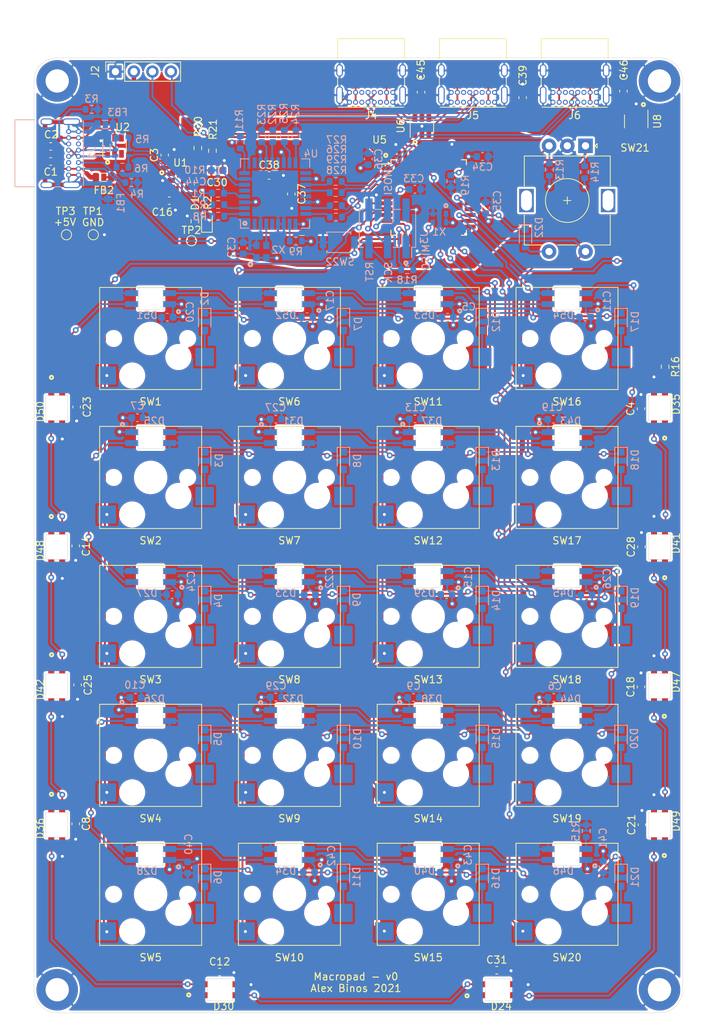
<source format=kicad_pcb>
(kicad_pcb (version 20171130) (host pcbnew "(5.1.8)-1")
  (layers (0 F.Cu signal) (31 B.Cu signal) (34 B.Paste user) (35 F.Paste user) (36 B.SilkS user) (37 F.SilkS user) (38 B.Mask user) (39 F.Mask user) (44 Edge.Cuts user))
  (net 0 "")
  (net 1 "Net-(C1-Pad2)")
  (net 2 VBUS)
  (net 3 GND)
  (net 4 +5V)
  (net 5 +3V3)
  (net 6 "Net-(C33-Pad1)")
  (net 7 "Net-(D1-Pad1)")
  (net 8 "Net-(D2-Pad2)")
  (net 9 ROW[4])
  (net 10 "Net-(D3-Pad2)")
  (net 11 ROW[3])
  (net 12 "Net-(D4-Pad2)")
  (net 13 ROW[2])
  (net 14 "Net-(D5-Pad2)")
  (net 15 ROW[1])
  (net 16 "Net-(D6-Pad2)")
  (net 17 ROW[0])
  (net 18 "Net-(D7-Pad2)")
  (net 19 "Net-(D8-Pad2)")
  (net 20 "Net-(D9-Pad2)")
  (net 21 "Net-(D10-Pad2)")
  (net 22 "Net-(D11-Pad2)")
  (net 23 "Net-(D12-Pad2)")
  (net 24 "Net-(D13-Pad2)")
  (net 25 "Net-(D14-Pad2)")
  (net 26 "Net-(D15-Pad2)")
  (net 27 "Net-(D16-Pad2)")
  (net 28 "Net-(D18-Pad2)")
  (net 29 "Net-(D19-Pad2)")
  (net 30 "Net-(D20-Pad2)")
  (net 31 "Net-(D21-Pad2)")
  (net 32 "Net-(D22-Pad2)")
  (net 33 RGB[0])
  (net 34 "Net-(D24-Pad2)")
  (net 35 RGB[1])
  (net 36 "Net-(D25-Pad2)")
  (net 37 "Net-(D26-Pad4)")
  (net 38 "Net-(D26-Pad2)")
  (net 39 "Net-(D28-Pad2)")
  (net 40 "Net-(D30-Pad2)")
  (net 41 "Net-(D35-Pad2)")
  (net 42 "Net-(D36-Pad2)")
  (net 43 "Net-(D41-Pad2)")
  (net 44 "Net-(D42-Pad2)")
  (net 45 "Net-(D47-Pad2)")
  (net 46 "Net-(D48-Pad2)")
  (net 47 "Net-(J1-PadA6)")
  (net 48 "Net-(J1-PadB5)")
  (net 49 "Net-(J1-PadB8)")
  (net 50 "Net-(J1-PadA7)")
  (net 51 "Net-(J1-PadA8)")
  (net 52 "Net-(J1-PadA5)")
  (net 53 SDA)
  (net 54 SCL)
  (net 55 RST)
  (net 56 MOSI)
  (net 57 SCK)
  (net 58 MISO)
  (net 59 /USB/D-)
  (net 60 /USB/D+)
  (net 61 "Net-(R9-Pad1)")
  (net 62 "Net-(R10-Pad2)")
  (net 63 "Net-(R11-Pad1)")
  (net 64 ROT_ENC_B)
  (net 65 ROT_ENC_A)
  (net 66 RGB_OUT)
  (net 67 "Net-(R19-Pad1)")
  (net 68 COL[0])
  (net 69 COL[1])
  (net 70 COL[2])
  (net 71 COL[3])
  (net 72 ROW[5])
  (net 73 "Net-(U1-Pad4)")
  (net 74 "Net-(U2-Pad4)")
  (net 75 "Net-(U4-Pad32)")
  (net 76 "Net-(U4-Pad30)")
  (net 77 "Net-(U4-Pad29)")
  (net 78 "Net-(U4-Pad5)")
  (net 79 "Net-(U5-Pad17)")
  (net 80 "Net-(U5-Pad16)")
  (net 81 "Net-(D25-Pad4)")
  (net 82 "Net-(J4-PadB5)")
  (net 83 "Net-(J4-PadB8)")
  (net 84 "Net-(J4-PadA8)")
  (net 85 "Net-(J4-PadA5)")
  (net 86 "Net-(J5-PadB5)")
  (net 87 "Net-(J5-PadB8)")
  (net 88 "Net-(J5-PadA8)")
  (net 89 "Net-(J5-PadA5)")
  (net 90 "Net-(J6-PadB5)")
  (net 91 "Net-(J6-PadB8)")
  (net 92 "Net-(J6-PadA8)")
  (net 93 "Net-(J6-PadA5)")
  (net 94 "Net-(U8-Pad6)")
  (net 95 "Net-(D27-Pad2)")
  (net 96 "Net-(D31-Pad4)")
  (net 97 "Net-(D32-Pad4)")
  (net 98 "Net-(D33-Pad2)")
  (net 99 "Net-(D34-Pad2)")
  (net 100 "Net-(D37-Pad4)")
  (net 101 "Net-(D38-Pad4)")
  (net 102 "Net-(D39-Pad2)")
  (net 103 "Net-(D40-Pad2)")
  (net 104 "Net-(D43-Pad4)")
  (net 105 "Net-(D44-Pad4)")
  (net 106 "Net-(D46-Pad2)")
  (net 107 "Net-(D51-Pad2)")
  (net 108 "Net-(D52-Pad2)")
  (net 109 "Net-(D53-Pad2)")
  (net 110 "Net-(U4-Pad21)")
  (net 111 "Net-(U5-Pad29)")
  (net 112 "Net-(C44-Pad2)")
  (net 113 USB_D4+)
  (net 114 USB_D4-)
  (net 115 /USB_HUB/D4+)
  (net 116 /USB_HUB/D4-)
  (net 117 USB_D1+)
  (net 118 USB_D1-)
  (net 119 USB_D2+)
  (net 120 USB_D2-)
  (net 121 USB_D3+)
  (net 122 USB_D3-)
  (net 123 /USB_HUB/D1+)
  (net 124 /USB_HUB/D1-)
  (net 125 /USB_HUB/D2+)
  (net 126 /USB_HUB/D2-)
  (net 127 /USB_HUB/D3+)
  (net 128 /USB_HUB/D3-)
  (net 129 USB_D0-)
  (net 130 USB_D0+)
  (net 131 "Net-(U4-Pad9)")
  (net 132 "Net-(U4-Pad13)")
  (net 133 "Net-(U4-Pad17)")
  (net 134 "Net-(U8-Pad1)")
  (net 135 "Net-(U5-Pad30)")
  (net 136 "Net-(U5-Pad36)")
  (net 137 "Net-(U5-Pad37)")
  (net 138 "Net-(U5-Pad38)")
  (net 139 "Net-(U5-Pad39)")
  (net 140 "Net-(D35-Pad4)")
  (net 141 "Net-(U5-Pad26)")
  (net 142 "Net-(D17-Pad2)")
  (net 143 "Net-(U2-Pad3)")
  (module custom_footprint_library:SW_SPST_B3U-1000P (layer B.Cu) (at 85.52942 84.80298 180)
    (fp_text reference SW22 (at -0.14986 -2.7305) (layer B.SilkS) (effects (justify mirror)))
    (fp_text value SW_Push)
    (pad 1 smd rect (at -2.13868 -0.05588 180) (size 0.9 1.7) (layers B.Cu B.Paste B.Mask) (net 55 RST))
    (pad 2 smd rect (at 2.17932 -0.04572 180) (size 0.9 1.7) (layers B.Cu B.Paste B.Mask) (net 3 GND))
  )
  (module custom_footprint_library:SK6812-MINI-E (layer F.Cu) (at 116.84 92.583 180)
    (fp_text reference D54 (at 0.50292 -2.26568) (layer B.SilkS) (effects (justify mirror)))
    (fp_text value K43)
    (fp_line (start -1.7 1.5) (end 1.7 1.5) (layer Edge.Cuts) (width 0.05))
    (fp_line (start 1.7 1.5) (end 1.7 -1.5) (layer Edge.Cuts) (width 0.05))
    (fp_line (start -1.7 1.5) (end -1.7 -1.5) (layer Edge.Cuts) (width 0.05))
    (fp_line (start -1.7 -1.5) (end 1.7 -1.5) (layer Edge.Cuts) (width 0.05))
    (pad 4 smd rect (at 2.6 -0.75 180) (size 1.8 0.82) (layers B.Cu B.Paste B.Mask) (net 109 "Net-(D53-Pad2)"))
    (pad 3 smd rect (at 2.6 0.75 180) (size 1.8 0.82) (layers B.Cu B.Paste B.Mask) (net 3 GND))
    (pad 2 smd rect (at -2.6 0.75 180) (size 1.8 0.82) (layers B.Cu B.Paste B.Mask) (net 104 "Net-(D43-Pad4)"))
    (pad 1 smd rect (at -2.6 -0.75 180) (size 1.8 0.82) (layers B.Cu B.Paste B.Mask) (net 4 +5V))
  )
  (module custom_footprint_library:SK6812-MINI-E (layer F.Cu) (at 97.79 92.583 180)
    (fp_text reference D53 (at 0.50292 -2.26568) (layer B.SilkS) (effects (justify mirror)))
    (fp_text value K42)
    (fp_line (start -1.7 1.5) (end 1.7 1.5) (layer Edge.Cuts) (width 0.05))
    (fp_line (start 1.7 1.5) (end 1.7 -1.5) (layer Edge.Cuts) (width 0.05))
    (fp_line (start -1.7 1.5) (end -1.7 -1.5) (layer Edge.Cuts) (width 0.05))
    (fp_line (start -1.7 -1.5) (end 1.7 -1.5) (layer Edge.Cuts) (width 0.05))
    (pad 4 smd rect (at 2.6 -0.75 180) (size 1.8 0.82) (layers B.Cu B.Paste B.Mask) (net 108 "Net-(D52-Pad2)"))
    (pad 3 smd rect (at 2.6 0.75 180) (size 1.8 0.82) (layers B.Cu B.Paste B.Mask) (net 3 GND))
    (pad 2 smd rect (at -2.6 0.75 180) (size 1.8 0.82) (layers B.Cu B.Paste B.Mask) (net 109 "Net-(D53-Pad2)"))
    (pad 1 smd rect (at -2.6 -0.75 180) (size 1.8 0.82) (layers B.Cu B.Paste B.Mask) (net 4 +5V))
  )
  (module custom_footprint_library:SK6812-MINI-E (layer F.Cu) (at 78.74 92.583 180)
    (fp_text reference D52 (at 0.50292 -2.26568) (layer B.SilkS) (effects (justify mirror)))
    (fp_text value K41)
    (fp_line (start -1.7 1.5) (end 1.7 1.5) (layer Edge.Cuts) (width 0.05))
    (fp_line (start 1.7 1.5) (end 1.7 -1.5) (layer Edge.Cuts) (width 0.05))
    (fp_line (start -1.7 1.5) (end -1.7 -1.5) (layer Edge.Cuts) (width 0.05))
    (fp_line (start -1.7 -1.5) (end 1.7 -1.5) (layer Edge.Cuts) (width 0.05))
    (pad 4 smd rect (at 2.6 -0.75 180) (size 1.8 0.82) (layers B.Cu B.Paste B.Mask) (net 107 "Net-(D51-Pad2)"))
    (pad 3 smd rect (at 2.6 0.75 180) (size 1.8 0.82) (layers B.Cu B.Paste B.Mask) (net 3 GND))
    (pad 2 smd rect (at -2.6 0.75 180) (size 1.8 0.82) (layers B.Cu B.Paste B.Mask) (net 108 "Net-(D52-Pad2)"))
    (pad 1 smd rect (at -2.6 -0.75 180) (size 1.8 0.82) (layers B.Cu B.Paste B.Mask) (net 4 +5V))
  )
  (module custom_footprint_library:SK6812-MINI-E (layer F.Cu) (at 59.69 92.583 180)
    (fp_text reference D51 (at 0.50292 -2.26568) (layer B.SilkS) (effects (justify mirror)))
    (fp_text value K40)
    (fp_line (start -1.7 1.5) (end 1.7 1.5) (layer Edge.Cuts) (width 0.05))
    (fp_line (start 1.7 1.5) (end 1.7 -1.5) (layer Edge.Cuts) (width 0.05))
    (fp_line (start -1.7 1.5) (end -1.7 -1.5) (layer Edge.Cuts) (width 0.05))
    (fp_line (start -1.7 -1.5) (end 1.7 -1.5) (layer Edge.Cuts) (width 0.05))
    (pad 4 smd rect (at 2.6 -0.75 180) (size 1.8 0.82) (layers B.Cu B.Paste B.Mask) (net 35 RGB[1]))
    (pad 3 smd rect (at 2.6 0.75 180) (size 1.8 0.82) (layers B.Cu B.Paste B.Mask) (net 3 GND))
    (pad 2 smd rect (at -2.6 0.75 180) (size 1.8 0.82) (layers B.Cu B.Paste B.Mask) (net 107 "Net-(D51-Pad2)"))
    (pad 1 smd rect (at -2.6 -0.75 180) (size 1.8 0.82) (layers B.Cu B.Paste B.Mask) (net 4 +5V))
  )
  (module custom_footprint_library:SK6812-MINI-E (layer B.Cu) (at 46.7995 107.569 270)
    (fp_text reference D50 (at 0.50292 2.26568 90) (layer F.SilkS))
    (fp_text value UG_LED_11)
    (fp_line (start -1.7 -1.5) (end 1.7 -1.5) (layer Edge.Cuts) (width 0.05))
    (fp_line (start 1.7 -1.5) (end 1.7 1.5) (layer Edge.Cuts) (width 0.05))
    (fp_line (start -1.7 -1.5) (end -1.7 1.5) (layer Edge.Cuts) (width 0.05))
    (fp_line (start -1.7 1.5) (end 1.7 1.5) (layer Edge.Cuts) (width 0.05))
    (pad 4 smd rect (at 2.6 0.75 270) (size 1.8 0.82) (layers F.Cu F.Paste F.Mask) (net 46 "Net-(D48-Pad2)"))
    (pad 3 smd rect (at 2.6 -0.75 270) (size 1.8 0.82) (layers F.Cu F.Paste F.Mask) (net 3 GND))
    (pad 2 smd rect (at -2.6 -0.75 270) (size 1.8 0.82) (layers F.Cu F.Paste F.Mask) (net 35 RGB[1]))
    (pad 1 smd rect (at -2.6 0.75 270) (size 1.8 0.82) (layers F.Cu F.Paste F.Mask) (net 4 +5V))
  )
  (module custom_footprint_library:SK6812-MINI-E (layer B.Cu) (at 129.54 164.719 90)
    (fp_text reference D49 (at 0.50292 2.26568 90) (layer F.SilkS))
    (fp_text value UG_LED_5)
    (fp_line (start -1.7 -1.5) (end 1.7 -1.5) (layer Edge.Cuts) (width 0.05))
    (fp_line (start 1.7 -1.5) (end 1.7 1.5) (layer Edge.Cuts) (width 0.05))
    (fp_line (start -1.7 -1.5) (end -1.7 1.5) (layer Edge.Cuts) (width 0.05))
    (fp_line (start -1.7 1.5) (end 1.7 1.5) (layer Edge.Cuts) (width 0.05))
    (pad 4 smd rect (at 2.6 0.75 90) (size 1.8 0.82) (layers F.Cu F.Paste F.Mask) (net 45 "Net-(D47-Pad2)"))
    (pad 3 smd rect (at 2.6 -0.75 90) (size 1.8 0.82) (layers F.Cu F.Paste F.Mask) (net 3 GND))
    (pad 2 smd rect (at -2.6 -0.75 90) (size 1.8 0.82) (layers F.Cu F.Paste F.Mask) (net 33 RGB[0]))
    (pad 1 smd rect (at -2.6 0.75 90) (size 1.8 0.82) (layers F.Cu F.Paste F.Mask) (net 4 +5V))
  )
  (module custom_footprint_library:SK6812-MINI-E (layer B.Cu) (at 46.7995 126.619 270)
    (fp_text reference D48 (at 0.50292 2.26568 90) (layer F.SilkS))
    (fp_text value UG_LED_10)
    (fp_line (start -1.7 -1.5) (end 1.7 -1.5) (layer Edge.Cuts) (width 0.05))
    (fp_line (start 1.7 -1.5) (end 1.7 1.5) (layer Edge.Cuts) (width 0.05))
    (fp_line (start -1.7 -1.5) (end -1.7 1.5) (layer Edge.Cuts) (width 0.05))
    (fp_line (start -1.7 1.5) (end 1.7 1.5) (layer Edge.Cuts) (width 0.05))
    (pad 4 smd rect (at 2.6 0.75 270) (size 1.8 0.82) (layers F.Cu F.Paste F.Mask) (net 44 "Net-(D42-Pad2)"))
    (pad 3 smd rect (at 2.6 -0.75 270) (size 1.8 0.82) (layers F.Cu F.Paste F.Mask) (net 3 GND))
    (pad 2 smd rect (at -2.6 -0.75 270) (size 1.8 0.82) (layers F.Cu F.Paste F.Mask) (net 46 "Net-(D48-Pad2)"))
    (pad 1 smd rect (at -2.6 0.75 270) (size 1.8 0.82) (layers F.Cu F.Paste F.Mask) (net 4 +5V))
  )
  (module custom_footprint_library:SK6812-MINI-E (layer B.Cu) (at 129.54 145.669 90)
    (fp_text reference D47 (at 0.50292 2.26568 90) (layer F.SilkS))
    (fp_text value UG_LED_4)
    (fp_line (start -1.7 -1.5) (end 1.7 -1.5) (layer Edge.Cuts) (width 0.05))
    (fp_line (start 1.7 -1.5) (end 1.7 1.5) (layer Edge.Cuts) (width 0.05))
    (fp_line (start -1.7 -1.5) (end -1.7 1.5) (layer Edge.Cuts) (width 0.05))
    (fp_line (start -1.7 1.5) (end 1.7 1.5) (layer Edge.Cuts) (width 0.05))
    (pad 4 smd rect (at 2.6 0.75 90) (size 1.8 0.82) (layers F.Cu F.Paste F.Mask) (net 43 "Net-(D41-Pad2)"))
    (pad 3 smd rect (at 2.6 -0.75 90) (size 1.8 0.82) (layers F.Cu F.Paste F.Mask) (net 3 GND))
    (pad 2 smd rect (at -2.6 -0.75 90) (size 1.8 0.82) (layers F.Cu F.Paste F.Mask) (net 45 "Net-(D47-Pad2)"))
    (pad 1 smd rect (at -2.6 0.75 90) (size 1.8 0.82) (layers F.Cu F.Paste F.Mask) (net 4 +5V))
  )
  (module custom_footprint_library:SK6812-MINI-E (layer F.Cu) (at 116.84 168.783 180)
    (fp_text reference D46 (at 0.50292 -2.26568) (layer B.SilkS) (effects (justify mirror)))
    (fp_text value K03)
    (fp_line (start -1.7 1.5) (end 1.7 1.5) (layer Edge.Cuts) (width 0.05))
    (fp_line (start 1.7 1.5) (end 1.7 -1.5) (layer Edge.Cuts) (width 0.05))
    (fp_line (start -1.7 1.5) (end -1.7 -1.5) (layer Edge.Cuts) (width 0.05))
    (fp_line (start -1.7 -1.5) (end 1.7 -1.5) (layer Edge.Cuts) (width 0.05))
    (pad 4 smd rect (at 2.6 -0.75 180) (size 1.8 0.82) (layers B.Cu B.Paste B.Mask) (net 103 "Net-(D40-Pad2)"))
    (pad 3 smd rect (at 2.6 0.75 180) (size 1.8 0.82) (layers B.Cu B.Paste B.Mask) (net 3 GND))
    (pad 2 smd rect (at -2.6 0.75 180) (size 1.8 0.82) (layers B.Cu B.Paste B.Mask) (net 106 "Net-(D46-Pad2)"))
    (pad 1 smd rect (at -2.6 -0.75 180) (size 1.8 0.82) (layers B.Cu B.Paste B.Mask) (net 4 +5V))
  )
  (module custom_footprint_library:SK6812-MINI-E (layer F.Cu) (at 116.84 130.683 180)
    (fp_text reference D45 (at 0.50292 -2.26568) (layer B.SilkS) (effects (justify mirror)))
    (fp_text value K23)
    (fp_line (start -1.7 1.5) (end 1.7 1.5) (layer Edge.Cuts) (width 0.05))
    (fp_line (start 1.7 1.5) (end 1.7 -1.5) (layer Edge.Cuts) (width 0.05))
    (fp_line (start -1.7 1.5) (end -1.7 -1.5) (layer Edge.Cuts) (width 0.05))
    (fp_line (start -1.7 -1.5) (end 1.7 -1.5) (layer Edge.Cuts) (width 0.05))
    (pad 4 smd rect (at 2.6 -0.75 180) (size 1.8 0.82) (layers B.Cu B.Paste B.Mask) (net 102 "Net-(D39-Pad2)"))
    (pad 3 smd rect (at 2.6 0.75 180) (size 1.8 0.82) (layers B.Cu B.Paste B.Mask) (net 3 GND))
    (pad 2 smd rect (at -2.6 0.75 180) (size 1.8 0.82) (layers B.Cu B.Paste B.Mask) (net 105 "Net-(D44-Pad4)"))
    (pad 1 smd rect (at -2.6 -0.75 180) (size 1.8 0.82) (layers B.Cu B.Paste B.Mask) (net 4 +5V))
  )
  (module custom_footprint_library:SK6812-MINI-E (layer F.Cu) (at 116.84 149.733)
    (fp_text reference D44 (at 0.50292 -2.26568) (layer B.SilkS) (effects (justify mirror)))
    (fp_text value K13)
    (fp_line (start -1.7 1.5) (end 1.7 1.5) (layer Edge.Cuts) (width 0.05))
    (fp_line (start 1.7 1.5) (end 1.7 -1.5) (layer Edge.Cuts) (width 0.05))
    (fp_line (start -1.7 1.5) (end -1.7 -1.5) (layer Edge.Cuts) (width 0.05))
    (fp_line (start -1.7 -1.5) (end 1.7 -1.5) (layer Edge.Cuts) (width 0.05))
    (pad 4 smd rect (at 2.6 -0.75) (size 1.8 0.82) (layers B.Cu B.Paste B.Mask) (net 105 "Net-(D44-Pad4)"))
    (pad 3 smd rect (at 2.6 0.75) (size 1.8 0.82) (layers B.Cu B.Paste B.Mask) (net 3 GND))
    (pad 2 smd rect (at -2.6 0.75) (size 1.8 0.82) (layers B.Cu B.Paste B.Mask) (net 101 "Net-(D38-Pad4)"))
    (pad 1 smd rect (at -2.6 -0.75) (size 1.8 0.82) (layers B.Cu B.Paste B.Mask) (net 4 +5V))
  )
  (module custom_footprint_library:SK6812-MINI-E (layer F.Cu) (at 116.84 111.633)
    (fp_text reference D43 (at 0.50292 -2.26568) (layer B.SilkS) (effects (justify mirror)))
    (fp_text value K33)
    (fp_line (start -1.7 1.5) (end 1.7 1.5) (layer Edge.Cuts) (width 0.05))
    (fp_line (start 1.7 1.5) (end 1.7 -1.5) (layer Edge.Cuts) (width 0.05))
    (fp_line (start -1.7 1.5) (end -1.7 -1.5) (layer Edge.Cuts) (width 0.05))
    (fp_line (start -1.7 -1.5) (end 1.7 -1.5) (layer Edge.Cuts) (width 0.05))
    (pad 4 smd rect (at 2.6 -0.75) (size 1.8 0.82) (layers B.Cu B.Paste B.Mask) (net 104 "Net-(D43-Pad4)"))
    (pad 3 smd rect (at 2.6 0.75) (size 1.8 0.82) (layers B.Cu B.Paste B.Mask) (net 3 GND))
    (pad 2 smd rect (at -2.6 0.75) (size 1.8 0.82) (layers B.Cu B.Paste B.Mask) (net 100 "Net-(D37-Pad4)"))
    (pad 1 smd rect (at -2.6 -0.75) (size 1.8 0.82) (layers B.Cu B.Paste B.Mask) (net 4 +5V))
  )
  (module custom_footprint_library:SK6812-MINI-E (layer B.Cu) (at 46.7995 145.669 270)
    (fp_text reference D42 (at 0.50292 2.26568 90) (layer F.SilkS))
    (fp_text value UG_LED_9)
    (fp_line (start -1.7 -1.5) (end 1.7 -1.5) (layer Edge.Cuts) (width 0.05))
    (fp_line (start 1.7 -1.5) (end 1.7 1.5) (layer Edge.Cuts) (width 0.05))
    (fp_line (start -1.7 -1.5) (end -1.7 1.5) (layer Edge.Cuts) (width 0.05))
    (fp_line (start -1.7 1.5) (end 1.7 1.5) (layer Edge.Cuts) (width 0.05))
    (pad 4 smd rect (at 2.6 0.75 270) (size 1.8 0.82) (layers F.Cu F.Paste F.Mask) (net 42 "Net-(D36-Pad2)"))
    (pad 3 smd rect (at 2.6 -0.75 270) (size 1.8 0.82) (layers F.Cu F.Paste F.Mask) (net 3 GND))
    (pad 2 smd rect (at -2.6 -0.75 270) (size 1.8 0.82) (layers F.Cu F.Paste F.Mask) (net 44 "Net-(D42-Pad2)"))
    (pad 1 smd rect (at -2.6 0.75 270) (size 1.8 0.82) (layers F.Cu F.Paste F.Mask) (net 4 +5V))
  )
  (module custom_footprint_library:SK6812-MINI-E (layer B.Cu) (at 129.54 126.619 90)
    (fp_text reference D41 (at 0.50292 2.26568 90) (layer F.SilkS))
    (fp_text value UG_LED_3)
    (fp_line (start -1.7 -1.5) (end 1.7 -1.5) (layer Edge.Cuts) (width 0.05))
    (fp_line (start 1.7 -1.5) (end 1.7 1.5) (layer Edge.Cuts) (width 0.05))
    (fp_line (start -1.7 -1.5) (end -1.7 1.5) (layer Edge.Cuts) (width 0.05))
    (fp_line (start -1.7 1.5) (end 1.7 1.5) (layer Edge.Cuts) (width 0.05))
    (pad 4 smd rect (at 2.6 0.75 90) (size 1.8 0.82) (layers F.Cu F.Paste F.Mask) (net 41 "Net-(D35-Pad2)"))
    (pad 3 smd rect (at 2.6 -0.75 90) (size 1.8 0.82) (layers F.Cu F.Paste F.Mask) (net 3 GND))
    (pad 2 smd rect (at -2.6 -0.75 90) (size 1.8 0.82) (layers F.Cu F.Paste F.Mask) (net 43 "Net-(D41-Pad2)"))
    (pad 1 smd rect (at -2.6 0.75 90) (size 1.8 0.82) (layers F.Cu F.Paste F.Mask) (net 4 +5V))
  )
  (module custom_footprint_library:SK6812-MINI-E (layer F.Cu) (at 97.79 168.783 180)
    (fp_text reference D40 (at 0.50292 -2.26568) (layer B.SilkS) (effects (justify mirror)))
    (fp_text value K02)
    (fp_line (start -1.7 1.5) (end 1.7 1.5) (layer Edge.Cuts) (width 0.05))
    (fp_line (start 1.7 1.5) (end 1.7 -1.5) (layer Edge.Cuts) (width 0.05))
    (fp_line (start -1.7 1.5) (end -1.7 -1.5) (layer Edge.Cuts) (width 0.05))
    (fp_line (start -1.7 -1.5) (end 1.7 -1.5) (layer Edge.Cuts) (width 0.05))
    (pad 4 smd rect (at 2.6 -0.75 180) (size 1.8 0.82) (layers B.Cu B.Paste B.Mask) (net 99 "Net-(D34-Pad2)"))
    (pad 3 smd rect (at 2.6 0.75 180) (size 1.8 0.82) (layers B.Cu B.Paste B.Mask) (net 3 GND))
    (pad 2 smd rect (at -2.6 0.75 180) (size 1.8 0.82) (layers B.Cu B.Paste B.Mask) (net 103 "Net-(D40-Pad2)"))
    (pad 1 smd rect (at -2.6 -0.75 180) (size 1.8 0.82) (layers B.Cu B.Paste B.Mask) (net 4 +5V))
  )
  (module custom_footprint_library:SK6812-MINI-E (layer F.Cu) (at 97.79 130.683 180)
    (fp_text reference D39 (at 0.50292 -2.26568) (layer B.SilkS) (effects (justify mirror)))
    (fp_text value K22)
    (fp_line (start -1.7 1.5) (end 1.7 1.5) (layer Edge.Cuts) (width 0.05))
    (fp_line (start 1.7 1.5) (end 1.7 -1.5) (layer Edge.Cuts) (width 0.05))
    (fp_line (start -1.7 1.5) (end -1.7 -1.5) (layer Edge.Cuts) (width 0.05))
    (fp_line (start -1.7 -1.5) (end 1.7 -1.5) (layer Edge.Cuts) (width 0.05))
    (pad 4 smd rect (at 2.6 -0.75 180) (size 1.8 0.82) (layers B.Cu B.Paste B.Mask) (net 98 "Net-(D33-Pad2)"))
    (pad 3 smd rect (at 2.6 0.75 180) (size 1.8 0.82) (layers B.Cu B.Paste B.Mask) (net 3 GND))
    (pad 2 smd rect (at -2.6 0.75 180) (size 1.8 0.82) (layers B.Cu B.Paste B.Mask) (net 102 "Net-(D39-Pad2)"))
    (pad 1 smd rect (at -2.6 -0.75 180) (size 1.8 0.82) (layers B.Cu B.Paste B.Mask) (net 4 +5V))
  )
  (module custom_footprint_library:SK6812-MINI-E (layer F.Cu) (at 97.79 149.733)
    (fp_text reference D38 (at 0.50292 -2.26568) (layer B.SilkS) (effects (justify mirror)))
    (fp_text value K12)
    (fp_line (start -1.7 1.5) (end 1.7 1.5) (layer Edge.Cuts) (width 0.05))
    (fp_line (start 1.7 1.5) (end 1.7 -1.5) (layer Edge.Cuts) (width 0.05))
    (fp_line (start -1.7 1.5) (end -1.7 -1.5) (layer Edge.Cuts) (width 0.05))
    (fp_line (start -1.7 -1.5) (end 1.7 -1.5) (layer Edge.Cuts) (width 0.05))
    (pad 4 smd rect (at 2.6 -0.75) (size 1.8 0.82) (layers B.Cu B.Paste B.Mask) (net 101 "Net-(D38-Pad4)"))
    (pad 3 smd rect (at 2.6 0.75) (size 1.8 0.82) (layers B.Cu B.Paste B.Mask) (net 3 GND))
    (pad 2 smd rect (at -2.6 0.75) (size 1.8 0.82) (layers B.Cu B.Paste B.Mask) (net 97 "Net-(D32-Pad4)"))
    (pad 1 smd rect (at -2.6 -0.75) (size 1.8 0.82) (layers B.Cu B.Paste B.Mask) (net 4 +5V))
  )
  (module custom_footprint_library:SK6812-MINI-E (layer F.Cu) (at 97.79 111.633)
    (fp_text reference D37 (at 0.50292 -2.26568) (layer B.SilkS) (effects (justify mirror)))
    (fp_text value K32)
    (fp_line (start -1.7 1.5) (end 1.7 1.5) (layer Edge.Cuts) (width 0.05))
    (fp_line (start 1.7 1.5) (end 1.7 -1.5) (layer Edge.Cuts) (width 0.05))
    (fp_line (start -1.7 1.5) (end -1.7 -1.5) (layer Edge.Cuts) (width 0.05))
    (fp_line (start -1.7 -1.5) (end 1.7 -1.5) (layer Edge.Cuts) (width 0.05))
    (pad 4 smd rect (at 2.6 -0.75) (size 1.8 0.82) (layers B.Cu B.Paste B.Mask) (net 100 "Net-(D37-Pad4)"))
    (pad 3 smd rect (at 2.6 0.75) (size 1.8 0.82) (layers B.Cu B.Paste B.Mask) (net 3 GND))
    (pad 2 smd rect (at -2.6 0.75) (size 1.8 0.82) (layers B.Cu B.Paste B.Mask) (net 96 "Net-(D31-Pad4)"))
    (pad 1 smd rect (at -2.6 -0.75) (size 1.8 0.82) (layers B.Cu B.Paste B.Mask) (net 4 +5V))
  )
  (module custom_footprint_library:SK6812-MINI-E (layer B.Cu) (at 46.7995 164.719 270)
    (fp_text reference D36 (at 0.50292 2.26568 90) (layer F.SilkS))
    (fp_text value UG_LED_8)
    (fp_line (start -1.7 -1.5) (end 1.7 -1.5) (layer Edge.Cuts) (width 0.05))
    (fp_line (start 1.7 -1.5) (end 1.7 1.5) (layer Edge.Cuts) (width 0.05))
    (fp_line (start -1.7 -1.5) (end -1.7 1.5) (layer Edge.Cuts) (width 0.05))
    (fp_line (start -1.7 1.5) (end 1.7 1.5) (layer Edge.Cuts) (width 0.05))
    (pad 4 smd rect (at 2.6 0.75 270) (size 1.8 0.82) (layers F.Cu F.Paste F.Mask) (net 40 "Net-(D30-Pad2)"))
    (pad 3 smd rect (at 2.6 -0.75 270) (size 1.8 0.82) (layers F.Cu F.Paste F.Mask) (net 3 GND))
    (pad 2 smd rect (at -2.6 -0.75 270) (size 1.8 0.82) (layers F.Cu F.Paste F.Mask) (net 42 "Net-(D36-Pad2)"))
    (pad 1 smd rect (at -2.6 0.75 270) (size 1.8 0.82) (layers F.Cu F.Paste F.Mask) (net 4 +5V))
  )
  (module custom_footprint_library:SK6812-MINI-E (layer B.Cu) (at 129.54 107.569 90)
    (fp_text reference D35 (at 0.50292 2.26568 90) (layer F.SilkS))
    (fp_text value UG_LED_2)
    (fp_line (start -1.7 -1.5) (end 1.7 -1.5) (layer Edge.Cuts) (width 0.05))
    (fp_line (start 1.7 -1.5) (end 1.7 1.5) (layer Edge.Cuts) (width 0.05))
    (fp_line (start -1.7 -1.5) (end -1.7 1.5) (layer Edge.Cuts) (width 0.05))
    (fp_line (start -1.7 1.5) (end 1.7 1.5) (layer Edge.Cuts) (width 0.05))
    (pad 4 smd rect (at 2.6 0.75 90) (size 1.8 0.82) (layers F.Cu F.Paste F.Mask) (net 140 "Net-(D35-Pad4)"))
    (pad 3 smd rect (at 2.6 -0.75 90) (size 1.8 0.82) (layers F.Cu F.Paste F.Mask) (net 3 GND))
    (pad 2 smd rect (at -2.6 -0.75 90) (size 1.8 0.82) (layers F.Cu F.Paste F.Mask) (net 41 "Net-(D35-Pad2)"))
    (pad 1 smd rect (at -2.6 0.75 90) (size 1.8 0.82) (layers F.Cu F.Paste F.Mask) (net 4 +5V))
  )
  (module custom_footprint_library:SK6812-MINI-E (layer F.Cu) (at 78.74 168.783 180)
    (fp_text reference D34 (at 0.50292 -2.26568) (layer B.SilkS) (effects (justify mirror)))
    (fp_text value K01)
    (fp_line (start -1.7 1.5) (end 1.7 1.5) (layer Edge.Cuts) (width 0.05))
    (fp_line (start 1.7 1.5) (end 1.7 -1.5) (layer Edge.Cuts) (width 0.05))
    (fp_line (start -1.7 1.5) (end -1.7 -1.5) (layer Edge.Cuts) (width 0.05))
    (fp_line (start -1.7 -1.5) (end 1.7 -1.5) (layer Edge.Cuts) (width 0.05))
    (pad 4 smd rect (at 2.6 -0.75 180) (size 1.8 0.82) (layers B.Cu B.Paste B.Mask) (net 39 "Net-(D28-Pad2)"))
    (pad 3 smd rect (at 2.6 0.75 180) (size 1.8 0.82) (layers B.Cu B.Paste B.Mask) (net 3 GND))
    (pad 2 smd rect (at -2.6 0.75 180) (size 1.8 0.82) (layers B.Cu B.Paste B.Mask) (net 99 "Net-(D34-Pad2)"))
    (pad 1 smd rect (at -2.6 -0.75 180) (size 1.8 0.82) (layers B.Cu B.Paste B.Mask) (net 4 +5V))
  )
  (module custom_footprint_library:SK6812-MINI-E (layer F.Cu) (at 78.74 130.683 180)
    (fp_text reference D33 (at 0.50292 -2.26568) (layer B.SilkS) (effects (justify mirror)))
    (fp_text value K21)
    (fp_line (start -1.7 1.5) (end 1.7 1.5) (layer Edge.Cuts) (width 0.05))
    (fp_line (start 1.7 1.5) (end 1.7 -1.5) (layer Edge.Cuts) (width 0.05))
    (fp_line (start -1.7 1.5) (end -1.7 -1.5) (layer Edge.Cuts) (width 0.05))
    (fp_line (start -1.7 -1.5) (end 1.7 -1.5) (layer Edge.Cuts) (width 0.05))
    (pad 4 smd rect (at 2.6 -0.75 180) (size 1.8 0.82) (layers B.Cu B.Paste B.Mask) (net 95 "Net-(D27-Pad2)"))
    (pad 3 smd rect (at 2.6 0.75 180) (size 1.8 0.82) (layers B.Cu B.Paste B.Mask) (net 3 GND))
    (pad 2 smd rect (at -2.6 0.75 180) (size 1.8 0.82) (layers B.Cu B.Paste B.Mask) (net 98 "Net-(D33-Pad2)"))
    (pad 1 smd rect (at -2.6 -0.75 180) (size 1.8 0.82) (layers B.Cu B.Paste B.Mask) (net 4 +5V))
  )
  (module custom_footprint_library:SK6812-MINI-E (layer F.Cu) (at 78.74 149.733)
    (fp_text reference D32 (at 0.50292 -2.26568) (layer B.SilkS) (effects (justify mirror)))
    (fp_text value K11)
    (fp_line (start -1.7 1.5) (end 1.7 1.5) (layer Edge.Cuts) (width 0.05))
    (fp_line (start 1.7 1.5) (end 1.7 -1.5) (layer Edge.Cuts) (width 0.05))
    (fp_line (start -1.7 1.5) (end -1.7 -1.5) (layer Edge.Cuts) (width 0.05))
    (fp_line (start -1.7 -1.5) (end 1.7 -1.5) (layer Edge.Cuts) (width 0.05))
    (pad 4 smd rect (at 2.6 -0.75) (size 1.8 0.82) (layers B.Cu B.Paste B.Mask) (net 97 "Net-(D32-Pad4)"))
    (pad 3 smd rect (at 2.6 0.75) (size 1.8 0.82) (layers B.Cu B.Paste B.Mask) (net 3 GND))
    (pad 2 smd rect (at -2.6 0.75) (size 1.8 0.82) (layers B.Cu B.Paste B.Mask) (net 37 "Net-(D26-Pad4)"))
    (pad 1 smd rect (at -2.6 -0.75) (size 1.8 0.82) (layers B.Cu B.Paste B.Mask) (net 4 +5V))
  )
  (module custom_footprint_library:SK6812-MINI-E (layer F.Cu) (at 78.74 111.633)
    (fp_text reference D31 (at 0.50292 -2.26568) (layer B.SilkS) (effects (justify mirror)))
    (fp_text value K31)
    (fp_line (start -1.7 1.5) (end 1.7 1.5) (layer Edge.Cuts) (width 0.05))
    (fp_line (start 1.7 1.5) (end 1.7 -1.5) (layer Edge.Cuts) (width 0.05))
    (fp_line (start -1.7 1.5) (end -1.7 -1.5) (layer Edge.Cuts) (width 0.05))
    (fp_line (start -1.7 -1.5) (end 1.7 -1.5) (layer Edge.Cuts) (width 0.05))
    (pad 4 smd rect (at 2.6 -0.75) (size 1.8 0.82) (layers B.Cu B.Paste B.Mask) (net 96 "Net-(D31-Pad4)"))
    (pad 3 smd rect (at 2.6 0.75) (size 1.8 0.82) (layers B.Cu B.Paste B.Mask) (net 3 GND))
    (pad 2 smd rect (at -2.6 0.75) (size 1.8 0.82) (layers B.Cu B.Paste B.Mask) (net 81 "Net-(D25-Pad4)"))
    (pad 1 smd rect (at -2.6 -0.75) (size 1.8 0.82) (layers B.Cu B.Paste B.Mask) (net 4 +5V))
  )
  (module custom_footprint_library:SK6812-MINI-E (layer B.Cu) (at 69.215 187.325)
    (fp_text reference D30 (at 0.50292 2.26568) (layer F.SilkS))
    (fp_text value UG_LED_7)
    (fp_line (start -1.7 -1.5) (end 1.7 -1.5) (layer Edge.Cuts) (width 0.05))
    (fp_line (start 1.7 -1.5) (end 1.7 1.5) (layer Edge.Cuts) (width 0.05))
    (fp_line (start -1.7 -1.5) (end -1.7 1.5) (layer Edge.Cuts) (width 0.05))
    (fp_line (start -1.7 1.5) (end 1.7 1.5) (layer Edge.Cuts) (width 0.05))
    (pad 4 smd rect (at 2.6 0.75) (size 1.8 0.82) (layers F.Cu F.Paste F.Mask) (net 34 "Net-(D24-Pad2)"))
    (pad 3 smd rect (at 2.6 -0.75) (size 1.8 0.82) (layers F.Cu F.Paste F.Mask) (net 3 GND))
    (pad 2 smd rect (at -2.6 -0.75) (size 1.8 0.82) (layers F.Cu F.Paste F.Mask) (net 40 "Net-(D30-Pad2)"))
    (pad 1 smd rect (at -2.6 0.75) (size 1.8 0.82) (layers F.Cu F.Paste F.Mask) (net 4 +5V))
  )
  (module custom_footprint_library:SK6812-MINI-E (layer F.Cu) (at 59.69 168.783 180)
    (fp_text reference D28 (at 0.50292 -2.26568) (layer B.SilkS) (effects (justify mirror)))
    (fp_text value K00)
    (fp_line (start -1.7 1.5) (end 1.7 1.5) (layer Edge.Cuts) (width 0.05))
    (fp_line (start 1.7 1.5) (end 1.7 -1.5) (layer Edge.Cuts) (width 0.05))
    (fp_line (start -1.7 1.5) (end -1.7 -1.5) (layer Edge.Cuts) (width 0.05))
    (fp_line (start -1.7 -1.5) (end 1.7 -1.5) (layer Edge.Cuts) (width 0.05))
    (pad 4 smd rect (at 2.6 -0.75 180) (size 1.8 0.82) (layers B.Cu B.Paste B.Mask) (net 38 "Net-(D26-Pad2)"))
    (pad 3 smd rect (at 2.6 0.75 180) (size 1.8 0.82) (layers B.Cu B.Paste B.Mask) (net 3 GND))
    (pad 2 smd rect (at -2.6 0.75 180) (size 1.8 0.82) (layers B.Cu B.Paste B.Mask) (net 39 "Net-(D28-Pad2)"))
    (pad 1 smd rect (at -2.6 -0.75 180) (size 1.8 0.82) (layers B.Cu B.Paste B.Mask) (net 4 +5V))
  )
  (module custom_footprint_library:SK6812-MINI-E (layer F.Cu) (at 59.69 130.683 180)
    (fp_text reference D27 (at 0.50292 -2.26568) (layer B.SilkS) (effects (justify mirror)))
    (fp_text value K20)
    (fp_line (start -1.7 1.5) (end 1.7 1.5) (layer Edge.Cuts) (width 0.05))
    (fp_line (start 1.7 1.5) (end 1.7 -1.5) (layer Edge.Cuts) (width 0.05))
    (fp_line (start -1.7 1.5) (end -1.7 -1.5) (layer Edge.Cuts) (width 0.05))
    (fp_line (start -1.7 -1.5) (end 1.7 -1.5) (layer Edge.Cuts) (width 0.05))
    (pad 4 smd rect (at 2.6 -0.75 180) (size 1.8 0.82) (layers B.Cu B.Paste B.Mask) (net 36 "Net-(D25-Pad2)"))
    (pad 3 smd rect (at 2.6 0.75 180) (size 1.8 0.82) (layers B.Cu B.Paste B.Mask) (net 3 GND))
    (pad 2 smd rect (at -2.6 0.75 180) (size 1.8 0.82) (layers B.Cu B.Paste B.Mask) (net 95 "Net-(D27-Pad2)"))
    (pad 1 smd rect (at -2.6 -0.75 180) (size 1.8 0.82) (layers B.Cu B.Paste B.Mask) (net 4 +5V))
  )
  (module custom_footprint_library:SK6812-MINI-E (layer F.Cu) (at 59.69 149.733)
    (fp_text reference D26 (at 0.50292 -2.26568) (layer B.SilkS) (effects (justify mirror)))
    (fp_text value K10)
    (fp_line (start -1.7 1.5) (end 1.7 1.5) (layer Edge.Cuts) (width 0.05))
    (fp_line (start 1.7 1.5) (end 1.7 -1.5) (layer Edge.Cuts) (width 0.05))
    (fp_line (start -1.7 1.5) (end -1.7 -1.5) (layer Edge.Cuts) (width 0.05))
    (fp_line (start -1.7 -1.5) (end 1.7 -1.5) (layer Edge.Cuts) (width 0.05))
    (pad 4 smd rect (at 2.6 -0.75) (size 1.8 0.82) (layers B.Cu B.Paste B.Mask) (net 37 "Net-(D26-Pad4)"))
    (pad 3 smd rect (at 2.6 0.75) (size 1.8 0.82) (layers B.Cu B.Paste B.Mask) (net 3 GND))
    (pad 2 smd rect (at -2.6 0.75) (size 1.8 0.82) (layers B.Cu B.Paste B.Mask) (net 38 "Net-(D26-Pad2)"))
    (pad 1 smd rect (at -2.6 -0.75) (size 1.8 0.82) (layers B.Cu B.Paste B.Mask) (net 4 +5V))
  )
  (module custom_footprint_library:SK6812-MINI-E (layer F.Cu) (at 59.69 111.633)
    (fp_text reference D25 (at 0.50292 -2.26568) (layer B.SilkS) (effects (justify mirror)))
    (fp_text value K30)
    (fp_line (start -1.7 1.5) (end 1.7 1.5) (layer Edge.Cuts) (width 0.05))
    (fp_line (start 1.7 1.5) (end 1.7 -1.5) (layer Edge.Cuts) (width 0.05))
    (fp_line (start -1.7 1.5) (end -1.7 -1.5) (layer Edge.Cuts) (width 0.05))
    (fp_line (start -1.7 -1.5) (end 1.7 -1.5) (layer Edge.Cuts) (width 0.05))
    (pad 4 smd rect (at 2.6 -0.75) (size 1.8 0.82) (layers B.Cu B.Paste B.Mask) (net 81 "Net-(D25-Pad4)"))
    (pad 3 smd rect (at 2.6 0.75) (size 1.8 0.82) (layers B.Cu B.Paste B.Mask) (net 3 GND))
    (pad 2 smd rect (at -2.6 0.75) (size 1.8 0.82) (layers B.Cu B.Paste B.Mask) (net 36 "Net-(D25-Pad2)"))
    (pad 1 smd rect (at -2.6 -0.75) (size 1.8 0.82) (layers B.Cu B.Paste B.Mask) (net 4 +5V))
  )
  (module custom_footprint_library:SK6812-MINI-E (layer B.Cu) (at 107.315 187.325)
    (fp_text reference D24 (at 0.50292 2.26568) (layer F.SilkS))
    (fp_text value UG_LED_6)
    (fp_line (start -1.7 -1.5) (end 1.7 -1.5) (layer Edge.Cuts) (width 0.05))
    (fp_line (start 1.7 -1.5) (end 1.7 1.5) (layer Edge.Cuts) (width 0.05))
    (fp_line (start -1.7 -1.5) (end -1.7 1.5) (layer Edge.Cuts) (width 0.05))
    (fp_line (start -1.7 1.5) (end 1.7 1.5) (layer Edge.Cuts) (width 0.05))
    (pad 4 smd rect (at 2.6 0.75) (size 1.8 0.82) (layers F.Cu F.Paste F.Mask) (net 33 RGB[0]))
    (pad 3 smd rect (at 2.6 -0.75) (size 1.8 0.82) (layers F.Cu F.Paste F.Mask) (net 3 GND))
    (pad 2 smd rect (at -2.6 -0.75) (size 1.8 0.82) (layers F.Cu F.Paste F.Mask) (net 34 "Net-(D24-Pad2)"))
    (pad 1 smd rect (at -2.6 0.75) (size 1.8 0.82) (layers F.Cu F.Paste F.Mask) (net 4 +5V))
  )
  (module TestPoint:TestPoint_Pad_D1.0mm (layer F.Cu) (at 65.2907 84.6455)
    (fp_text reference TP2 (at 0 -1.448) (layer F.SilkS))
    (fp_text value TestPoint)
    (pad 1 smd circle (at 0 0) (size 1 1) (layers F.Cu F.Mask) (net 5 +3V3))
  )
  (module Capacitor_smd:C_0603_1608Metric (layer F.Cu) (at 68.7962 75.0062)
    (fp_text reference C30 (at 0.0124 1.651) (layer F.SilkS))
    (fp_text value 1uF)
    (pad 2 smd roundrect (at 0.775 0) (size 0.9 0.95) (layers F.Cu F.Paste F.Mask) (net 3 GND))
    (pad 1 smd roundrect (at -0.775 0) (size 0.9 0.95) (layers F.Cu F.Paste F.Mask) (net 5 +3V3))
  )
  (module Capacitor_smd:C_0603_1608Metric (layer F.Cu) (at 62.2424 79.1464)
    (fp_text reference C16 (at -0.9522 1.5621) (layer F.SilkS))
    (fp_text value 100nF)
    (pad 2 smd roundrect (at 0.775 0) (size 0.9 0.95) (layers F.Cu F.Paste F.Mask) (net 3 GND))
    (pad 1 smd roundrect (at -0.775 0) (size 0.9 0.95) (layers F.Cu F.Paste F.Mask) (net 4 +5V))
  )
  (module Package_TO_SOT_SMD:SOT-23-6 (layer F.Cu) (at 126.3396 68.283 270)
    (fp_text reference U8 (at 0 -2.9 270) (layer F.SilkS))
    (fp_text value SRV05-4)
    (pad 5 smd rect (at 1.1 0 270) (size 1.06 0.65) (layers F.Cu F.Paste F.Mask) (net 4 +5V))
    (pad 6 smd rect (at 1.1 -0.95 270) (size 1.06 0.65) (layers F.Cu F.Paste F.Mask) (net 94 "Net-(U8-Pad6)"))
    (pad 4 smd rect (at 1.1 0.95 270) (size 1.06 0.65) (layers F.Cu F.Paste F.Mask) (net 122 USB_D3-))
    (pad 3 smd rect (at -1.1 0.95 270) (size 1.06 0.65) (layers F.Cu F.Paste F.Mask) (net 121 USB_D3+))
    (pad 2 smd rect (at -1.1 0 270) (size 1.06 0.65) (layers F.Cu F.Paste F.Mask) (net 3 GND))
    (pad 1 smd rect (at -1.1 -0.95 270) (size 1.06 0.65) (layers F.Cu F.Paste F.Mask) (net 134 "Net-(U8-Pad1)"))
  )
  (module Package_TO_SOT_SMD:SOT-23-6 (layer F.Cu) (at 96.9264 68.9102 90)
    (fp_text reference U6 (at 0 -2.9 90) (layer F.SilkS))
    (fp_text value SRV05-4)
    (pad 5 smd rect (at 1.1 0 90) (size 1.06 0.65) (layers F.Cu F.Paste F.Mask) (net 4 +5V))
    (pad 6 smd rect (at 1.1 -0.95 90) (size 1.06 0.65) (layers F.Cu F.Paste F.Mask) (net 117 USB_D1+))
    (pad 4 smd rect (at 1.1 0.95 90) (size 1.06 0.65) (layers F.Cu F.Paste F.Mask) (net 120 USB_D2-))
    (pad 3 smd rect (at -1.1 0.95 90) (size 1.06 0.65) (layers F.Cu F.Paste F.Mask) (net 119 USB_D2+))
    (pad 2 smd rect (at -1.1 0 90) (size 1.06 0.65) (layers F.Cu F.Paste F.Mask) (net 3 GND))
    (pad 1 smd rect (at -1.1 -0.95 90) (size 1.06 0.65) (layers F.Cu F.Paste F.Mask) (net 118 USB_D1-))
  )
  (module Connector_USB:USB_C_Receptacle_GCT_USB4085 (layer F.Cu) (at 106.8959 65.659 180)
    (fp_text reference J5 (at 2.975 -1.8) (layer F.SilkS))
    (fp_text value USB_C_Receptacle_USB2.0)
    (pad S1 thru_hole oval (at 7.3 4.36 180) (size 0.9 1.7) (drill oval 0.6 1.4) (layers *.Cu *.Mask) (net 3 GND))
    (pad S1 thru_hole oval (at -1.35 4.36 180) (size 0.9 1.7) (drill oval 0.6 1.4) (layers *.Cu *.Mask) (net 3 GND))
    (pad S1 thru_hole oval (at 7.3 0.98 180) (size 0.9 2.4) (drill oval 0.6 2.1) (layers *.Cu *.Mask) (net 3 GND))
    (pad S1 thru_hole oval (at -1.35 0.98 180) (size 0.9 2.4) (drill oval 0.6 2.1) (layers *.Cu *.Mask) (net 3 GND))
    (pad B6 thru_hole circle (at 3.4 1.35 180) (size 0.7 0.7) (drill 0.4) (layers *.Cu *.Mask) (net 119 USB_D2+))
    (pad B1 thru_hole circle (at 5.95 1.35 180) (size 0.7 0.7) (drill 0.4) (layers *.Cu *.Mask) (net 3 GND))
    (pad B4 thru_hole circle (at 5.1 1.35 180) (size 0.7 0.7) (drill 0.4) (layers *.Cu *.Mask) (net 4 +5V))
    (pad B5 thru_hole circle (at 4.25 1.35 180) (size 0.7 0.7) (drill 0.4) (layers *.Cu *.Mask) (net 86 "Net-(J5-PadB5)"))
    (pad B12 thru_hole circle (at 0 1.35 180) (size 0.7 0.7) (drill 0.4) (layers *.Cu *.Mask) (net 3 GND))
    (pad B8 thru_hole circle (at 1.7 1.35 180) (size 0.7 0.7) (drill 0.4) (layers *.Cu *.Mask) (net 87 "Net-(J5-PadB8)"))
    (pad B7 thru_hole circle (at 2.55 1.35 180) (size 0.7 0.7) (drill 0.4) (layers *.Cu *.Mask) (net 120 USB_D2-))
    (pad B9 thru_hole circle (at 0.85 1.35 180) (size 0.7 0.7) (drill 0.4) (layers *.Cu *.Mask) (net 4 +5V))
    (pad A12 thru_hole circle (at 5.95 0 180) (size 0.7 0.7) (drill 0.4) (layers *.Cu *.Mask) (net 3 GND))
    (pad A9 thru_hole circle (at 5.1 0 180) (size 0.7 0.7) (drill 0.4) (layers *.Cu *.Mask) (net 4 +5V))
    (pad A8 thru_hole circle (at 4.25 0 180) (size 0.7 0.7) (drill 0.4) (layers *.Cu *.Mask) (net 88 "Net-(J5-PadA8)"))
    (pad A7 thru_hole circle (at 3.4 0 180) (size 0.7 0.7) (drill 0.4) (layers *.Cu *.Mask) (net 120 USB_D2-))
    (pad A6 thru_hole circle (at 2.55 0 180) (size 0.7 0.7) (drill 0.4) (layers *.Cu *.Mask) (net 119 USB_D2+))
    (pad A5 thru_hole circle (at 1.7 0 180) (size 0.7 0.7) (drill 0.4) (layers *.Cu *.Mask) (net 89 "Net-(J5-PadA5)"))
    (pad A4 thru_hole circle (at 0.85 0 180) (size 0.7 0.7) (drill 0.4) (layers *.Cu *.Mask) (net 4 +5V))
    (pad A1 thru_hole circle (at 0 0 180) (size 0.7 0.7) (drill 0.4) (layers *.Cu *.Mask) (net 3 GND))
  )
  (module Capacitor_smd:C_0603_1608Metric (layer B.Cu) (at 61.976 95.123 180)
    (fp_text reference C20 (at -3.1115 0.7112 90) (layer B.SilkS) (effects (justify mirror)))
    (fp_text value 100nF)
    (pad 1 smd roundrect (at -0.775 0 180) (size 0.9 0.95) (layers B.Cu B.Paste B.Mask) (net 4 +5V))
    (pad 2 smd roundrect (at 0.775 0 180) (size 0.9 0.95) (layers B.Cu B.Paste B.Mask) (net 3 GND))
  )
  (module Inductor_SMD:L_0805_2012Metric (layer B.Cu) (at 53.45 68.707 180)
    (fp_text reference FB3 (at -1.7061 1.6637) (layer B.SilkS) (effects (justify mirror)))
    (fp_text value Ferrite_Bead)
    (pad 2 smd roundrect (at 1.0625 0 180) (size 0.875 1.2) (layers B.Cu B.Paste B.Mask) (net 1 "Net-(C1-Pad2)"))
    (pad 1 smd roundrect (at -1.0625 0 180) (size 0.875 1.2) (layers B.Cu B.Paste B.Mask) (net 3 GND))
  )
  (module CherryMX_PCB_KailhSocket:CherryMX_1.00u_PCB_KailhSocket (layer F.Cu) (at 97.79 117.094 180)
    (fp_text reference SW12 (at 0 -8.6625) (layer F.SilkS))
    (fp_text value K32_1U)
    (pad "" np_thru_hole circle (at 0 0 180) (size 4 4) (drill 4) (layers *.Cu *.Mask))
    (pad "" np_thru_hole circle (at -5.08 0 180) (size 1.75 1.75) (drill 1.75) (layers *.Cu *.Mask))
    (pad "" np_thru_hole circle (at 5.08 0 180) (size 1.75 1.75) (drill 1.75) (layers *.Cu *.Mask))
    (pad "" np_thru_hole circle (at -3.81 -2.54 180) (size 3 3) (drill 3) (layers *.Cu *.Mask))
    (pad "" np_thru_hole circle (at 2.54 -5.08 180) (size 3 3) (drill 3) (layers *.Cu *.Mask))
    (pad 1 smd rect (at -7.41 -2.54 180) (size 2.55 2.5) (layers B.Cu B.Paste B.Mask) (net 24 "Net-(D13-Pad2)"))
    (pad 2 smd rect (at 6.015 -5.08 180) (size 2.55 2.5) (layers B.Cu B.Paste B.Mask) (net 70 COL[2]))
  )
  (module CherryMX_PCB_KailhSocket:CherryMX_1.00u_PCB_KailhSocket (layer F.Cu) (at 78.74 117.094 180)
    (fp_text reference SW7 (at 0 -8.6625) (layer F.SilkS))
    (fp_text value K31_1U)
    (pad "" np_thru_hole circle (at 0 0 180) (size 4 4) (drill 4) (layers *.Cu *.Mask))
    (pad "" np_thru_hole circle (at -5.08 0 180) (size 1.75 1.75) (drill 1.75) (layers *.Cu *.Mask))
    (pad "" np_thru_hole circle (at 5.08 0 180) (size 1.75 1.75) (drill 1.75) (layers *.Cu *.Mask))
    (pad "" np_thru_hole circle (at -3.81 -2.54 180) (size 3 3) (drill 3) (layers *.Cu *.Mask))
    (pad "" np_thru_hole circle (at 2.54 -5.08 180) (size 3 3) (drill 3) (layers *.Cu *.Mask))
    (pad 1 smd rect (at -7.41 -2.54 180) (size 2.55 2.5) (layers B.Cu B.Paste B.Mask) (net 19 "Net-(D8-Pad2)"))
    (pad 2 smd rect (at 6.015 -5.08 180) (size 2.55 2.5) (layers B.Cu B.Paste B.Mask) (net 69 COL[1]))
  )
  (module CherryMX_PCB_KailhSocket:CherryMX_1.00u_PCB_KailhSocket (layer F.Cu) (at 116.84 117.094 180)
    (fp_text reference SW17 (at 0 -8.6625) (layer F.SilkS))
    (fp_text value K33_1U)
    (pad "" np_thru_hole circle (at 0 0 180) (size 4 4) (drill 4) (layers *.Cu *.Mask))
    (pad "" np_thru_hole circle (at -5.08 0 180) (size 1.75 1.75) (drill 1.75) (layers *.Cu *.Mask))
    (pad "" np_thru_hole circle (at 5.08 0 180) (size 1.75 1.75) (drill 1.75) (layers *.Cu *.Mask))
    (pad "" np_thru_hole circle (at -3.81 -2.54 180) (size 3 3) (drill 3) (layers *.Cu *.Mask))
    (pad "" np_thru_hole circle (at 2.54 -5.08 180) (size 3 3) (drill 3) (layers *.Cu *.Mask))
    (pad 1 smd rect (at -7.41 -2.54 180) (size 2.55 2.5) (layers B.Cu B.Paste B.Mask) (net 28 "Net-(D18-Pad2)"))
    (pad 2 smd rect (at 6.015 -5.08 180) (size 2.55 2.5) (layers B.Cu B.Paste B.Mask) (net 71 COL[3]))
  )
  (module CherryMX_PCB_KailhSocket:CherryMX_1.00u_PCB_KailhSocket (layer F.Cu) (at 59.69 117.094 180)
    (fp_text reference SW2 (at 0 -8.6625) (layer F.SilkS))
    (fp_text value K30_1U)
    (pad "" np_thru_hole circle (at 0 0 180) (size 4 4) (drill 4) (layers *.Cu *.Mask))
    (pad "" np_thru_hole circle (at -5.08 0 180) (size 1.75 1.75) (drill 1.75) (layers *.Cu *.Mask))
    (pad "" np_thru_hole circle (at 5.08 0 180) (size 1.75 1.75) (drill 1.75) (layers *.Cu *.Mask))
    (pad "" np_thru_hole circle (at -3.81 -2.54 180) (size 3 3) (drill 3) (layers *.Cu *.Mask))
    (pad "" np_thru_hole circle (at 2.54 -5.08 180) (size 3 3) (drill 3) (layers *.Cu *.Mask))
    (pad 1 smd rect (at -7.41 -2.54 180) (size 2.55 2.5) (layers B.Cu B.Paste B.Mask) (net 10 "Net-(D3-Pad2)"))
    (pad 2 smd rect (at 6.015 -5.08 180) (size 2.55 2.5) (layers B.Cu B.Paste B.Mask) (net 68 COL[0]))
  )
  (module Capacitor_smd:C_0603_1608Metric (layer F.Cu) (at 49.403 126.479 270)
    (fp_text reference C14 (at 0 -1.43 90) (layer F.SilkS))
    (fp_text value 100nF)
    (pad 1 smd roundrect (at -0.775 0 270) (size 0.9 0.95) (layers F.Cu F.Paste F.Mask) (net 4 +5V))
    (pad 2 smd roundrect (at 0.775 0 270) (size 0.9 0.95) (layers F.Cu F.Paste F.Mask) (net 3 GND))
  )
  (module Capacitor_smd:C_0603_1608Metric (layer F.Cu) (at 49.53 107.429 270)
    (fp_text reference C23 (at 0 -1.43 90) (layer F.SilkS))
    (fp_text value 100nF)
    (pad 1 smd roundrect (at -0.775 0 270) (size 0.9 0.95) (layers F.Cu F.Paste F.Mask) (net 4 +5V))
    (pad 2 smd roundrect (at 0.775 0 270) (size 0.9 0.95) (layers F.Cu F.Paste F.Mask) (net 3 GND))
  )
  (module CherryMX_PCB_KailhSocket:CherryMX_1.00u_PCB_KailhSocket (layer F.Cu) (at 116.84 98.044 180)
    (fp_text reference SW16 (at 0 -8.6625) (layer F.SilkS))
    (fp_text value K43_1U)
    (pad "" np_thru_hole circle (at 0 0 180) (size 4 4) (drill 4) (layers *.Cu *.Mask))
    (pad "" np_thru_hole circle (at -5.08 0 180) (size 1.75 1.75) (drill 1.75) (layers *.Cu *.Mask))
    (pad "" np_thru_hole circle (at 5.08 0 180) (size 1.75 1.75) (drill 1.75) (layers *.Cu *.Mask))
    (pad "" np_thru_hole circle (at -3.81 -2.54 180) (size 3 3) (drill 3) (layers *.Cu *.Mask))
    (pad "" np_thru_hole circle (at 2.54 -5.08 180) (size 3 3) (drill 3) (layers *.Cu *.Mask))
    (pad 1 smd rect (at -7.41 -2.54 180) (size 2.55 2.5) (layers B.Cu B.Paste B.Mask) (net 142 "Net-(D17-Pad2)"))
    (pad 2 smd rect (at 6.015 -5.08 180) (size 2.55 2.5) (layers B.Cu B.Paste B.Mask) (net 71 COL[3]))
  )
  (module CherryMX_PCB_KailhSocket:CherryMX_1.00u_PCB_KailhSocket (layer F.Cu) (at 116.84 136.144 180)
    (fp_text reference SW18 (at 0 -8.6625) (layer F.SilkS))
    (fp_text value K23_1U)
    (pad "" np_thru_hole circle (at 0 0 180) (size 4 4) (drill 4) (layers *.Cu *.Mask))
    (pad "" np_thru_hole circle (at -5.08 0 180) (size 1.75 1.75) (drill 1.75) (layers *.Cu *.Mask))
    (pad "" np_thru_hole circle (at 5.08 0 180) (size 1.75 1.75) (drill 1.75) (layers *.Cu *.Mask))
    (pad "" np_thru_hole circle (at -3.81 -2.54 180) (size 3 3) (drill 3) (layers *.Cu *.Mask))
    (pad "" np_thru_hole circle (at 2.54 -5.08 180) (size 3 3) (drill 3) (layers *.Cu *.Mask))
    (pad 1 smd rect (at -7.41 -2.54 180) (size 2.55 2.5) (layers B.Cu B.Paste B.Mask) (net 29 "Net-(D19-Pad2)"))
    (pad 2 smd rect (at 6.015 -5.08 180) (size 2.55 2.5) (layers B.Cu B.Paste B.Mask) (net 71 COL[3]))
  )
  (module CherryMX_PCB_KailhSocket:CherryMX_1.00u_PCB_KailhSocket (layer F.Cu) (at 78.74 136.144 180)
    (fp_text reference SW8 (at 0 -8.6625) (layer F.SilkS))
    (fp_text value K21_1U)
    (pad "" np_thru_hole circle (at 0 0 180) (size 4 4) (drill 4) (layers *.Cu *.Mask))
    (pad "" np_thru_hole circle (at -5.08 0 180) (size 1.75 1.75) (drill 1.75) (layers *.Cu *.Mask))
    (pad "" np_thru_hole circle (at 5.08 0 180) (size 1.75 1.75) (drill 1.75) (layers *.Cu *.Mask))
    (pad "" np_thru_hole circle (at -3.81 -2.54 180) (size 3 3) (drill 3) (layers *.Cu *.Mask))
    (pad "" np_thru_hole circle (at 2.54 -5.08 180) (size 3 3) (drill 3) (layers *.Cu *.Mask))
    (pad 1 smd rect (at -7.41 -2.54 180) (size 2.55 2.5) (layers B.Cu B.Paste B.Mask) (net 20 "Net-(D9-Pad2)"))
    (pad 2 smd rect (at 6.015 -5.08 180) (size 2.55 2.5) (layers B.Cu B.Paste B.Mask) (net 69 COL[1]))
  )
  (module CherryMX_PCB_KailhSocket:CherryMX_1.00u_PCB_KailhSocket (layer F.Cu) (at 97.79 98.044 180)
    (fp_text reference SW11 (at 0 -8.6625) (layer F.SilkS))
    (fp_text value K42_1U)
    (pad "" np_thru_hole circle (at 0 0 180) (size 4 4) (drill 4) (layers *.Cu *.Mask))
    (pad "" np_thru_hole circle (at -5.08 0 180) (size 1.75 1.75) (drill 1.75) (layers *.Cu *.Mask))
    (pad "" np_thru_hole circle (at 5.08 0 180) (size 1.75 1.75) (drill 1.75) (layers *.Cu *.Mask))
    (pad "" np_thru_hole circle (at -3.81 -2.54 180) (size 3 3) (drill 3) (layers *.Cu *.Mask))
    (pad "" np_thru_hole circle (at 2.54 -5.08 180) (size 3 3) (drill 3) (layers *.Cu *.Mask))
    (pad 1 smd rect (at -7.41 -2.54 180) (size 2.55 2.5) (layers B.Cu B.Paste B.Mask) (net 23 "Net-(D12-Pad2)"))
    (pad 2 smd rect (at 6.015 -5.08 180) (size 2.55 2.5) (layers B.Cu B.Paste B.Mask) (net 70 COL[2]))
  )
  (module CherryMX_PCB_KailhSocket:CherryMX_1.00u_PCB_KailhSocket (layer F.Cu) (at 78.74 98.044 180)
    (fp_text reference SW6 (at 0 -8.6625) (layer F.SilkS))
    (fp_text value K41_1U)
    (pad "" np_thru_hole circle (at 0 0 180) (size 4 4) (drill 4) (layers *.Cu *.Mask))
    (pad "" np_thru_hole circle (at -5.08 0 180) (size 1.75 1.75) (drill 1.75) (layers *.Cu *.Mask))
    (pad "" np_thru_hole circle (at 5.08 0 180) (size 1.75 1.75) (drill 1.75) (layers *.Cu *.Mask))
    (pad "" np_thru_hole circle (at -3.81 -2.54 180) (size 3 3) (drill 3) (layers *.Cu *.Mask))
    (pad "" np_thru_hole circle (at 2.54 -5.08 180) (size 3 3) (drill 3) (layers *.Cu *.Mask))
    (pad 1 smd rect (at -7.41 -2.54 180) (size 2.55 2.5) (layers B.Cu B.Paste B.Mask) (net 18 "Net-(D7-Pad2)"))
    (pad 2 smd rect (at 6.015 -5.08 180) (size 2.55 2.5) (layers B.Cu B.Paste B.Mask) (net 69 COL[1]))
  )
  (module CherryMX_PCB_KailhSocket:CherryMX_1.00u_PCB_KailhSocket (layer F.Cu) (at 97.79 136.144 180)
    (fp_text reference SW13 (at 0 -8.6625) (layer F.SilkS))
    (fp_text value K22_1U)
    (pad "" np_thru_hole circle (at 0 0 180) (size 4 4) (drill 4) (layers *.Cu *.Mask))
    (pad "" np_thru_hole circle (at -5.08 0 180) (size 1.75 1.75) (drill 1.75) (layers *.Cu *.Mask))
    (pad "" np_thru_hole circle (at 5.08 0 180) (size 1.75 1.75) (drill 1.75) (layers *.Cu *.Mask))
    (pad "" np_thru_hole circle (at -3.81 -2.54 180) (size 3 3) (drill 3) (layers *.Cu *.Mask))
    (pad "" np_thru_hole circle (at 2.54 -5.08 180) (size 3 3) (drill 3) (layers *.Cu *.Mask))
    (pad 1 smd rect (at -7.41 -2.54 180) (size 2.55 2.5) (layers B.Cu B.Paste B.Mask) (net 25 "Net-(D14-Pad2)"))
    (pad 2 smd rect (at 6.015 -5.08 180) (size 2.55 2.5) (layers B.Cu B.Paste B.Mask) (net 70 COL[2]))
  )
  (module CherryMX_PCB_KailhSocket:CherryMX_1.00u_PCB_KailhSocket (layer F.Cu) (at 59.69 136.144 180)
    (fp_text reference SW3 (at 0 -8.6625) (layer F.SilkS))
    (fp_text value K20_1U)
    (pad "" np_thru_hole circle (at 0 0 180) (size 4 4) (drill 4) (layers *.Cu *.Mask))
    (pad "" np_thru_hole circle (at -5.08 0 180) (size 1.75 1.75) (drill 1.75) (layers *.Cu *.Mask))
    (pad "" np_thru_hole circle (at 5.08 0 180) (size 1.75 1.75) (drill 1.75) (layers *.Cu *.Mask))
    (pad "" np_thru_hole circle (at -3.81 -2.54 180) (size 3 3) (drill 3) (layers *.Cu *.Mask))
    (pad "" np_thru_hole circle (at 2.54 -5.08 180) (size 3 3) (drill 3) (layers *.Cu *.Mask))
    (pad 1 smd rect (at -7.41 -2.54 180) (size 2.55 2.5) (layers B.Cu B.Paste B.Mask) (net 12 "Net-(D4-Pad2)"))
    (pad 2 smd rect (at 6.015 -5.08 180) (size 2.55 2.5) (layers B.Cu B.Paste B.Mask) (net 68 COL[0]))
  )
  (module CherryMX_PCB_KailhSocket:CherryMX_1.00u_PCB_KailhSocket (layer F.Cu) (at 59.69 98.044 180)
    (fp_text reference SW1 (at 0 -8.6625) (layer F.SilkS))
    (fp_text value K40_1U)
    (pad "" np_thru_hole circle (at 0 0 180) (size 4 4) (drill 4) (layers *.Cu *.Mask))
    (pad "" np_thru_hole circle (at -5.08 0 180) (size 1.75 1.75) (drill 1.75) (layers *.Cu *.Mask))
    (pad "" np_thru_hole circle (at 5.08 0 180) (size 1.75 1.75) (drill 1.75) (layers *.Cu *.Mask))
    (pad "" np_thru_hole circle (at -3.81 -2.54 180) (size 3 3) (drill 3) (layers *.Cu *.Mask))
    (pad "" np_thru_hole circle (at 2.54 -5.08 180) (size 3 3) (drill 3) (layers *.Cu *.Mask))
    (pad 1 smd rect (at -7.41 -2.54 180) (size 2.55 2.5) (layers B.Cu B.Paste B.Mask) (net 8 "Net-(D2-Pad2)"))
    (pad 2 smd rect (at 6.015 -5.08 180) (size 2.55 2.5) (layers B.Cu B.Paste B.Mask) (net 68 COL[0]))
  )
  (module Capacitor_smd:C_0603_1608Metric (layer F.Cu) (at 110.75416 65.03132 90)
    (fp_text reference C39 (at 3.02992 0.02794 90) (layer F.SilkS))
    (fp_text value 1uF)
    (pad 2 smd roundrect (at 0.775 0 90) (size 0.9 0.95) (layers F.Cu F.Paste F.Mask) (net 3 GND))
    (pad 1 smd roundrect (at -0.775 0 90) (size 0.9 0.95) (layers F.Cu F.Paste F.Mask) (net 4 +5V))
  )
  (module Capacitor_smd:C_0603_1608Metric (layer F.Cu) (at 124.587 64.135 90)
    (fp_text reference C46 (at 2.8956 0.0635 90) (layer F.SilkS))
    (fp_text value 1uF)
    (pad 2 smd roundrect (at 0.775 0 90) (size 0.9 0.95) (layers F.Cu F.Paste F.Mask) (net 3 GND))
    (pad 1 smd roundrect (at -0.775 0 90) (size 0.9 0.95) (layers F.Cu F.Paste F.Mask) (net 4 +5V))
  )
  (module Capacitor_smd:C_0603_1608Metric (layer F.Cu) (at 96.80448 64.27948 90)
    (fp_text reference C45 (at 3.04008 -0.00508 90) (layer F.SilkS))
    (fp_text value 1uF)
    (pad 2 smd roundrect (at 0.775 0 90) (size 0.9 0.95) (layers F.Cu F.Paste F.Mask) (net 3 GND))
    (pad 1 smd roundrect (at -0.775 0 90) (size 0.9 0.95) (layers F.Cu F.Paste F.Mask) (net 4 +5V))
  )
  (module Capacitor_smd:C_0603_1608Metric (layer F.Cu) (at 75.959 75.692)
    (fp_text reference C38 (at 0 -1.43) (layer F.SilkS))
    (fp_text value 100nF)
    (pad 2 smd roundrect (at 0.775 0) (size 0.9 0.95) (layers F.Cu F.Paste F.Mask) (net 3 GND))
    (pad 1 smd roundrect (at -0.775 0) (size 0.9 0.95) (layers F.Cu F.Paste F.Mask) (net 5 +3V3))
  )
  (module Capacitor_smd:C_0603_1608Metric (layer F.Cu) (at 78.994 78.232 270)
    (fp_text reference C37 (at 0 -1.43 90) (layer F.SilkS))
    (fp_text value 1uF)
    (pad 2 smd roundrect (at 0.775 0 270) (size 0.9 0.95) (layers F.Cu F.Paste F.Mask) (net 3 GND))
    (pad 1 smd roundrect (at -0.775 0 270) (size 0.9 0.95) (layers F.Cu F.Paste F.Mask) (net 5 +3V3))
  )
  (module Connector_PinHeader_2.54mm:PinHeader_2x03_P2.54mm_Vertical_SMD (layer B.Cu) (at 92.202 82.946 90)
    (fp_text reference J3 (at -1.2804 5.0546 90) (layer B.SilkS) (effects (justify mirror)))
    (fp_text value Conn_02x03_Odd_Even)
    (pad 6 smd rect (at 2.525 -2.54 90) (size 3.15 1) (layers B.Cu B.Paste B.Mask) (net 3 GND))
    (pad 5 smd rect (at -2.525 -2.54 90) (size 3.15 1) (layers B.Cu B.Paste B.Mask) (net 55 RST))
    (pad 4 smd rect (at 2.525 0 90) (size 3.15 1) (layers B.Cu B.Paste B.Mask) (net 56 MOSI))
    (pad 3 smd rect (at -2.525 0 90) (size 3.15 1) (layers B.Cu B.Paste B.Mask) (net 57 SCK))
    (pad 2 smd rect (at 2.525 2.54 90) (size 3.15 1) (layers B.Cu B.Paste B.Mask) (net 5 +3V3))
    (pad 1 smd rect (at -2.525 2.54 90) (size 3.15 1) (layers B.Cu B.Paste B.Mask) (net 58 MISO))
  )
  (module custom_footprint_library:TUSB2046b (layer B.Cu) (at 76.7715 78.1685)
    (fp_text reference U4 (at 4.92506 -5.46862) (layer B.SilkS) (effects (justify mirror)))
    (fp_text value TUSB2046b)
    (pad 1 smd rect (at -4.2 2.8 270) (size 0.55 1.5) (layers B.Cu B.Paste B.Mask) (net 130 USB_D0+))
    (pad 2 smd rect (at -4.2 2 270) (size 0.55 1.5) (layers B.Cu B.Paste B.Mask) (net 129 USB_D0-))
    (pad 3 smd rect (at -4.2 1.2 270) (size 0.55 1.5) (layers B.Cu B.Paste B.Mask) (net 5 +3V3))
    (pad 4 smd rect (at -4.2 0.4 270) (size 0.55 1.5) (layers B.Cu B.Paste B.Mask) (net 112 "Net-(C44-Pad2)"))
    (pad 5 smd rect (at -4.2 -0.4 270) (size 0.55 1.5) (layers B.Cu B.Paste B.Mask) (net 78 "Net-(U4-Pad5)"))
    (pad 6 smd rect (at -4.2 -1.2 270) (size 0.55 1.5) (layers B.Cu B.Paste B.Mask) (net 62 "Net-(R10-Pad2)"))
    (pad 7 smd rect (at -4.2 -2 270) (size 0.55 1.5) (layers B.Cu B.Paste B.Mask) (net 3 GND))
    (pad 8 smd rect (at -4.2 -2.8 270) (size 0.55 1.5) (layers B.Cu B.Paste B.Mask) (net 63 "Net-(R11-Pad1)"))
    (pad 9 smd rect (at -2.8 -4.2) (size 0.55 1.5) (layers B.Cu B.Paste B.Mask) (net 131 "Net-(U4-Pad9)"))
    (pad 10 smd rect (at -2 -4.2) (size 0.55 1.5) (layers B.Cu B.Paste B.Mask) (net 5 +3V3))
    (pad 11 smd rect (at -1.2 -4.2) (size 0.55 1.5) (layers B.Cu B.Paste B.Mask) (net 124 /USB_HUB/D1-))
    (pad 12 smd rect (at -0.4 -4.2) (size 0.55 1.5) (layers B.Cu B.Paste B.Mask) (net 123 /USB_HUB/D1+))
    (pad 13 smd rect (at 0.4 -4.2) (size 0.55 1.5) (layers B.Cu B.Paste B.Mask) (net 132 "Net-(U4-Pad13)"))
    (pad 14 smd rect (at 1.2 -4.2) (size 0.55 1.5) (layers B.Cu B.Paste B.Mask) (net 5 +3V3))
    (pad 15 smd rect (at 2 -4.2) (size 0.55 1.5) (layers B.Cu B.Paste B.Mask) (net 126 /USB_HUB/D2-))
    (pad 16 smd rect (at 2.8 -4.2) (size 0.55 1.5) (layers B.Cu B.Paste B.Mask) (net 125 /USB_HUB/D2+))
    (pad 17 smd rect (at 4.2 -2.8 270) (size 0.55 1.5) (layers B.Cu B.Paste B.Mask) (net 133 "Net-(U4-Pad17)"))
    (pad 18 smd rect (at 4.2 -2 270) (size 0.55 1.5) (layers B.Cu B.Paste B.Mask) (net 5 +3V3))
    (pad 19 smd rect (at 4.2 -1.2 270) (size 0.55 1.5) (layers B.Cu B.Paste B.Mask) (net 128 /USB_HUB/D3-))
    (pad 20 smd rect (at 4.2 -0.4 270) (size 0.55 1.5) (layers B.Cu B.Paste B.Mask) (net 127 /USB_HUB/D3+))
    (pad 21 smd rect (at 4.2 0.4 270) (size 0.55 1.5) (layers B.Cu B.Paste B.Mask) (net 110 "Net-(U4-Pad21)"))
    (pad 22 smd rect (at 4.2 1.2 270) (size 0.55 1.5) (layers B.Cu B.Paste B.Mask) (net 5 +3V3))
    (pad 23 smd rect (at 4.2 2 270) (size 0.55 1.5) (layers B.Cu B.Paste B.Mask) (net 116 /USB_HUB/D4-))
    (pad 24 smd rect (at 4.2 2.8 270) (size 0.55 1.5) (layers B.Cu B.Paste B.Mask) (net 115 /USB_HUB/D4+))
    (pad 25 smd rect (at 2.8 4.2) (size 0.55 1.5) (layers B.Cu B.Paste B.Mask) (net 5 +3V3))
    (pad 26 smd rect (at 2 4.2) (size 0.55 1.5) (layers B.Cu B.Paste B.Mask) (net 61 "Net-(R9-Pad1)"))
    (pad 27 smd rect (at 1.2 4.2) (size 0.55 1.5) (layers B.Cu B.Paste B.Mask) (net 3 GND))
    (pad 28 smd rect (at 0.4 4.2) (size 0.55 1.5) (layers B.Cu B.Paste B.Mask) (net 3 GND))
    (pad 29 smd rect (at -0.4 4.2) (size 0.55 1.5) (layers B.Cu B.Paste B.Mask) (net 77 "Net-(U4-Pad29)"))
    (pad 30 smd rect (at -1.2 4.2) (size 0.55 1.5) (layers B.Cu B.Paste B.Mask) (net 76 "Net-(U4-Pad30)"))
    (pad 31 smd rect (at -2 4.2) (size 0.55 1.5) (layers B.Cu B.Paste B.Mask) (net 3 GND))
    (pad 32 smd rect (at -2.8 4.2) (size 0.55 1.5) (layers B.Cu B.Paste B.Mask) (net 75 "Net-(U4-Pad32)"))
  )
  (module resistor_smd:R_0603_1608Metric (layer B.Cu) (at 68.9356 78.1304 180)
    (fp_text reference R1 (at 2.6924 -0.0127) (layer B.SilkS) (effects (justify mirror)))
    (fp_text value 4K7)
    (pad 2 smd roundrect (at 0.825 0 180) (size 0.8 0.95) (layers B.Cu B.Paste B.Mask) (net 5 +3V3))
    (pad 1 smd roundrect (at -0.825 0 180) (size 0.8 0.95) (layers B.Cu B.Paste B.Mask) (net 112 "Net-(C44-Pad2)"))
  )
  (module Capacitor_smd:C_0603_1608Metric (layer B.Cu) (at 68.8978 76.5556)
    (fp_text reference C44 (at -2.9975 0 180) (layer B.SilkS) (effects (justify mirror)))
    (fp_text value 1uF)
    (pad 2 smd roundrect (at 0.775 0) (size 0.9 0.95) (layers B.Cu B.Paste B.Mask) (net 112 "Net-(C44-Pad2)"))
    (pad 1 smd roundrect (at -0.775 0) (size 0.9 0.95) (layers B.Cu B.Paste B.Mask) (net 3 GND))
  )
  (module Package_QFP:TQFP-44_10x10mm_P0.8mm (layer F.Cu) (at 97.85096 78.7146)
    (fp_text reference U5 (at -6.74116 -7.9121) (layer F.SilkS))
    (fp_text value ATmega32U4-AU)
    (pad 1 smd rect (at -5.7 -4) (size 1.5 0.55) (layers F.Cu F.Paste F.Mask) (net 54 SCL))
    (pad 2 smd rect (at -5.7 -3.2) (size 1.5 0.55) (layers F.Cu F.Paste F.Mask) (net 5 +3V3))
    (pad 3 smd rect (at -5.7 -2.4) (size 1.5 0.55) (layers F.Cu F.Paste F.Mask) (net 114 USB_D4-))
    (pad 4 smd rect (at -5.7 -1.6) (size 1.5 0.55) (layers F.Cu F.Paste F.Mask) (net 113 USB_D4+))
    (pad 5 smd rect (at -5.7 -0.8) (size 1.5 0.55) (layers F.Cu F.Paste F.Mask) (net 3 GND))
    (pad 6 smd rect (at -5.7 0) (size 1.5 0.55) (layers F.Cu F.Paste F.Mask) (net 6 "Net-(C33-Pad1)"))
    (pad 7 smd rect (at -5.7 0.8) (size 1.5 0.55) (layers F.Cu F.Paste F.Mask) (net 2 VBUS))
    (pad 8 smd rect (at -5.7 1.6) (size 1.5 0.55) (layers F.Cu F.Paste F.Mask) (net 68 COL[0]))
    (pad 9 smd rect (at -5.7 2.4) (size 1.5 0.55) (layers F.Cu F.Paste F.Mask) (net 57 SCK))
    (pad 10 smd rect (at -5.7 3.2) (size 1.5 0.55) (layers F.Cu F.Paste F.Mask) (net 56 MOSI))
    (pad 11 smd rect (at -5.7 4) (size 1.5 0.55) (layers F.Cu F.Paste F.Mask) (net 58 MISO))
    (pad 12 smd rect (at -4 5.7 90) (size 1.5 0.55) (layers F.Cu F.Paste F.Mask) (net 69 COL[1]))
    (pad 13 smd rect (at -3.2 5.7 90) (size 1.5 0.55) (layers F.Cu F.Paste F.Mask) (net 55 RST))
    (pad 14 smd rect (at -2.4 5.7 90) (size 1.5 0.55) (layers F.Cu F.Paste F.Mask) (net 5 +3V3))
    (pad 15 smd rect (at -1.6 5.7 90) (size 1.5 0.55) (layers F.Cu F.Paste F.Mask) (net 3 GND))
    (pad 16 smd rect (at -0.8 5.7 90) (size 1.5 0.55) (layers F.Cu F.Paste F.Mask) (net 80 "Net-(U5-Pad16)"))
    (pad 17 smd rect (at 0 5.7 90) (size 1.5 0.55) (layers F.Cu F.Paste F.Mask) (net 79 "Net-(U5-Pad17)"))
    (pad 18 smd rect (at 0.8 5.7 90) (size 1.5 0.55) (layers F.Cu F.Paste F.Mask) (net 70 COL[2]))
    (pad 19 smd rect (at 1.6 5.7 90) (size 1.5 0.55) (layers F.Cu F.Paste F.Mask) (net 17 ROW[0]))
    (pad 20 smd rect (at 2.4 5.7 90) (size 1.5 0.55) (layers F.Cu F.Paste F.Mask) (net 15 ROW[1]))
    (pad 21 smd rect (at 3.2 5.7 90) (size 1.5 0.55) (layers F.Cu F.Paste F.Mask) (net 13 ROW[2]))
    (pad 22 smd rect (at 4 5.7 90) (size 1.5 0.55) (layers F.Cu F.Paste F.Mask) (net 11 ROW[3]))
    (pad 23 smd rect (at 5.7 4) (size 1.5 0.55) (layers F.Cu F.Paste F.Mask) (net 3 GND))
    (pad 24 smd rect (at 5.7 3.2) (size 1.5 0.55) (layers F.Cu F.Paste F.Mask) (net 5 +3V3))
    (pad 25 smd rect (at 5.7 2.4) (size 1.5 0.55) (layers F.Cu F.Paste F.Mask) (net 9 ROW[4]))
    (pad 26 smd rect (at 5.7 1.6) (size 1.5 0.55) (layers F.Cu F.Paste F.Mask) (net 141 "Net-(U5-Pad26)"))
    (pad 27 smd rect (at 5.7 0.8) (size 1.5 0.55) (layers F.Cu F.Paste F.Mask) (net 72 ROW[5]))
    (pad 28 smd rect (at 5.7 0) (size 1.5 0.55) (layers F.Cu F.Paste F.Mask) (net 71 COL[3]))
    (pad 29 smd rect (at 5.7 -0.8) (size 1.5 0.55) (layers F.Cu F.Paste F.Mask) (net 111 "Net-(U5-Pad29)"))
    (pad 30 smd rect (at 5.7 -1.6) (size 1.5 0.55) (layers F.Cu F.Paste F.Mask) (net 135 "Net-(U5-Pad30)"))
    (pad 31 smd rect (at 5.7 -2.4) (size 1.5 0.55) (layers F.Cu F.Paste F.Mask) (net 65 ROT_ENC_A))
    (pad 32 smd rect (at 5.7 -3.2) (size 1.5 0.55) (layers F.Cu F.Paste F.Mask) (net 64 ROT_ENC_B))
    (pad 33 smd rect (at 5.7 -4) (size 1.5 0.55) (layers F.Cu F.Paste F.Mask) (net 67 "Net-(R19-Pad1)"))
    (pad 34 smd rect (at 4 -5.7 90) (size 1.5 0.55) (layers F.Cu F.Paste F.Mask) (net 5 +3V3))
    (pad 35 smd rect (at 3.2 -5.7 90) (size 1.5 0.55) (layers F.Cu F.Paste F.Mask) (net 3 GND))
    (pad 36 smd rect (at 2.4 -5.7 90) (size 1.5 0.55) (layers F.Cu F.Paste F.Mask) (net 136 "Net-(U5-Pad36)"))
    (pad 37 smd rect (at 1.6 -5.7 90) (size 1.5 0.55) (layers F.Cu F.Paste F.Mask) (net 137 "Net-(U5-Pad37)"))
    (pad 38 smd rect (at 0.8 -5.7 90) (size 1.5 0.55) (layers F.Cu F.Paste F.Mask) (net 138 "Net-(U5-Pad38)"))
    (pad 39 smd rect (at 0 -5.7 90) (size 1.5 0.55) (layers F.Cu F.Paste F.Mask) (net 139 "Net-(U5-Pad39)"))
    (pad 40 smd rect (at -0.8 -5.7 90) (size 1.5 0.55) (layers F.Cu F.Paste F.Mask) (net 66 RGB_OUT))
    (pad 41 smd rect (at -1.6 -5.7 90) (size 1.5 0.55) (layers F.Cu F.Paste F.Mask) (net 53 SDA))
    (pad 42 smd rect (at -2.4 -5.7 90) (size 1.5 0.55) (layers F.Cu F.Paste F.Mask) (net 5 +3V3))
    (pad 43 smd rect (at -3.2 -5.7 90) (size 1.5 0.55) (layers F.Cu F.Paste F.Mask) (net 3 GND))
    (pad 44 smd rect (at -4 -5.7 90) (size 1.5 0.55) (layers F.Cu F.Paste F.Mask) (net 5 +3V3))
  )
  (module Capacitor_smd:C_0603_1608Metric (layer B.Cu) (at 100.2284 171.2214 180)
    (fp_text reference C43 (at -3.0226 2.3876 90) (layer B.SilkS) (effects (justify mirror)))
    (fp_text value 100nF)
    (pad 2 smd roundrect (at 0.775 0 180) (size 0.9 0.95) (layers B.Cu B.Paste B.Mask) (net 3 GND))
    (pad 1 smd roundrect (at -0.775 0 180) (size 0.9 0.95) (layers B.Cu B.Paste B.Mask) (net 4 +5V))
  )
  (module Capacitor_smd:C_0603_1608Metric (layer B.Cu) (at 81.4194 171.196 180)
    (fp_text reference C42 (at -3.0864 2.2352 90) (layer B.SilkS) (effects (justify mirror)))
    (fp_text value 100nF)
    (pad 2 smd roundrect (at 0.775 0 180) (size 0.9 0.95) (layers B.Cu B.Paste B.Mask) (net 3 GND))
    (pad 1 smd roundrect (at -0.775 0 180) (size 0.9 0.95) (layers B.Cu B.Paste B.Mask) (net 4 +5V))
  )
  (module Capacitor_smd:C_0603_1608Metric (layer B.Cu) (at 121.8184 170.4848 270)
    (fp_text reference C41 (at -3.937 0.0381 90) (layer B.SilkS) (effects (justify mirror)))
    (fp_text value 100nF)
    (pad 2 smd roundrect (at 0.775 0 270) (size 0.9 0.95) (layers B.Cu B.Paste B.Mask) (net 3 GND))
    (pad 1 smd roundrect (at -0.775 0 270) (size 0.9 0.95) (layers B.Cu B.Paste B.Mask) (net 4 +5V))
  )
  (module Capacitor_smd:C_0603_1608Metric (layer B.Cu) (at 64.77 170.574 270)
    (fp_text reference C40 (at -3.2007 -0.127 90) (layer B.SilkS) (effects (justify mirror)))
    (fp_text value 100nF)
    (pad 2 smd roundrect (at 0.775 0 270) (size 0.9 0.95) (layers B.Cu B.Paste B.Mask) (net 3 GND))
    (pad 1 smd roundrect (at -0.775 0 270) (size 0.9 0.95) (layers B.Cu B.Paste B.Mask) (net 4 +5V))
  )
  (module custom_footprint_library:625L3C006M00000 (layer B.Cu) (at 74.215 86.9805 90)
    (fp_text reference X2 (at 1.0777 3.0264 180) (layer B.SilkS) (effects (justify mirror)))
    (fp_text value 625L3C006M00000)
    (pad 4 smd rect (at 0 1.35 90) (size 1 0.85) (layers B.Cu B.Paste B.Mask) (net 5 +3V3))
    (pad 3 smd rect (at 1.7 1.35 90) (size 1 0.85) (layers B.Cu B.Paste B.Mask) (net 76 "Net-(U4-Pad30)"))
    (pad 2 smd rect (at 1.7 0 90) (size 1 0.85) (layers B.Cu B.Paste B.Mask) (net 3 GND))
    (pad 1 smd rect (at 0 0 90) (size 1 0.85) (layers B.Cu B.Paste B.Mask) (net 5 +3V3))
  )
  (module Package_TO_SOT_SMD:SOT-23-6 (layer F.Cu) (at 54.737 71.628 90)
    (fp_text reference U2 (at 2.5527 1.1049 180) (layer F.SilkS))
    (fp_text value SRV05-4)
    (pad 5 smd rect (at 1.1 0 90) (size 1.06 0.65) (layers F.Cu F.Paste F.Mask) (net 2 VBUS))
    (pad 6 smd rect (at 1.1 -0.95 90) (size 1.06 0.65) (layers F.Cu F.Paste F.Mask) (net 50 "Net-(J1-PadA7)"))
    (pad 4 smd rect (at 1.1 0.95 90) (size 1.06 0.65) (layers F.Cu F.Paste F.Mask) (net 74 "Net-(U2-Pad4)"))
    (pad 3 smd rect (at -1.1 0.95 90) (size 1.06 0.65) (layers F.Cu F.Paste F.Mask) (net 143 "Net-(U2-Pad3)"))
    (pad 2 smd rect (at -1.1 0 90) (size 1.06 0.65) (layers F.Cu F.Paste F.Mask) (net 3 GND))
    (pad 1 smd rect (at -1.1 -0.95 90) (size 1.06 0.65) (layers F.Cu F.Paste F.Mask) (net 47 "Net-(J1-PadA6)"))
  )
  (module resistor_smd:R_0603_1608Metric (layer B.Cu) (at 85.11744 79.83728 180)
    (fp_text reference R29 (at -0.09956 6.32968 180) (layer B.SilkS) (effects (justify mirror)))
    (fp_text value 22R)
    (pad 2 smd roundrect (at 0.825 0 180) (size 0.8 0.95) (layers B.Cu B.Paste B.Mask) (net 116 /USB_HUB/D4-))
    (pad 1 smd roundrect (at -0.825 0 180) (size 0.8 0.95) (layers B.Cu B.Paste B.Mask) (net 114 USB_D4-))
  )
  (module resistor_smd:R_0603_1608Metric (layer B.Cu) (at 85.11744 81.39684 180)
    (fp_text reference R28 (at -0.09956 6.41604) (layer B.SilkS) (effects (justify mirror)))
    (fp_text value 22R)
    (pad 1 smd roundrect (at -0.825 0 180) (size 0.8 0.95) (layers B.Cu B.Paste B.Mask) (net 113 USB_D4+))
    (pad 2 smd roundrect (at 0.825 0 180) (size 0.8 0.95) (layers B.Cu B.Paste B.Mask) (net 115 /USB_HUB/D4+))
  )
  (module resistor_smd:R_0603_1608Metric (layer B.Cu) (at 85.0895 76.5175 180)
    (fp_text reference R27 (at -0.1275 5.715) (layer B.SilkS) (effects (justify mirror)))
    (fp_text value 22R)
    (pad 2 smd roundrect (at 0.825 0 180) (size 0.8 0.95) (layers B.Cu B.Paste B.Mask) (net 128 /USB_HUB/D3-))
    (pad 1 smd roundrect (at -0.825 0 180) (size 0.8 0.95) (layers B.Cu B.Paste B.Mask) (net 122 USB_D3-))
  )
  (module resistor_smd:R_0603_1608Metric (layer B.Cu) (at 85.0895 78.0415 180)
    (fp_text reference R26 (at -0.1275 5.9182) (layer B.SilkS) (effects (justify mirror)))
    (fp_text value 22R)
    (pad 2 smd roundrect (at 0.825 0 180) (size 0.8 0.95) (layers B.Cu B.Paste B.Mask) (net 127 /USB_HUB/D3+))
    (pad 1 smd roundrect (at -0.825 0 180) (size 0.8 0.95) (layers B.Cu B.Paste B.Mask) (net 121 USB_D3+))
  )
  (module resistor_smd:R_0603_1608Metric (layer B.Cu) (at 78.0415 70.294 270)
    (fp_text reference R25 (at -3.112 0.0635 270) (layer B.SilkS) (effects (justify mirror)))
    (fp_text value 22R)
    (pad 2 smd roundrect (at 0.825 0 270) (size 0.8 0.95) (layers B.Cu B.Paste B.Mask) (net 126 /USB_HUB/D2-))
    (pad 1 smd roundrect (at -0.825 0 270) (size 0.8 0.95) (layers B.Cu B.Paste B.Mask) (net 120 USB_D2-))
  )
  (module resistor_smd:R_0603_1608Metric (layer B.Cu) (at 79.629 70.294 270)
    (fp_text reference R24 (at -2.985 0.0635 270) (layer B.SilkS) (effects (justify mirror)))
    (fp_text value 22R)
    (pad 2 smd roundrect (at 0.825 0 270) (size 0.8 0.95) (layers B.Cu B.Paste B.Mask) (net 125 /USB_HUB/D2+))
    (pad 1 smd roundrect (at -0.825 0 270) (size 0.8 0.95) (layers B.Cu B.Paste B.Mask) (net 119 USB_D2+))
  )
  (module resistor_smd:R_0603_1608Metric (layer B.Cu) (at 74.93 70.294 270)
    (fp_text reference R23 (at -2.985 0 270) (layer B.SilkS) (effects (justify mirror)))
    (fp_text value 22R)
    (pad 2 smd roundrect (at 0.825 0 270) (size 0.8 0.95) (layers B.Cu B.Paste B.Mask) (net 124 /USB_HUB/D1-))
    (pad 1 smd roundrect (at -0.825 0 270) (size 0.8 0.95) (layers B.Cu B.Paste B.Mask) (net 118 USB_D1-))
  )
  (module resistor_smd:R_0603_1608Metric (layer B.Cu) (at 76.454 70.294 270)
    (fp_text reference R22 (at -2.985 0.0635 270) (layer B.SilkS) (effects (justify mirror)))
    (fp_text value 22R)
    (pad 2 smd roundrect (at 0.825 0 270) (size 0.8 0.95) (layers B.Cu B.Paste B.Mask) (net 123 /USB_HUB/D1+))
    (pad 1 smd roundrect (at -0.825 0 270) (size 0.8 0.95) (layers B.Cu B.Paste B.Mask) (net 117 USB_D1+))
  )
  (module resistor_smd:R_0603_1608Metric (layer B.Cu) (at 114.427 74.8914 90)
    (fp_text reference R13 (at 0 1.43 -90) (layer B.SilkS) (effects (justify mirror)))
    (fp_text value 4K7)
    (pad 2 smd roundrect (at 0.825 0 90) (size 0.8 0.95) (layers B.Cu B.Paste B.Mask) (net 64 ROT_ENC_B))
    (pad 1 smd roundrect (at -0.825 0 90) (size 0.8 0.95) (layers B.Cu B.Paste B.Mask) (net 5 +3V3))
  )
  (module resistor_smd:R_0603_1608Metric (layer B.Cu) (at 71.9836 71.1586 90)
    (fp_text reference R11 (at 3.0866 -0.127 90) (layer B.SilkS) (effects (justify mirror)))
    (fp_text value 4K7)
    (pad 2 smd roundrect (at 0.825 0 90) (size 0.8 0.95) (layers B.Cu B.Paste B.Mask) (net 5 +3V3))
    (pad 1 smd roundrect (at -0.825 0 90) (size 0.8 0.95) (layers B.Cu B.Paste B.Mask) (net 63 "Net-(R11-Pad1)"))
  )
  (module resistor_smd:R_0603_1608Metric (layer B.Cu) (at 68.8726 74.9808)
    (fp_text reference R10 (at -3.112 -0.0254) (layer B.SilkS) (effects (justify mirror)))
    (fp_text value 4K7)
    (pad 2 smd roundrect (at 0.825 0) (size 0.8 0.95) (layers B.Cu B.Paste B.Mask) (net 62 "Net-(R10-Pad2)"))
    (pad 1 smd roundrect (at -0.825 0) (size 0.8 0.95) (layers B.Cu B.Paste B.Mask) (net 3 GND))
  )
  (module resistor_smd:R_0603_1608Metric (layer B.Cu) (at 79.6158 84.6836)
    (fp_text reference R9 (at 0 1.43) (layer B.SilkS) (effects (justify mirror)))
    (fp_text value 4K7)
    (pad 2 smd roundrect (at 0.825 0) (size 0.8 0.95) (layers B.Cu B.Paste B.Mask) (net 5 +3V3))
    (pad 1 smd roundrect (at -0.825 0) (size 0.8 0.95) (layers B.Cu B.Paste B.Mask) (net 61 "Net-(R9-Pad1)"))
  )
  (module resistor_smd:R_0603_1608Metric (layer B.Cu) (at 68.9605 81.28 180)
    (fp_text reference R8 (at 2.5141 -0.0635) (layer B.SilkS) (effects (justify mirror)))
    (fp_text value 22R)
    (pad 2 smd roundrect (at 0.825 0 180) (size 0.8 0.95) (layers B.Cu B.Paste B.Mask) (net 60 /USB/D+))
    (pad 1 smd roundrect (at -0.825 0 180) (size 0.8 0.95) (layers B.Cu B.Paste B.Mask) (net 130 USB_D0+))
  )
  (module resistor_smd:R_0603_1608Metric (layer B.Cu) (at 68.9615 79.6925 180)
    (fp_text reference R7 (at 2.5786 -0.0254) (layer B.SilkS) (effects (justify mirror)))
    (fp_text value 22R)
    (pad 2 smd roundrect (at 0.825 0 180) (size 0.8 0.95) (layers B.Cu B.Paste B.Mask) (net 59 /USB/D-))
    (pad 1 smd roundrect (at -0.825 0 180) (size 0.8 0.95) (layers B.Cu B.Paste B.Mask) (net 129 USB_D0-))
  )
  (module resistor_smd:R_0603_1608Metric (layer B.Cu) (at 55.8165 74.549 180)
    (fp_text reference R6 (at -2.5908 -0.2032) (layer B.SilkS) (effects (justify mirror)))
    (fp_text value OPT)
    (pad 2 smd roundrect (at 0.825 0 180) (size 0.8 0.95) (layers B.Cu B.Paste B.Mask) (net 47 "Net-(J1-PadA6)"))
    (pad 1 smd roundrect (at -0.825 0 180) (size 0.8 0.95) (layers B.Cu B.Paste B.Mask) (net 60 /USB/D+))
  )
  (module resistor_smd:R_0603_1608Metric (layer B.Cu) (at 55.816 70.5485 180)
    (fp_text reference R5 (at -2.731 -0.1905) (layer B.SilkS) (effects (justify mirror)))
    (fp_text value OPT)
    (pad 2 smd roundrect (at 0.825 0 180) (size 0.8 0.95) (layers B.Cu B.Paste B.Mask) (net 50 "Net-(J1-PadA7)"))
    (pad 1 smd roundrect (at -0.825 0 180) (size 0.8 0.95) (layers B.Cu B.Paste B.Mask) (net 59 /USB/D-))
  )
  (module resistor_smd:R_0603_1608Metric (layer B.Cu) (at 57.04028 76.66228 180)
    (fp_text reference R4 (at -0.75742 -1.58242) (layer B.SilkS) (effects (justify mirror)))
    (fp_text value 5K1)
    (pad 2 smd roundrect (at 0.825 0 180) (size 0.8 0.95) (layers B.Cu B.Paste B.Mask) (net 52 "Net-(J1-PadA5)"))
    (pad 1 smd roundrect (at -0.825 0 180) (size 0.8 0.95) (layers B.Cu B.Paste B.Mask) (net 3 GND))
  )
  (module resistor_smd:R_0603_1608Metric (layer B.Cu) (at 51.5869 66.6242 180)
    (fp_text reference R3 (at 0 1.43) (layer B.SilkS) (effects (justify mirror)))
    (fp_text value 5K1)
    (pad 2 smd roundrect (at 0.825 0 180) (size 0.8 0.95) (layers B.Cu B.Paste B.Mask) (net 48 "Net-(J1-PadB5)"))
    (pad 1 smd roundrect (at -0.825 0 180) (size 0.8 0.95) (layers B.Cu B.Paste B.Mask) (net 3 GND))
  )
  (module resistor_smd:R_0603_1608Metric (layer F.Cu) (at 65.7606 81.9663 270)
    (fp_text reference R2 (at -2.5405 -1.7653 90) (layer F.SilkS))
    (fp_text value 330R)
    (pad 2 smd roundrect (at 0.825 0 270) (size 0.8 0.95) (layers F.Cu F.Paste F.Mask) (net 7 "Net-(D1-Pad1)"))
    (pad 1 smd roundrect (at -0.825 0 270) (size 0.8 0.95) (layers F.Cu F.Paste F.Mask) (net 3 GND))
  )
  (module custom_footprint_library:SMM2012E (layer B.Cu) (at 55.8165 72.5805 270)
    (fp_text reference L1 (at -0.6223 2.3241 180) (layer B.SilkS) (effects (justify mirror)))
    (fp_text value L_Core_Iron_Coupled_1423)
    (pad 4 smd rect (at -0.4 0.925 270) (size 0.45 0.75) (layers B.Cu B.Paste B.Mask) (net 50 "Net-(J1-PadA7)"))
    (pad 3 smd rect (at 0.4 0.925 270) (size 0.45 0.75) (layers B.Cu B.Paste B.Mask) (net 47 "Net-(J1-PadA6)"))
    (pad 2 smd rect (at 0.4 -0.925 270) (size 0.45 0.75) (layers B.Cu B.Paste B.Mask) (net 60 /USB/D+))
    (pad 1 smd rect (at -0.4 -0.925 270) (size 0.45 0.75) (layers B.Cu B.Paste B.Mask) (net 59 /USB/D-))
  )
  (module Connector_USB:USB_C_Receptacle_GCT_USB4085 (layer F.Cu) (at 120.8659 65.659 180)
    (fp_text reference J6 (at 2.975 -1.8) (layer F.SilkS))
    (fp_text value USB_C_Receptacle_USB2.0)
    (pad S1 thru_hole oval (at 7.3 4.36 180) (size 0.9 1.7) (drill oval 0.6 1.4) (layers *.Cu *.Mask) (net 3 GND))
    (pad S1 thru_hole oval (at -1.35 4.36 180) (size 0.9 1.7) (drill oval 0.6 1.4) (layers *.Cu *.Mask) (net 3 GND))
    (pad S1 thru_hole oval (at 7.3 0.98 180) (size 0.9 2.4) (drill oval 0.6 2.1) (layers *.Cu *.Mask) (net 3 GND))
    (pad S1 thru_hole oval (at -1.35 0.98 180) (size 0.9 2.4) (drill oval 0.6 2.1) (layers *.Cu *.Mask) (net 3 GND))
    (pad B6 thru_hole circle (at 3.4 1.35 180) (size 0.7 0.7) (drill 0.4) (layers *.Cu *.Mask) (net 121 USB_D3+))
    (pad B1 thru_hole circle (at 5.95 1.35 180) (size 0.7 0.7) (drill 0.4) (layers *.Cu *.Mask) (net 3 GND))
    (pad B4 thru_hole circle (at 5.1 1.35 180) (size 0.7 0.7) (drill 0.4) (layers *.Cu *.Mask) (net 4 +5V))
    (pad B5 thru_hole circle (at 4.25 1.35 180) (size 0.7 0.7) (drill 0.4) (layers *.Cu *.Mask) (net 90 "Net-(J6-PadB5)"))
    (pad B12 thru_hole circle (at 0 1.35 180) (size 0.7 0.7) (drill 0.4) (layers *.Cu *.Mask) (net 3 GND))
    (pad B8 thru_hole circle (at 1.7 1.35 180) (size 0.7 0.7) (drill 0.4) (layers *.Cu *.Mask) (net 91 "Net-(J6-PadB8)"))
    (pad B7 thru_hole circle (at 2.55 1.35 180) (size 0.7 0.7) (drill 0.4) (layers *.Cu *.Mask) (net 122 USB_D3-))
    (pad B9 thru_hole circle (at 0.85 1.35 180) (size 0.7 0.7) (drill 0.4) (layers *.Cu *.Mask) (net 4 +5V))
    (pad A12 thru_hole circle (at 5.95 0 180) (size 0.7 0.7) (drill 0.4) (layers *.Cu *.Mask) (net 3 GND))
    (pad A9 thru_hole circle (at 5.1 0 180) (size 0.7 0.7) (drill 0.4) (layers *.Cu *.Mask) (net 4 +5V))
    (pad A8 thru_hole circle (at 4.25 0 180) (size 0.7 0.7) (drill 0.4) (layers *.Cu *.Mask) (net 92 "Net-(J6-PadA8)"))
    (pad A7 thru_hole circle (at 3.4 0 180) (size 0.7 0.7) (drill 0.4) (layers *.Cu *.Mask) (net 122 USB_D3-))
    (pad A6 thru_hole circle (at 2.55 0 180) (size 0.7 0.7) (drill 0.4) (layers *.Cu *.Mask) (net 121 USB_D3+))
    (pad A5 thru_hole circle (at 1.7 0 180) (size 0.7 0.7) (drill 0.4) (layers *.Cu *.Mask) (net 93 "Net-(J6-PadA5)"))
    (pad A4 thru_hole circle (at 0.85 0 180) (size 0.7 0.7) (drill 0.4) (layers *.Cu *.Mask) (net 4 +5V))
    (pad A1 thru_hole circle (at 0 0 180) (size 0.7 0.7) (drill 0.4) (layers *.Cu *.Mask) (net 3 GND))
  )
  (module Connector_USB:USB_C_Receptacle_GCT_USB4085 (layer F.Cu) (at 92.9259 65.659 180)
    (fp_text reference J4 (at 2.975 -1.8) (layer F.SilkS))
    (fp_text value USB_C_Receptacle_USB2.0)
    (pad S1 thru_hole oval (at 7.3 4.36 180) (size 0.9 1.7) (drill oval 0.6 1.4) (layers *.Cu *.Mask) (net 3 GND))
    (pad S1 thru_hole oval (at -1.35 4.36 180) (size 0.9 1.7) (drill oval 0.6 1.4) (layers *.Cu *.Mask) (net 3 GND))
    (pad S1 thru_hole oval (at 7.3 0.98 180) (size 0.9 2.4) (drill oval 0.6 2.1) (layers *.Cu *.Mask) (net 3 GND))
    (pad S1 thru_hole oval (at -1.35 0.98 180) (size 0.9 2.4) (drill oval 0.6 2.1) (layers *.Cu *.Mask) (net 3 GND))
    (pad B6 thru_hole circle (at 3.4 1.35 180) (size 0.7 0.7) (drill 0.4) (layers *.Cu *.Mask) (net 117 USB_D1+))
    (pad B1 thru_hole circle (at 5.95 1.35 180) (size 0.7 0.7) (drill 0.4) (layers *.Cu *.Mask) (net 3 GND))
    (pad B4 thru_hole circle (at 5.1 1.35 180) (size 0.7 0.7) (drill 0.4) (layers *.Cu *.Mask) (net 4 +5V))
    (pad B5 thru_hole circle (at 4.25 1.35 180) (size 0.7 0.7) (drill 0.4) (layers *.Cu *.Mask) (net 82 "Net-(J4-PadB5)"))
    (pad B12 thru_hole circle (at 0 1.35 180) (size 0.7 0.7) (drill 0.4) (layers *.Cu *.Mask) (net 3 GND))
    (pad B8 thru_hole circle (at 1.7 1.35 180) (size 0.7 0.7) (drill 0.4) (layers *.Cu *.Mask) (net 83 "Net-(J4-PadB8)"))
    (pad B7 thru_hole circle (at 2.55 1.35 180) (size 0.7 0.7) (drill 0.4) (layers *.Cu *.Mask) (net 118 USB_D1-))
    (pad B9 thru_hole circle (at 0.85 1.35 180) (size 0.7 0.7) (drill 0.4) (layers *.Cu *.Mask) (net 4 +5V))
    (pad A12 thru_hole circle (at 5.95 0 180) (size 0.7 0.7) (drill 0.4) (layers *.Cu *.Mask) (net 3 GND))
    (pad A9 thru_hole circle (at 5.1 0 180) (size 0.7 0.7) (drill 0.4) (layers *.Cu *.Mask) (net 4 +5V))
    (pad A8 thru_hole circle (at 4.25 0 180) (size 0.7 0.7) (drill 0.4) (layers *.Cu *.Mask) (net 84 "Net-(J4-PadA8)"))
    (pad A7 thru_hole circle (at 3.4 0 180) (size 0.7 0.7) (drill 0.4) (layers *.Cu *.Mask) (net 118 USB_D1-))
    (pad A6 thru_hole circle (at 2.55 0 180) (size 0.7 0.7) (drill 0.4) (layers *.Cu *.Mask) (net 117 USB_D1+))
    (pad A5 thru_hole circle (at 1.7 0 180) (size 0.7 0.7) (drill 0.4) (layers *.Cu *.Mask) (net 85 "Net-(J4-PadA5)"))
    (pad A4 thru_hole circle (at 0.85 0 180) (size 0.7 0.7) (drill 0.4) (layers *.Cu *.Mask) (net 4 +5V))
    (pad A1 thru_hole circle (at 0 0 180) (size 0.7 0.7) (drill 0.4) (layers *.Cu *.Mask) (net 3 GND))
  )
  (module Connector_USB:USB_C_Receptacle_GCT_USB4085 (layer B.Cu) (at 49.784 75.6285 90)
    (fp_text reference J1 (at 2.975 1.8 270) (layer B.SilkS) (effects (justify mirror)))
    (fp_text value USB_C_Receptacle_USB2.0)
    (pad S1 thru_hole oval (at 7.3 -4.36 90) (size 0.9 1.7) (drill oval 0.6 1.4) (layers *.Cu *.Mask) (net 1 "Net-(C1-Pad2)"))
    (pad S1 thru_hole oval (at -1.35 -4.36 90) (size 0.9 1.7) (drill oval 0.6 1.4) (layers *.Cu *.Mask) (net 1 "Net-(C1-Pad2)"))
    (pad S1 thru_hole oval (at 7.3 -0.98 90) (size 0.9 2.4) (drill oval 0.6 2.1) (layers *.Cu *.Mask) (net 1 "Net-(C1-Pad2)"))
    (pad S1 thru_hole oval (at -1.35 -0.98 90) (size 0.9 2.4) (drill oval 0.6 2.1) (layers *.Cu *.Mask) (net 1 "Net-(C1-Pad2)"))
    (pad B6 thru_hole circle (at 3.4 -1.35 90) (size 0.7 0.7) (drill 0.4) (layers *.Cu *.Mask) (net 47 "Net-(J1-PadA6)"))
    (pad B1 thru_hole circle (at 5.95 -1.35 90) (size 0.7 0.7) (drill 0.4) (layers *.Cu *.Mask) (net 1 "Net-(C1-Pad2)"))
    (pad B4 thru_hole circle (at 5.1 -1.35 90) (size 0.7 0.7) (drill 0.4) (layers *.Cu *.Mask) (net 2 VBUS))
    (pad B5 thru_hole circle (at 4.25 -1.35 90) (size 0.7 0.7) (drill 0.4) (layers *.Cu *.Mask) (net 48 "Net-(J1-PadB5)"))
    (pad B12 thru_hole circle (at 0 -1.35 90) (size 0.7 0.7) (drill 0.4) (layers *.Cu *.Mask) (net 1 "Net-(C1-Pad2)"))
    (pad B8 thru_hole circle (at 1.7 -1.35 90) (size 0.7 0.7) (drill 0.4) (layers *.Cu *.Mask) (net 49 "Net-(J1-PadB8)"))
    (pad B7 thru_hole circle (at 2.55 -1.35 90) (size 0.7 0.7) (drill 0.4) (layers *.Cu *.Mask) (net 50 "Net-(J1-PadA7)"))
    (pad B9 thru_hole circle (at 0.85 -1.35 90) (size 0.7 0.7) (drill 0.4) (layers *.Cu *.Mask) (net 2 VBUS))
    (pad A12 thru_hole circle (at 5.95 0 90) (size 0.7 0.7) (drill 0.4) (layers *.Cu *.Mask) (net 1 "Net-(C1-Pad2)"))
    (pad A9 thru_hole circle (at 5.1 0 90) (size 0.7 0.7) (drill 0.4) (layers *.Cu *.Mask) (net 2 VBUS))
    (pad A8 thru_hole circle (at 4.25 0 90) (size 0.7 0.7) (drill 0.4) (layers *.Cu *.Mask) (net 51 "Net-(J1-PadA8)"))
    (pad A7 thru_hole circle (at 3.4 0 90) (size 0.7 0.7) (drill 0.4) (layers *.Cu *.Mask) (net 50 "Net-(J1-PadA7)"))
    (pad A6 thru_hole circle (at 2.55 0 90) (size 0.7 0.7) (drill 0.4) (layers *.Cu *.Mask) (net 47 "Net-(J1-PadA6)"))
    (pad A5 thru_hole circle (at 1.7 0 90) (size 0.7 0.7) (drill 0.4) (layers *.Cu *.Mask) (net 52 "Net-(J1-PadA5)"))
    (pad A4 thru_hole circle (at 0.85 0 90) (size 0.7 0.7) (drill 0.4) (layers *.Cu *.Mask) (net 2 VBUS))
    (pad A1 thru_hole circle (at 0 0 90) (size 0.7 0.7) (drill 0.4) (layers *.Cu *.Mask) (net 1 "Net-(C1-Pad2)"))
  )
  (module Inductor_SMD:L_0805_2012Metric (layer F.Cu) (at 53.2341 75.946 180)
    (fp_text reference FB2 (at -0.0297 -1.778) (layer F.SilkS))
    (fp_text value Ferrite_Bead)
    (pad 2 smd roundrect (at 1.0625 0 180) (size 0.875 1.2) (layers F.Cu F.Paste F.Mask) (net 2 VBUS))
    (pad 1 smd roundrect (at -1.0625 0 180) (size 0.875 1.2) (layers F.Cu F.Paste F.Mask) (net 4 +5V))
  )
  (module Inductor_SMD:L_0805_2012Metric (layer B.Cu) (at 53.8353 77.8467 90)
    (fp_text reference FB1 (at -1.6299 1.7526 90) (layer B.SilkS) (effects (justify mirror)))
    (fp_text value Ferrite_Bead)
    (pad 2 smd roundrect (at 1.0625 0 90) (size 0.875 1.2) (layers B.Cu B.Paste B.Mask) (net 1 "Net-(C1-Pad2)"))
    (pad 1 smd roundrect (at -1.0625 0 90) (size 0.875 1.2) (layers B.Cu B.Paste B.Mask) (net 3 GND))
  )
  (module Diode_SMD:D_0603_1608Metric (layer F.Cu) (at 67.4116 81.9913 90)
    (fp_text reference D1 (at 2.4766 -1.6129 90) (layer F.SilkS))
    (fp_text value LED)
    (pad 2 smd roundrect (at 0.7875 0 90) (size 0.875 0.95) (layers F.Cu F.Paste F.Mask) (net 5 +3V3))
    (pad 1 smd roundrect (at -0.7875 0 90) (size 0.875 0.95) (layers F.Cu F.Paste F.Mask) (net 7 "Net-(D1-Pad1)"))
  )
  (module Capacitor_smd:C_0603_1608Metric (layer F.Cu) (at 61.6204 72.898 90)
    (fp_text reference C3 (at 0 -1.43 90) (layer F.SilkS))
    (fp_text value 100nF)
    (pad 2 smd roundrect (at 0.775 0 90) (size 0.9 0.95) (layers F.Cu F.Paste F.Mask) (net 3 GND))
    (pad 1 smd roundrect (at -0.775 0 90) (size 0.9 0.95) (layers F.Cu F.Paste F.Mask) (net 4 +5V))
  )
  (module Capacitor_smd:C_0603_1608Metric (layer F.Cu) (at 45.974 71.7169 180)
    (fp_text reference C2 (at -0.0635 1.6256 180) (layer F.SilkS))
    (fp_text value 1uF)
    (pad 2 smd roundrect (at 0.775 0 180) (size 0.9 0.95) (layers F.Cu F.Paste F.Mask) (net 1 "Net-(C1-Pad2)"))
    (pad 1 smd roundrect (at -0.775 0 180) (size 0.9 0.95) (layers F.Cu F.Paste F.Mask) (net 2 VBUS))
  )
  (module Capacitor_smd:C_0603_1608Metric (layer F.Cu) (at 45.9743 73.7743 180)
    (fp_text reference C1 (at 0 -1.43 180) (layer F.SilkS))
    (fp_text value 10uF)
    (pad 2 smd roundrect (at 0.775 0 180) (size 0.9 0.95) (layers F.Cu F.Paste F.Mask) (net 1 "Net-(C1-Pad2)"))
    (pad 1 smd roundrect (at -0.775 0 180) (size 0.9 0.95) (layers F.Cu F.Paste F.Mask) (net 2 VBUS))
  )
  (module custom_footprint_library:SOD323_HS (layer B.Cu) (at 111.125 83.058 270)
    (fp_text reference D22 (at -0.2286 -1.8796 270) (layer B.SilkS) (effects (justify mirror)))
    (fp_text value D)
    (pad 1 smd rect (at 0 0 270) (size 1 1) (layers B.Cu B.Paste B.Mask) (net 72 ROW[5]))
    (pad 2 smd rect (at 2.4 0 270) (size 1 1) (layers B.Cu B.Paste B.Mask) (net 32 "Net-(D22-Pad2)"))
  )
  (module custom_footprint_library:SOD323_HS (layer B.Cu) (at 124.24 170.744 270)
    (fp_text reference D21 (at 1.1632 -1.9345 270) (layer B.SilkS) (effects (justify mirror)))
    (fp_text value D)
    (pad 1 smd rect (at 0 0 270) (size 1 1) (layers B.Cu B.Paste B.Mask) (net 17 ROW[0]))
    (pad 2 smd rect (at 2.4 0 270) (size 1 1) (layers B.Cu B.Paste B.Mask) (net 31 "Net-(D21-Pad2)"))
  )
  (module custom_footprint_library:SOD323_HS (layer B.Cu) (at 124.24 151.694 270)
    (fp_text reference D20 (at 1.1886 -1.8329 270) (layer B.SilkS) (effects (justify mirror)))
    (fp_text value D)
    (pad 1 smd rect (at 0 0 270) (size 1 1) (layers B.Cu B.Paste B.Mask) (net 15 ROW[1]))
    (pad 2 smd rect (at 2.4 0 270) (size 1 1) (layers B.Cu B.Paste B.Mask) (net 30 "Net-(D20-Pad2)"))
  )
  (module custom_footprint_library:SOD323_HS (layer B.Cu) (at 124.24 132.644 270)
    (fp_text reference D19 (at 0.9346 -1.9345 270) (layer B.SilkS) (effects (justify mirror)))
    (fp_text value D)
    (pad 1 smd rect (at 0 0 270) (size 1 1) (layers B.Cu B.Paste B.Mask) (net 13 ROW[2]))
    (pad 2 smd rect (at 2.4 0 270) (size 1 1) (layers B.Cu B.Paste B.Mask) (net 29 "Net-(D19-Pad2)"))
  )
  (module custom_footprint_library:SOD323_HS (layer B.Cu) (at 124.24 113.594 270)
    (fp_text reference D18 (at 1.087 -1.9345 270) (layer B.SilkS) (effects (justify mirror)))
    (fp_text value D)
    (pad 1 smd rect (at 0 0 270) (size 1 1) (layers B.Cu B.Paste B.Mask) (net 11 ROW[3]))
    (pad 2 smd rect (at 2.4 0 270) (size 1 1) (layers B.Cu B.Paste B.Mask) (net 28 "Net-(D18-Pad2)"))
  )
  (module custom_footprint_library:SOD323_HS (layer B.Cu) (at 124.24 94.544 270)
    (fp_text reference D17 (at 1.1886 -1.9472 270) (layer B.SilkS) (effects (justify mirror)))
    (fp_text value D)
    (pad 1 smd rect (at 0 0 270) (size 1 1) (layers B.Cu B.Paste B.Mask) (net 9 ROW[4]))
    (pad 2 smd rect (at 2.4 0 270) (size 1 1) (layers B.Cu B.Paste B.Mask) (net 142 "Net-(D17-Pad2)"))
  )
  (module custom_footprint_library:SOD323_HS (layer B.Cu) (at 105.19 170.744 270)
    (fp_text reference D16 (at 1.3156 -1.8837 270) (layer B.SilkS) (effects (justify mirror)))
    (fp_text value D)
    (pad 1 smd rect (at 0 0 270) (size 1 1) (layers B.Cu B.Paste B.Mask) (net 17 ROW[0]))
    (pad 2 smd rect (at 2.4 0 270) (size 1 1) (layers B.Cu B.Paste B.Mask) (net 27 "Net-(D16-Pad2)"))
  )
  (module custom_footprint_library:SOD323_HS (layer B.Cu) (at 105.19 151.694 270)
    (fp_text reference D15 (at 1.1505 -1.9218 270) (layer B.SilkS) (effects (justify mirror)))
    (fp_text value D)
    (pad 1 smd rect (at 0 0 270) (size 1 1) (layers B.Cu B.Paste B.Mask) (net 15 ROW[1]))
    (pad 2 smd rect (at 2.4 0 270) (size 1 1) (layers B.Cu B.Paste B.Mask) (net 26 "Net-(D15-Pad2)"))
  )
  (module custom_footprint_library:SOD323_HS (layer B.Cu) (at 105.19 132.644 270)
    (fp_text reference D14 (at 1.3156 -1.9472 270) (layer B.SilkS) (effects (justify mirror)))
    (fp_text value D)
    (pad 1 smd rect (at 0 0 270) (size 1 1) (layers B.Cu B.Paste B.Mask) (net 13 ROW[2]))
    (pad 2 smd rect (at 2.4 0 270) (size 1 1) (layers B.Cu B.Paste B.Mask) (net 25 "Net-(D14-Pad2)"))
  )
  (module custom_footprint_library:SOD323_HS (layer B.Cu) (at 105.19 113.594 270)
    (fp_text reference D13 (at 1.1632 -1.9218 270) (layer B.SilkS) (effects (justify mirror)))
    (fp_text value D)
    (pad 1 smd rect (at 0 0 270) (size 1 1) (layers B.Cu B.Paste B.Mask) (net 11 ROW[3]))
    (pad 2 smd rect (at 2.4 0 270) (size 1 1) (layers B.Cu B.Paste B.Mask) (net 24 "Net-(D13-Pad2)"))
  )
  (module custom_footprint_library:SOD323_HS (layer B.Cu) (at 105.19 94.544 270)
    (fp_text reference D12 (at 1.1759 -1.9218 270) (layer B.SilkS) (effects (justify mirror)))
    (fp_text value D)
    (pad 1 smd rect (at 0 0 270) (size 1 1) (layers B.Cu B.Paste B.Mask) (net 9 ROW[4]))
    (pad 2 smd rect (at 2.4 0 270) (size 1 1) (layers B.Cu B.Paste B.Mask) (net 23 "Net-(D12-Pad2)"))
  )
  (module custom_footprint_library:SOD323_HS (layer B.Cu) (at 86.14 170.744 270)
    (fp_text reference D11 (at 1.1759 -1.8202 270) (layer B.SilkS) (effects (justify mirror)))
    (fp_text value D)
    (pad 1 smd rect (at 0 0 270) (size 1 1) (layers B.Cu B.Paste B.Mask) (net 17 ROW[0]))
    (pad 2 smd rect (at 2.4 0 270) (size 1 1) (layers B.Cu B.Paste B.Mask) (net 22 "Net-(D11-Pad2)"))
  )
  (module custom_footprint_library:SOD323_HS (layer B.Cu) (at 86.14 151.694 270)
    (fp_text reference D10 (at 1.2267 -1.9345 270) (layer B.SilkS) (effects (justify mirror)))
    (fp_text value D)
    (pad 1 smd rect (at 0 0 270) (size 1 1) (layers B.Cu B.Paste B.Mask) (net 15 ROW[1]))
    (pad 2 smd rect (at 2.4 0 270) (size 1 1) (layers B.Cu B.Paste B.Mask) (net 21 "Net-(D10-Pad2)"))
  )
  (module custom_footprint_library:SOD323_HS (layer B.Cu) (at 86.14 132.644 270)
    (fp_text reference D9 (at 1.2013 -1.8456 270) (layer B.SilkS) (effects (justify mirror)))
    (fp_text value D)
    (pad 1 smd rect (at 0 0 270) (size 1 1) (layers B.Cu B.Paste B.Mask) (net 13 ROW[2]))
    (pad 2 smd rect (at 2.4 0 270) (size 1 1) (layers B.Cu B.Paste B.Mask) (net 20 "Net-(D9-Pad2)"))
  )
  (module custom_footprint_library:SOD323_HS (layer B.Cu) (at 86.14 113.594 270)
    (fp_text reference D8 (at 1.214 -1.9218 270) (layer B.SilkS) (effects (justify mirror)))
    (fp_text value D)
    (pad 1 smd rect (at 0 0 270) (size 1 1) (layers B.Cu B.Paste B.Mask) (net 11 ROW[3]))
    (pad 2 smd rect (at 2.4 0 270) (size 1 1) (layers B.Cu B.Paste B.Mask) (net 19 "Net-(D8-Pad2)"))
  )
  (module custom_footprint_library:SOD323_HS (layer B.Cu) (at 86.14 94.544 270)
    (fp_text reference D7 (at 1.4934 -2.0488 270) (layer B.SilkS) (effects (justify mirror)))
    (fp_text value D)
    (pad 1 smd rect (at 0 0 270) (size 1 1) (layers B.Cu B.Paste B.Mask) (net 9 ROW[4]))
    (pad 2 smd rect (at 2.4 0 270) (size 1 1) (layers B.Cu B.Paste B.Mask) (net 18 "Net-(D7-Pad2)"))
  )
  (module custom_footprint_library:SOD323_HS (layer B.Cu) (at 67.09 170.744 270)
    (fp_text reference D6 (at 1.1632 -1.8456 270) (layer B.SilkS) (effects (justify mirror)))
    (fp_text value D)
    (pad 1 smd rect (at 0 0 270) (size 1 1) (layers B.Cu B.Paste B.Mask) (net 17 ROW[0]))
    (pad 2 smd rect (at 2.4 0 270) (size 1 1) (layers B.Cu B.Paste B.Mask) (net 16 "Net-(D6-Pad2)"))
  )
  (module custom_footprint_library:SOD323_HS (layer B.Cu) (at 67.09 151.694 270)
    (fp_text reference D5 (at 1.24714 -1.8456 270) (layer B.SilkS) (effects (justify mirror)))
    (fp_text value D)
    (pad 2 smd rect (at 2.4 0 270) (size 1 1) (layers B.Cu B.Paste B.Mask) (net 14 "Net-(D5-Pad2)"))
    (pad 1 smd rect (at 0 0 270) (size 1 1) (layers B.Cu B.Paste B.Mask) (net 15 ROW[1]))
  )
  (module custom_footprint_library:SOD323_HS (layer B.Cu) (at 67.09 132.644 270)
    (fp_text reference D4 (at 1.3664 -1.8964 270) (layer B.SilkS) (effects (justify mirror)))
    (fp_text value D)
    (pad 1 smd rect (at 0 0 270) (size 1 1) (layers B.Cu B.Paste B.Mask) (net 13 ROW[2]))
    (pad 2 smd rect (at 2.4 0 270) (size 1 1) (layers B.Cu B.Paste B.Mask) (net 12 "Net-(D4-Pad2)"))
  )
  (module custom_footprint_library:SOD323_HS (layer B.Cu) (at 67.09 113.594 270)
    (fp_text reference D3 (at 1.1632 -1.998 270) (layer B.SilkS) (effects (justify mirror)))
    (fp_text value D)
    (pad 1 smd rect (at 0 0 270) (size 1 1) (layers B.Cu B.Paste B.Mask) (net 11 ROW[3]))
    (pad 2 smd rect (at 2.4 0 270) (size 1 1) (layers B.Cu B.Paste B.Mask) (net 10 "Net-(D3-Pad2)"))
  )
  (module custom_footprint_library:SOD323_HS (layer B.Cu) (at 67.09 94.544 270)
    (fp_text reference D2 (at -1.9864 -0.0168 270) (layer B.SilkS) (effects (justify mirror)))
    (fp_text value D)
    (pad 1 smd rect (at 0 0 270) (size 1 1) (layers B.Cu B.Paste B.Mask) (net 9 ROW[4]))
    (pad 2 smd rect (at 2.4 0 270) (size 1 1) (layers B.Cu B.Paste B.Mask) (net 8 "Net-(D2-Pad2)"))
  )
  (module custom_footprint_library:KC2016K (layer B.Cu) (at 99.33516 81.53964)
    (fp_text reference X1 (at -0.0508 1.8796) (layer B.SilkS) (effects (justify mirror)))
    (fp_text value KC2016K)
    (pad 1 smd rect (at 0.9 -0.6) (size 0.6 0.8) (layers B.Cu B.Paste B.Mask) (net 5 +3V3))
    (pad 2 smd rect (at -0.9 -0.6) (size 0.6 0.8) (layers B.Cu B.Paste B.Mask) (net 3 GND))
    (pad 3 smd rect (at -0.9 0.6) (size 0.6 0.8) (layers B.Cu B.Paste B.Mask) (net 79 "Net-(U5-Pad17)"))
    (pad 4 smd rect (at 0.9 0.6) (size 0.6 0.8) (layers B.Cu B.Paste B.Mask) (net 5 +3V3))
  )
  (module custom_footprint_library:TCR2EF33_SOT25 (layer F.Cu) (at 62.5224 75.4176 270)
    (fp_text reference U1 (at -1.4655 -1.2697) (layer F.SilkS))
    (fp_text value TCR2EF33)
    (pad 5 smd rect (at 0 -2.4 270) (size 0.7 1) (layers F.Cu F.Paste F.Mask) (net 5 +3V3))
    (pad 4 smd rect (at 1.9 -2.4 270) (size 0.7 1) (layers F.Cu F.Paste F.Mask) (net 73 "Net-(U1-Pad4)"))
    (pad 3 smd rect (at 1.9 0 270) (size 0.7 1) (layers F.Cu F.Paste F.Mask) (net 4 +5V))
    (pad 2 smd rect (at 0.95 0 270) (size 0.7 1) (layers F.Cu F.Paste F.Mask) (net 3 GND))
    (pad 1 smd rect (at 0 0 270) (size 0.7 1) (layers F.Cu F.Paste F.Mask) (net 4 +5V))
  )
  (module TestPoint:TestPoint_Pad_D1.0mm (layer F.Cu) (at 48.133 83.82)
    (fp_text reference TP3 (at -0.1143 -3.2258) (layer F.SilkS))
    (fp_text value TestPoint)
    (pad 1 smd circle (at 0 0) (size 1 1) (layers F.Cu F.Mask) (net 4 +5V))
  )
  (module TestPoint:TestPoint_Pad_D1.0mm (layer F.Cu) (at 51.816 83.82)
    (fp_text reference TP1 (at -0.0635 -3.2258) (layer F.SilkS))
    (fp_text value TestPoint)
    (pad 1 smd circle (at 0 0) (size 1 1) (layers F.Cu F.Mask) (net 3 GND))
  )
  (module Rotary_Encoder:RotaryEncoder_Alps_EC11E-Switch_Vertical_H20mm (layer F.Cu) (at 119.38 71.628 270)
    (fp_text reference SW21 (at 0.2794 -6.7945) (layer F.SilkS))
    (fp_text value Rotary_Encoder_Switch)
    (pad S1 thru_hole circle (at 14.5 5 270) (size 2 2) (drill 1) (layers *.Cu *.Mask) (net 32 "Net-(D22-Pad2)"))
    (pad S2 thru_hole circle (at 14.5 0 270) (size 2 2) (drill 1) (layers *.Cu *.Mask) (net 71 COL[3]))
    (pad MP thru_hole rect (at 7.5 8.1 270) (size 3.2 2) (drill oval 2.8 1.5) (layers *.Cu *.Mask))
    (pad MP thru_hole rect (at 7.5 -3.1 270) (size 3.2 2) (drill oval 2.8 1.5) (layers *.Cu *.Mask))
    (pad B thru_hole circle (at 0 5 270) (size 2 2) (drill 1) (layers *.Cu *.Mask) (net 64 ROT_ENC_B))
    (pad C thru_hole circle (at 0 2.5 270) (size 2 2) (drill 1) (layers *.Cu *.Mask) (net 3 GND))
    (pad A thru_hole rect (at 0 0 270) (size 2 2) (drill 1) (layers *.Cu *.Mask) (net 65 ROT_ENC_A))
  )
  (module CherryMX_PCB_KailhSocket:CherryMX_1.00u_PCB_KailhSocket (layer F.Cu) (at 116.84 174.244 180)
    (fp_text reference SW20 (at 0 -8.6625) (layer F.SilkS))
    (fp_text value K03_1U)
    (pad "" np_thru_hole circle (at 0 0 180) (size 4 4) (drill 4) (layers *.Cu *.Mask))
    (pad "" np_thru_hole circle (at -5.08 0 180) (size 1.75 1.75) (drill 1.75) (layers *.Cu *.Mask))
    (pad "" np_thru_hole circle (at 5.08 0 180) (size 1.75 1.75) (drill 1.75) (layers *.Cu *.Mask))
    (pad "" np_thru_hole circle (at -3.81 -2.54 180) (size 3 3) (drill 3) (layers *.Cu *.Mask))
    (pad "" np_thru_hole circle (at 2.54 -5.08 180) (size 3 3) (drill 3) (layers *.Cu *.Mask))
    (pad 1 smd rect (at -7.41 -2.54 180) (size 2.55 2.5) (layers B.Cu B.Paste B.Mask) (net 31 "Net-(D21-Pad2)"))
    (pad 2 smd rect (at 6.015 -5.08 180) (size 2.55 2.5) (layers B.Cu B.Paste B.Mask) (net 71 COL[3]))
  )
  (module CherryMX_PCB_KailhSocket:CherryMX_1.00u_PCB_KailhSocket (layer F.Cu) (at 116.84 155.194 180)
    (fp_text reference SW19 (at 0 -8.6625) (layer F.SilkS))
    (fp_text value K13_1U)
    (pad "" np_thru_hole circle (at 0 0 180) (size 4 4) (drill 4) (layers *.Cu *.Mask))
    (pad "" np_thru_hole circle (at -5.08 0 180) (size 1.75 1.75) (drill 1.75) (layers *.Cu *.Mask))
    (pad "" np_thru_hole circle (at 5.08 0 180) (size 1.75 1.75) (drill 1.75) (layers *.Cu *.Mask))
    (pad "" np_thru_hole circle (at -3.81 -2.54 180) (size 3 3) (drill 3) (layers *.Cu *.Mask))
    (pad "" np_thru_hole circle (at 2.54 -5.08 180) (size 3 3) (drill 3) (layers *.Cu *.Mask))
    (pad 1 smd rect (at -7.41 -2.54 180) (size 2.55 2.5) (layers B.Cu B.Paste B.Mask) (net 30 "Net-(D20-Pad2)"))
    (pad 2 smd rect (at 6.015 -5.08 180) (size 2.55 2.5) (layers B.Cu B.Paste B.Mask) (net 71 COL[3]))
  )
  (module CherryMX_PCB_KailhSocket:CherryMX_1.00u_PCB_KailhSocket (layer F.Cu) (at 97.79 174.244 180)
    (fp_text reference SW15 (at 0 -8.6625) (layer F.SilkS))
    (fp_text value K02_1U)
    (pad "" np_thru_hole circle (at 0 0 180) (size 4 4) (drill 4) (layers *.Cu *.Mask))
    (pad "" np_thru_hole circle (at -5.08 0 180) (size 1.75 1.75) (drill 1.75) (layers *.Cu *.Mask))
    (pad "" np_thru_hole circle (at 5.08 0 180) (size 1.75 1.75) (drill 1.75) (layers *.Cu *.Mask))
    (pad "" np_thru_hole circle (at -3.81 -2.54 180) (size 3 3) (drill 3) (layers *.Cu *.Mask))
    (pad "" np_thru_hole circle (at 2.54 -5.08 180) (size 3 3) (drill 3) (layers *.Cu *.Mask))
    (pad 1 smd rect (at -7.41 -2.54 180) (size 2.55 2.5) (layers B.Cu B.Paste B.Mask) (net 27 "Net-(D16-Pad2)"))
    (pad 2 smd rect (at 6.015 -5.08 180) (size 2.55 2.5) (layers B.Cu B.Paste B.Mask) (net 70 COL[2]))
  )
  (module CherryMX_PCB_KailhSocket:CherryMX_1.00u_PCB_KailhSocket (layer F.Cu) (at 97.79 155.194 180)
    (fp_text reference SW14 (at 0 -8.6625) (layer F.SilkS))
    (fp_text value K12_1U)
    (pad "" np_thru_hole circle (at 0 0 180) (size 4 4) (drill 4) (layers *.Cu *.Mask))
    (pad "" np_thru_hole circle (at -5.08 0 180) (size 1.75 1.75) (drill 1.75) (layers *.Cu *.Mask))
    (pad "" np_thru_hole circle (at 5.08 0 180) (size 1.75 1.75) (drill 1.75) (layers *.Cu *.Mask))
    (pad "" np_thru_hole circle (at -3.81 -2.54 180) (size 3 3) (drill 3) (layers *.Cu *.Mask))
    (pad "" np_thru_hole circle (at 2.54 -5.08 180) (size 3 3) (drill 3) (layers *.Cu *.Mask))
    (pad 1 smd rect (at -7.41 -2.54 180) (size 2.55 2.5) (layers B.Cu B.Paste B.Mask) (net 26 "Net-(D15-Pad2)"))
    (pad 2 smd rect (at 6.015 -5.08 180) (size 2.55 2.5) (layers B.Cu B.Paste B.Mask) (net 70 COL[2]))
  )
  (module CherryMX_PCB_KailhSocket:CherryMX_1.00u_PCB_KailhSocket (layer F.Cu) (at 78.74 174.244 180)
    (fp_text reference SW10 (at 0 -8.6625) (layer F.SilkS))
    (fp_text value K01_1U)
    (pad "" np_thru_hole circle (at 0 0 180) (size 4 4) (drill 4) (layers *.Cu *.Mask))
    (pad "" np_thru_hole circle (at -5.08 0 180) (size 1.75 1.75) (drill 1.75) (layers *.Cu *.Mask))
    (pad "" np_thru_hole circle (at 5.08 0 180) (size 1.75 1.75) (drill 1.75) (layers *.Cu *.Mask))
    (pad "" np_thru_hole circle (at -3.81 -2.54 180) (size 3 3) (drill 3) (layers *.Cu *.Mask))
    (pad "" np_thru_hole circle (at 2.54 -5.08 180) (size 3 3) (drill 3) (layers *.Cu *.Mask))
    (pad 1 smd rect (at -7.41 -2.54 180) (size 2.55 2.5) (layers B.Cu B.Paste B.Mask) (net 22 "Net-(D11-Pad2)"))
    (pad 2 smd rect (at 6.015 -5.08 180) (size 2.55 2.5) (layers B.Cu B.Paste B.Mask) (net 69 COL[1]))
  )
  (module CherryMX_PCB_KailhSocket:CherryMX_1.00u_PCB_KailhSocket (layer F.Cu) (at 78.74 155.194 180)
    (fp_text reference SW9 (at 0 -8.6625) (layer F.SilkS))
    (fp_text value K11_1U)
    (pad "" np_thru_hole circle (at 0 0 180) (size 4 4) (drill 4) (layers *.Cu *.Mask))
    (pad "" np_thru_hole circle (at -5.08 0 180) (size 1.75 1.75) (drill 1.75) (layers *.Cu *.Mask))
    (pad "" np_thru_hole circle (at 5.08 0 180) (size 1.75 1.75) (drill 1.75) (layers *.Cu *.Mask))
    (pad "" np_thru_hole circle (at -3.81 -2.54 180) (size 3 3) (drill 3) (layers *.Cu *.Mask))
    (pad "" np_thru_hole circle (at 2.54 -5.08 180) (size 3 3) (drill 3) (layers *.Cu *.Mask))
    (pad 1 smd rect (at -7.41 -2.54 180) (size 2.55 2.5) (layers B.Cu B.Paste B.Mask) (net 21 "Net-(D10-Pad2)"))
    (pad 2 smd rect (at 6.015 -5.08 180) (size 2.55 2.5) (layers B.Cu B.Paste B.Mask) (net 69 COL[1]))
  )
  (module CherryMX_PCB_KailhSocket:CherryMX_1.00u_PCB_KailhSocket (layer F.Cu) (at 59.69 174.244 180)
    (fp_text reference SW5 (at 0 -8.6625) (layer F.SilkS))
    (fp_text value K00_1U)
    (pad "" np_thru_hole circle (at 0 0 180) (size 4 4) (drill 4) (layers *.Cu *.Mask))
    (pad "" np_thru_hole circle (at -5.08 0 180) (size 1.75 1.75) (drill 1.75) (layers *.Cu *.Mask))
    (pad "" np_thru_hole circle (at 5.08 0 180) (size 1.75 1.75) (drill 1.75) (layers *.Cu *.Mask))
    (pad "" np_thru_hole circle (at -3.81 -2.54 180) (size 3 3) (drill 3) (layers *.Cu *.Mask))
    (pad "" np_thru_hole circle (at 2.54 -5.08 180) (size 3 3) (drill 3) (layers *.Cu *.Mask))
    (pad 1 smd rect (at -7.41 -2.54 180) (size 2.55 2.5) (layers B.Cu B.Paste B.Mask) (net 16 "Net-(D6-Pad2)"))
    (pad 2 smd rect (at 6.015 -5.08 180) (size 2.55 2.5) (layers B.Cu B.Paste B.Mask) (net 68 COL[0]))
  )
  (module CherryMX_PCB_KailhSocket:CherryMX_1.00u_PCB_KailhSocket (layer F.Cu) (at 59.69 155.194 180)
    (fp_text reference SW4 (at 0 -8.6625) (layer F.SilkS))
    (fp_text value K10_1U)
    (pad 2 smd rect (at 6.015 -5.08 180) (size 2.55 2.5) (layers B.Cu B.Paste B.Mask) (net 68 COL[0]))
    (pad 1 smd rect (at -7.41 -2.54 180) (size 2.55 2.5) (layers B.Cu B.Paste B.Mask) (net 14 "Net-(D5-Pad2)"))
    (pad "" np_thru_hole circle (at 2.54 -5.08 180) (size 3 3) (drill 3) (layers *.Cu *.Mask))
    (pad "" np_thru_hole circle (at -3.81 -2.54 180) (size 3 3) (drill 3) (layers *.Cu *.Mask))
    (pad "" np_thru_hole circle (at 5.08 0 180) (size 1.75 1.75) (drill 1.75) (layers *.Cu *.Mask))
    (pad "" np_thru_hole circle (at -5.08 0 180) (size 1.75 1.75) (drill 1.75) (layers *.Cu *.Mask))
    (pad "" np_thru_hole circle (at 0 0 180) (size 4 4) (drill 4) (layers *.Cu *.Mask))
  )
  (module resistor_smd:R_0603_1608Metric (layer F.Cu) (at 68.1736 72.3016 90)
    (fp_text reference R21 (at 2.9215 0.0762 90) (layer F.SilkS))
    (fp_text value 4K7)
    (pad 2 smd roundrect (at 0.825 0 90) (size 0.8 0.95) (layers F.Cu F.Paste F.Mask) (net 54 SCL))
    (pad 1 smd roundrect (at -0.825 0 90) (size 0.8 0.95) (layers F.Cu F.Paste F.Mask) (net 5 +3V3))
  )
  (module resistor_smd:R_0603_1608Metric (layer F.Cu) (at 66.167 71.945 90)
    (fp_text reference R20 (at 2.9459 0.0508 90) (layer F.SilkS))
    (fp_text value 4K7)
    (pad 2 smd roundrect (at 0.825 0 90) (size 0.8 0.95) (layers F.Cu F.Paste F.Mask) (net 53 SDA))
    (pad 1 smd roundrect (at -0.825 0 90) (size 0.8 0.95) (layers F.Cu F.Paste F.Mask) (net 5 +3V3))
  )
  (module resistor_smd:R_0603_1608Metric (layer B.Cu) (at 100.8888 76.4916 270)
    (fp_text reference R19 (at 0.5339 -1.9812 270) (layer B.SilkS) (effects (justify mirror)))
    (fp_text value 4K7)
    (pad 2 smd roundrect (at 0.825 0 270) (size 0.8 0.95) (layers B.Cu B.Paste B.Mask) (net 3 GND))
    (pad 1 smd roundrect (at -0.825 0 270) (size 0.8 0.95) (layers B.Cu B.Paste B.Mask) (net 67 "Net-(R19-Pad1)"))
  )
  (module resistor_smd:R_0603_1608Metric (layer B.Cu) (at 94.9066 88.6206 180)
    (fp_text reference R18 (at 0.0122 -1.397 180) (layer B.SilkS) (effects (justify mirror)))
    (fp_text value 4K7)
    (pad 2 smd roundrect (at 0.825 0 180) (size 0.8 0.95) (layers B.Cu B.Paste B.Mask) (net 55 RST))
    (pad 1 smd roundrect (at -0.825 0 180) (size 0.8 0.95) (layers B.Cu B.Paste B.Mask) (net 5 +3V3))
  )
  (module resistor_smd:R_0603_1608Metric (layer F.Cu) (at 130.302 101.918 270)
    (fp_text reference R16 (at 0 -1.43 90) (layer F.SilkS))
    (fp_text value Rt)
    (pad 1 smd roundrect (at -0.825 0 270) (size 0.8 0.95) (layers F.Cu F.Paste F.Mask) (net 66 RGB_OUT))
    (pad 2 smd roundrect (at 0.825 0 270) (size 0.8 0.95) (layers F.Cu F.Paste F.Mask) (net 140 "Net-(D35-Pad4)"))
  )
  (module resistor_smd:R_0603_1608Metric (layer B.Cu) (at 119.4816 165.545 270)
    (fp_text reference R15 (at 0 1.43 90) (layer B.SilkS) (effects (justify mirror)))
    (fp_text value Rt)
    (pad 1 smd roundrect (at -0.825 0 270) (size 0.8 0.95) (layers B.Cu B.Paste B.Mask) (net 3 GND))
    (pad 2 smd roundrect (at 0.825 0 270) (size 0.8 0.95) (layers B.Cu B.Paste B.Mask) (net 106 "Net-(D46-Pad2)"))
  )
  (module resistor_smd:R_0603_1608Metric (layer B.Cu) (at 119.253 75.2348 90)
    (fp_text reference R14 (at 0 1.43 90) (layer B.SilkS) (effects (justify mirror)))
    (fp_text value 4K7)
    (pad 2 smd roundrect (at 0.825 0 90) (size 0.8 0.95) (layers B.Cu B.Paste B.Mask) (net 65 ROT_ENC_A))
    (pad 1 smd roundrect (at -0.825 0 90) (size 0.8 0.95) (layers B.Cu B.Paste B.Mask) (net 5 +3V3))
  )
  (module Connector_PinSocket_2.54mm:PinSocket_1x04_P2.54mm_Vertical (layer F.Cu) (at 54.8513 61.4553 90)
    (fp_text reference J2 (at 0 -2.77 90) (layer F.SilkS))
    (fp_text value Conn_01x04_Female)
    (pad 4 thru_hole oval (at 0 7.62 90) (size 1.7 1.7) (drill 1) (layers *.Cu *.Mask) (net 53 SDA))
    (pad 3 thru_hole oval (at 0 5.08 90) (size 1.7 1.7) (drill 1) (layers *.Cu *.Mask) (net 54 SCL))
    (pad 2 thru_hole oval (at 0 2.54 90) (size 1.7 1.7) (drill 1) (layers *.Cu *.Mask) (net 5 +3V3))
    (pad 1 thru_hole rect (at 0 0 90) (size 1.7 1.7) (drill 1) (layers *.Cu *.Mask) (net 3 GND))
  )
  (module mounting_hole:MountingHole_3.2mm_M3_ISO7380_Pad (layer F.Cu) (at 46.863 187.325)
    (fp_text reference H4 hide)
    (fp_text value MountingHole_Pad)
    (pad 1 thru_hole circle (at 0 0) (size 5.7 5.7) (drill 3.2) (layers *.Cu *.Mask) (net 3 GND))
  )
  (module mounting_hole:MountingHole_3.2mm_M3_ISO7380_Pad (layer F.Cu) (at 129.54 187.325)
    (fp_text reference H3 hide)
    (fp_text value MountingHole_Pad)
    (pad 1 thru_hole circle (at 0 0) (size 5.7 5.7) (drill 3.2) (layers *.Cu *.Mask) (net 3 GND))
  )
  (module mounting_hole:MountingHole_3.2mm_M3_ISO7380_Pad (layer F.Cu) (at 46.863 62.738)
    (fp_text reference H2 hide)
    (fp_text value MountingHole_Pad)
    (pad 1 thru_hole circle (at 0 0) (size 5.7 5.7) (drill 3.2) (layers *.Cu *.Mask) (net 3 GND))
  )
  (module mounting_hole:MountingHole_3.2mm_M3_ISO7380_Pad (layer F.Cu) (at 129.54 62.738)
    (fp_text reference H1 hide)
    (fp_text value MountingHole_Pad)
    (pad 1 thru_hole circle (at 0 0) (size 5.7 5.7) (drill 3.2) (layers *.Cu *.Mask) (net 3 GND))
  )
  (module Capacitor_smd:C_0603_1608Metric (layer B.Cu) (at 89.5604 73.4438 90)
    (fp_text reference C36 (at 0 1.43 270) (layer B.SilkS) (effects (justify mirror)))
    (fp_text value 1uF)
    (pad 2 smd roundrect (at 0.775 0 90) (size 0.9 0.95) (layers B.Cu B.Paste B.Mask) (net 3 GND))
    (pad 1 smd roundrect (at -0.775 0 90) (size 0.9 0.95) (layers B.Cu B.Paste B.Mask) (net 5 +3V3))
  )
  (module Capacitor_smd:C_0603_1608Metric (layer B.Cu) (at 105.664 80.124 90)
    (fp_text reference C35 (at 0.9395 1.6129 90) (layer B.SilkS) (effects (justify mirror)))
    (fp_text value 100nF)
    (pad 1 smd roundrect (at -0.775 0 90) (size 0.9 0.95) (layers B.Cu B.Paste B.Mask) (net 5 +3V3))
    (pad 2 smd roundrect (at 0.775 0 90) (size 0.9 0.95) (layers B.Cu B.Paste B.Mask) (net 3 GND))
  )
  (module Capacitor_smd:C_0603_1608Metric (layer B.Cu) (at 105.2446 73.1012)
    (fp_text reference C34 (at 0 1.43 180) (layer B.SilkS) (effects (justify mirror)))
    (fp_text value 100nF)
    (pad 2 smd roundrect (at 0.775 0) (size 0.9 0.95) (layers B.Cu B.Paste B.Mask) (net 3 GND))
    (pad 1 smd roundrect (at -0.775 0) (size 0.9 0.95) (layers B.Cu B.Paste B.Mask) (net 5 +3V3))
  )
  (module Capacitor_smd:C_0603_1608Metric (layer B.Cu) (at 95.9615 77.597)
    (fp_text reference C33 (at -0.1527 -1.4732) (layer B.SilkS) (effects (justify mirror)))
    (fp_text value 1uF)
    (pad 2 smd roundrect (at 0.775 0) (size 0.9 0.95) (layers B.Cu B.Paste B.Mask) (net 3 GND))
    (pad 1 smd roundrect (at -0.775 0) (size 0.9 0.95) (layers B.Cu B.Paste B.Mask) (net 6 "Net-(C33-Pad1)"))
  )
  (module Capacitor_smd:C_0603_1608Metric (layer B.Cu) (at 72.39 85.6612 90)
    (fp_text reference C32 (at 0.114 -1.5875 270) (layer B.SilkS) (effects (justify mirror)))
    (fp_text value 100nF)
    (pad 2 smd roundrect (at 0.775 0 90) (size 0.9 0.95) (layers B.Cu B.Paste B.Mask) (net 3 GND))
    (pad 1 smd roundrect (at -0.775 0 90) (size 0.9 0.95) (layers B.Cu B.Paste B.Mask) (net 5 +3V3))
  )
  (module Capacitor_smd:C_0603_1608Metric (layer F.Cu) (at 107.201 184.658)
    (fp_text reference C31 (at 0 -1.43) (layer F.SilkS))
    (fp_text value 100nF)
    (pad 1 smd roundrect (at -0.775 0) (size 0.9 0.95) (layers F.Cu F.Paste F.Mask) (net 4 +5V))
    (pad 2 smd roundrect (at 0.775 0) (size 0.9 0.95) (layers F.Cu F.Paste F.Mask) (net 3 GND))
  )
  (module Capacitor_smd:C_0603_1608Metric (layer B.Cu) (at 76.8734 147.2184)
    (fp_text reference C29 (at 0.0251 -1.5621) (layer B.SilkS) (effects (justify mirror)))
    (fp_text value 100nF)
    (pad 1 smd roundrect (at -0.775 0) (size 0.9 0.95) (layers B.Cu B.Paste B.Mask) (net 4 +5V))
    (pad 2 smd roundrect (at 0.775 0) (size 0.9 0.95) (layers B.Cu B.Paste B.Mask) (net 3 GND))
  )
  (module Capacitor_smd:C_0603_1608Metric (layer F.Cu) (at 127.0635 126.606 90)
    (fp_text reference C28 (at 0 -1.43 90) (layer F.SilkS))
    (fp_text value 100nF)
    (pad 2 smd roundrect (at 0.775 0 90) (size 0.9 0.95) (layers F.Cu F.Paste F.Mask) (net 3 GND))
    (pad 1 smd roundrect (at -0.775 0 90) (size 0.9 0.95) (layers F.Cu F.Paste F.Mask) (net 4 +5V))
  )
  (module Capacitor_smd:C_0603_1608Metric (layer B.Cu) (at 76.8734 109.1184)
    (fp_text reference C27 (at -0.0384 -1.6002) (layer B.SilkS) (effects (justify mirror)))
    (fp_text value 100nF)
    (pad 1 smd roundrect (at -0.775 0) (size 0.9 0.95) (layers B.Cu B.Paste B.Mask) (net 4 +5V))
    (pad 2 smd roundrect (at 0.775 0) (size 0.9 0.95) (layers B.Cu B.Paste B.Mask) (net 3 GND))
  )
  (module Capacitor_smd:C_0603_1608Metric (layer B.Cu) (at 119.5197 133.1976 180)
    (fp_text reference C26 (at -2.8067 2.2225 90) (layer B.SilkS) (effects (justify mirror)))
    (fp_text value 100nF)
    (pad 1 smd roundrect (at -0.775 0 180) (size 0.9 0.95) (layers B.Cu B.Paste B.Mask) (net 4 +5V))
    (pad 2 smd roundrect (at 0.775 0 180) (size 0.9 0.95) (layers B.Cu B.Paste B.Mask) (net 3 GND))
  )
  (module Capacitor_smd:C_0603_1608Metric (layer F.Cu) (at 49.657 145.529 270)
    (fp_text reference C25 (at 0 -1.43 90) (layer F.SilkS))
    (fp_text value 100nF)
    (pad 1 smd roundrect (at -0.775 0 270) (size 0.9 0.95) (layers F.Cu F.Paste F.Mask) (net 4 +5V))
    (pad 2 smd roundrect (at 0.775 0 270) (size 0.9 0.95) (layers F.Cu F.Paste F.Mask) (net 3 GND))
  )
  (module Capacitor_smd:C_0603_1608Metric (layer B.Cu) (at 62.6488 133.1468 180)
    (fp_text reference C24 (at -2.6038 1.8034 90) (layer B.SilkS) (effects (justify mirror)))
    (fp_text value 100nF)
    (pad 1 smd roundrect (at -0.775 0 180) (size 0.9 0.95) (layers B.Cu B.Paste B.Mask) (net 4 +5V))
    (pad 2 smd roundrect (at 0.775 0 180) (size 0.9 0.95) (layers B.Cu B.Paste B.Mask) (net 3 GND))
  )
  (module Capacitor_smd:C_0603_1608Metric (layer B.Cu) (at 81.5464 133.1722 180)
    (fp_text reference C22 (at -2.68 2.2733 90) (layer B.SilkS) (effects (justify mirror)))
    (fp_text value 100nF)
    (pad 1 smd roundrect (at -0.775 0 180) (size 0.9 0.95) (layers B.Cu B.Paste B.Mask) (net 4 +5V))
    (pad 2 smd roundrect (at 0.775 0 180) (size 0.9 0.95) (layers B.Cu B.Paste B.Mask) (net 3 GND))
  )
  (module Capacitor_smd:C_0603_1608Metric (layer F.Cu) (at 127.127 164.706 90)
    (fp_text reference C21 (at 0 -1.43 90) (layer F.SilkS))
    (fp_text value 100nF)
    (pad 1 smd roundrect (at -0.775 0 90) (size 0.9 0.95) (layers F.Cu F.Paste F.Mask) (net 4 +5V))
    (pad 2 smd roundrect (at 0.775 0 90) (size 0.9 0.95) (layers F.Cu F.Paste F.Mask) (net 3 GND))
  )
  (module Capacitor_smd:C_0603_1608Metric (layer B.Cu) (at 114.9734 109.1184)
    (fp_text reference C19 (at -0.1527 -1.651) (layer B.SilkS) (effects (justify mirror)))
    (fp_text value 100nF)
    (pad 1 smd roundrect (at -0.775 0) (size 0.9 0.95) (layers B.Cu B.Paste B.Mask) (net 4 +5V))
    (pad 2 smd roundrect (at 0.775 0) (size 0.9 0.95) (layers B.Cu B.Paste B.Mask) (net 3 GND))
  )
  (module Capacitor_smd:C_0603_1608Metric (layer F.Cu) (at 127 145.809 90)
    (fp_text reference C18 (at 0 -1.43 90) (layer F.SilkS))
    (fp_text value 100nF)
    (pad 1 smd roundrect (at -0.775 0 90) (size 0.9 0.95) (layers F.Cu F.Paste F.Mask) (net 4 +5V))
    (pad 2 smd roundrect (at 0.775 0 90) (size 0.9 0.95) (layers F.Cu F.Paste F.Mask) (net 3 GND))
  )
  (module Capacitor_smd:C_0603_1608Metric (layer B.Cu) (at 81.1654 95.0468 180)
    (fp_text reference C17 (at -3.1499 2.1971 90) (layer B.SilkS) (effects (justify mirror)))
    (fp_text value 100nF)
    (pad 1 smd roundrect (at -0.775 0 180) (size 0.9 0.95) (layers B.Cu B.Paste B.Mask) (net 4 +5V))
    (pad 2 smd roundrect (at 0.775 0 180) (size 0.9 0.95) (layers B.Cu B.Paste B.Mask) (net 3 GND))
  )
  (module Capacitor_smd:C_0603_1608Metric (layer B.Cu) (at 100.2916 133.1468 180)
    (fp_text reference C15 (at -2.9975 2.4003 90) (layer B.SilkS) (effects (justify mirror)))
    (fp_text value 100nF)
    (pad 1 smd roundrect (at -0.775 0 180) (size 0.9 0.95) (layers B.Cu B.Paste B.Mask) (net 4 +5V))
    (pad 2 smd roundrect (at 0.775 0 180) (size 0.9 0.95) (layers B.Cu B.Paste B.Mask) (net 3 GND))
  )
  (module Capacitor_smd:C_0603_1608Metric (layer B.Cu) (at 95.9742 109.0676)
    (fp_text reference C13 (at 0.0759 -1.5621) (layer B.SilkS) (effects (justify mirror)))
    (fp_text value 100nF)
    (pad 1 smd roundrect (at -0.775 0) (size 0.9 0.95) (layers B.Cu B.Paste B.Mask) (net 4 +5V))
    (pad 2 smd roundrect (at 0.775 0) (size 0.9 0.95) (layers B.Cu B.Paste B.Mask) (net 3 GND))
  )
  (module Capacitor_smd:C_0603_1608Metric (layer F.Cu) (at 69.1645 184.912)
    (fp_text reference C12 (at 0 -1.43) (layer F.SilkS))
    (fp_text value 100nF)
    (pad 1 smd roundrect (at -0.775 0) (size 0.9 0.95) (layers F.Cu F.Paste F.Mask) (net 4 +5V))
    (pad 2 smd roundrect (at 0.775 0) (size 0.9 0.95) (layers F.Cu F.Paste F.Mask) (net 3 GND))
  )
  (module Capacitor_smd:C_0603_1608Metric (layer B.Cu) (at 119.3416 95.1103 180)
    (fp_text reference C11 (at -2.9975 2.1844 90) (layer B.SilkS) (effects (justify mirror)))
    (fp_text value 100nF)
    (pad 1 smd roundrect (at -0.775 0 180) (size 0.9 0.95) (layers B.Cu B.Paste B.Mask) (net 4 +5V))
    (pad 2 smd roundrect (at 0.775 0 180) (size 0.9 0.95) (layers B.Cu B.Paste B.Mask) (net 3 GND))
  )
  (module Capacitor_smd:C_0603_1608Metric (layer B.Cu) (at 57.6202 147.2692)
    (fp_text reference C10 (at -0.0892 -1.7272) (layer B.SilkS) (effects (justify mirror)))
    (fp_text value 100nF)
    (pad 1 smd roundrect (at -0.775 0) (size 0.9 0.95) (layers B.Cu B.Paste B.Mask) (net 4 +5V))
    (pad 2 smd roundrect (at 0.775 0) (size 0.9 0.95) (layers B.Cu B.Paste B.Mask) (net 3 GND))
  )
  (module Capacitor_smd:C_0603_1608Metric (layer B.Cu) (at 95.771 147.2692)
    (fp_text reference C9 (at 0.0124 -1.5748) (layer B.SilkS) (effects (justify mirror)))
    (fp_text value 100nF)
    (pad 1 smd roundrect (at -0.775 0) (size 0.9 0.95) (layers B.Cu B.Paste B.Mask) (net 4 +5V))
    (pad 2 smd roundrect (at 0.775 0) (size 0.9 0.95) (layers B.Cu B.Paste B.Mask) (net 3 GND))
  )
  (module Capacitor_smd:C_0603_1608Metric (layer F.Cu) (at 49.403 164.579 270)
    (fp_text reference C8 (at 0 -1.43 90) (layer F.SilkS))
    (fp_text value 100nF)
    (pad 1 smd roundrect (at -0.775 0 270) (size 0.9 0.95) (layers F.Cu F.Paste F.Mask) (net 4 +5V))
    (pad 2 smd roundrect (at 0.775 0 270) (size 0.9 0.95) (layers F.Cu F.Paste F.Mask) (net 3 GND))
  )
  (module Capacitor_smd:C_0603_1608Metric (layer B.Cu) (at 57.8742 108.9152)
    (fp_text reference C7 (at 0 -1.6256) (layer B.SilkS) (effects (justify mirror)))
    (fp_text value 100nF)
    (pad 1 smd roundrect (at -0.775 0) (size 0.9 0.95) (layers B.Cu B.Paste B.Mask) (net 4 +5V))
    (pad 2 smd roundrect (at 0.775 0) (size 0.9 0.95) (layers B.Cu B.Paste B.Mask) (net 3 GND))
  )
  (module Capacitor_smd:C_0603_1608Metric (layer B.Cu) (at 115.0242 147.2692)
    (fp_text reference C6 (at 0.1521 -1.5748) (layer B.SilkS) (effects (justify mirror)))
    (fp_text value 100nF)
    (pad 1 smd roundrect (at -0.775 0) (size 0.9 0.95) (layers B.Cu B.Paste B.Mask) (net 4 +5V))
    (pad 2 smd roundrect (at 0.775 0) (size 0.9 0.95) (layers B.Cu B.Paste B.Mask) (net 3 GND))
  )
  (module Capacitor_smd:C_0603_1608Metric (layer B.Cu) (at 100.4567 95.1103 180)
    (fp_text reference C5 (at -2.8959 1.4097) (layer B.SilkS) (effects (justify mirror)))
    (fp_text value 100nF)
    (pad 1 smd roundrect (at -0.775 0 180) (size 0.9 0.95) (layers B.Cu B.Paste B.Mask) (net 4 +5V))
    (pad 2 smd roundrect (at 0.775 0 180) (size 0.9 0.95) (layers B.Cu B.Paste B.Mask) (net 3 GND))
  )
  (module Capacitor_smd:C_0603_1608Metric (layer F.Cu) (at 127 107.683 90)
    (fp_text reference C4 (at 0 -1.43 90) (layer F.SilkS))
    (fp_text value 100nF)
    (pad 2 smd roundrect (at 0.775 0 90) (size 0.9 0.95) (layers F.Cu F.Paste F.Mask) (net 3 GND))
    (pad 1 smd roundrect (at -0.775 0 90) (size 0.9 0.95) (layers F.Cu F.Paste F.Mask) (net 4 +5V))
  )
  (gr_text MOSI (at 92.3036 76.6064 90) (layer B.SilkS) (effects (font (size 1 1)) (justify mirror)))
  (gr_text MISO (at 97.4852 86.9315 90) (layer B.SilkS) (effects (font (size 1 1)) (justify mirror)))
  (gr_text SCK (at 92.329 89.0016 90) (layer B.SilkS) (effects (font (size 1 1)) (justify mirror)))
  (gr_text RST (at 89.7509 88.8873 90) (layer B.SilkS) (effects (font (size 1 1)) (justify mirror)))
  (gr_text "Macropad - v0\nAlex Binos 2021" (at 87.863 186.325) (layer F.SilkS) (effects (font (size 1 1))))
  (gr_circle (center 120.6627 170.3451) (end 120.7627 170.3451) (layer B.SilkS) (width 0.25))
  (gr_circle (center 101.854 170.3451) (end 101.954 170.3451) (layer B.SilkS) (width 0.25))
  (gr_circle (center 82.9691 170.2054) (end 83.0691 170.2054) (layer B.SilkS) (width 0.25))
  (gr_circle (center 63.5127 170.4721) (end 63.6127 170.4721) (layer B.SilkS) (width 0.25))
  (gr_circle (center 55.753 147.9042) (end 55.853 147.9042) (layer B.SilkS) (width 0.25))
  (gr_circle (center 74.7903 147.9677) (end 74.8903 147.9677) (layer B.SilkS) (width 0.25))
  (gr_circle (center 93.8784 147.9296) (end 93.9784 147.9296) (layer B.SilkS) (width 0.25))
  (gr_circle (center 113.1189 147.9042) (end 113.2189 147.9042) (layer B.SilkS) (width 0.25))
  (gr_circle (center 120.8532 132.1435) (end 120.9532 132.1435) (layer B.SilkS) (width 0.25))
  (gr_circle (center 101.9048 132.2324) (end 102.0048 132.2324) (layer B.SilkS) (width 0.25))
  (gr_circle (center 83.0326 132.207) (end 83.1326 132.207) (layer B.SilkS) (width 0.25))
  (gr_circle (center 63.9699 132.1435) (end 64.0699 132.1435) (layer B.SilkS) (width 0.25))
  (gr_circle (center 55.8165 109.8169) (end 55.9165 109.8169) (layer B.SilkS) (width 0.25))
  (gr_circle (center 74.8919 109.8169) (end 74.9919 109.8169) (layer B.SilkS) (width 0.25))
  (gr_circle (center 94.2848 109.7915) (end 94.3848 109.7915) (layer B.SilkS) (width 0.25))
  (gr_circle (center 113.0681 109.6645) (end 113.1681 109.6645) (layer B.SilkS) (width 0.25))
  (gr_circle (center 121.0564 94.1197) (end 121.1564 94.1197) (layer B.SilkS) (width 0.25))
  (gr_circle (center 102.1207 94.2721) (end 102.2207 94.2721) (layer B.SilkS) (width 0.25))
  (gr_circle (center 82.7913 94.1959) (end 82.8913 94.1959) (layer B.SilkS) (width 0.25))
  (gr_circle (center 63.5127 94.3737) (end 63.6127 94.3737) (layer B.SilkS) (width 0.25))
  (gr_circle (center 100.2284 79.8322) (end 100.3284 79.8322) (layer B.SilkS) (width 0.25))
  (gr_circle (center 94.7293 87.6935) (end 94.8293 87.6935) (layer B.SilkS) (width 0.25))
  (gr_circle (center 72.6313 82.2579) (end 72.7313 82.2579) (layer B.SilkS) (width 0.25))
  (gr_circle (center 46.0756 103.378) (end 46.1756 103.378) (layer F.SilkS) (width 0.25))
  (gr_circle (center 46.0502 122.4534) (end 46.1502 122.4534) (layer F.SilkS) (width 0.25))
  (gr_circle (center 46.0883 141.4018) (end 46.1883 141.4018) (layer F.SilkS) (width 0.25))
  (gr_circle (center 46.0756 160.528) (end 46.1756 160.528) (layer F.SilkS) (width 0.25))
  (gr_circle (center 64.9224 188.0362) (end 65.0224 188.0362) (layer F.SilkS) (width 0.25))
  (gr_circle (center 103.124 188.1505) (end 103.224 188.1505) (layer F.SilkS) (width 0.25))
  (gr_circle (center 130.2004 168.9227) (end 130.3004 168.9227) (layer F.SilkS) (width 0.25))
  (gr_circle (center 130.2004 149.8346) (end 130.3004 149.8346) (layer F.SilkS) (width 0.25))
  (gr_circle (center 130.2512 130.8354) (end 130.3512 130.8354) (layer F.SilkS) (width 0.25))
  (gr_circle (center 130.2512 111.6965) (end 130.3512 111.6965) (layer F.SilkS) (width 0.25))
  (gr_circle (center 61.2267 75.311) (end 61.3267 75.311) (layer F.SilkS) (width 0.25))
  (gr_circle (center 53.7845 73.8759) (end 53.8845 73.8759) (layer F.SilkS) (width 0.25))
  (gr_circle (center 127.3302 65.9765) (end 127.4302 65.9765) (layer F.SilkS) (width 0.25))
  (gr_circle (center 95.9993 71.1327) (end 96.0993 71.1327) (layer F.SilkS) (width 0.25))
  (gr_circle (center 91.9607 72.9361) (end 92.0607 72.9361) (layer F.SilkS) (width 0.25))
  (gr_text GND (at 51.7906 82.1309) (layer F.SilkS) (effects (font (size 1 1))))
  (gr_text +5V (at 47.9298 82.0928) (layer F.SilkS) (effects (font (size 1 1))))
  (gr_arc (start 46.863 62.738) (end 46.863 59.563) (angle -90) (layer Edge.Cuts) (width 0.05))
  (gr_arc (start 46.863 187.325) (end 43.688 187.325) (angle -90) (layer Edge.Cuts) (width 0.05))
  (gr_arc (start 129.54 187.325) (end 129.54 190.5) (angle -90) (layer Edge.Cuts) (width 0.05))
  (gr_arc (start 129.54 62.738) (end 132.715 62.738) (angle -90) (layer Edge.Cuts) (width 0.05))
  (gr_line (start 43.688 187.325) (end 43.688 62.738) (layer Edge.Cuts) (width 0.05))
  (gr_line (start 129.54 190.5) (end 46.863 190.5) (layer Edge.Cuts) (width 0.05))
  (gr_line (start 132.715 62.738) (end 132.715 187.325) (layer Edge.Cuts) (width 0.05))
  (gr_line (start 46.863 59.563) (end 129.54 59.563) (layer Edge.Cuts) (width 0.05))
  (segment (start 48.434 75.6285) (end 49.784 75.6285) (width 0.25) (layer F.Cu) (net 1))
  (segment (start 45.1993 71.7172) (end 45.199 71.7169) (width 0.635) (layer F.Cu) (net 1))
  (segment (start 45.1993 73.7743) (end 45.1993 71.7172) (width 0.635) (layer F.Cu) (net 1))
  (segment (start 45.199 68.5535) (end 45.424 68.3285) (width 0.635) (layer F.Cu) (net 1))
  (segment (start 45.199 71.7169) (end 45.199 68.5535) (width 0.635) (layer F.Cu) (net 1))
  (segment (start 45.1993 76.7538) (end 45.424 76.9785) (width 0.635) (layer F.Cu) (net 1))
  (segment (start 45.1993 73.7743) (end 45.1993 76.7538) (width 0.635) (layer F.Cu) (net 1))
  (segment (start 48.434 69.6785) (end 49.784 69.6785) (width 0.25) (layer B.Cu) (net 1))
  (segment (start 45.424 68.3285) (end 48.804 68.3285) (width 0.635) (layer F.Cu) (net 1))
  (segment (start 45.424 76.9785) (end 48.804 76.9785) (width 0.635) (layer F.Cu) (net 1))
  (segment (start 50.9397 76.7842) (end 50.65395 76.49845) (width 0.635) (layer B.Cu) (net 1))
  (segment (start 53.8353 76.7842) (end 50.9397 76.7842) (width 0.635) (layer B.Cu) (net 1))
  (segment (start 50.65395 76.49845) (end 49.784 75.6285) (width 0.25) (layer B.Cu) (net 1))
  (segment (start 48.9983 76.7842) (end 48.804 76.9785) (width 0.635) (layer B.Cu) (net 1))
  (segment (start 50.9397 76.7842) (end 48.9983 76.7842) (width 0.635) (layer B.Cu) (net 1))
  (segment (start 49.1825 68.707) (end 48.804 68.3285) (width 0.635) (layer B.Cu) (net 1))
  (segment (start 52.3875 68.707) (end 49.1825 68.707) (width 0.635) (layer B.Cu) (net 1))
  (segment (start 52.3875 68.707) (end 51.416 69.6785) (width 0.635) (layer B.Cu) (net 1))
  (segment (start 51.416 69.6785) (end 50.8825 69.6785) (width 0.635) (layer B.Cu) (net 1))
  (segment (start 49.784 69.6785) (end 50.8825 69.6785) (width 0.25) (layer B.Cu) (net 1))
  (segment (start 48.434 68.6985) (end 48.804 68.3285) (width 0.25) (layer B.Cu) (net 1))
  (segment (start 48.434 69.6785) (end 48.434 68.6985) (width 0.25) (layer B.Cu) (net 1))
  (segment (start 49.784 69.3085) (end 48.804 68.3285) (width 0.25) (layer B.Cu) (net 1))
  (segment (start 49.784 69.6785) (end 49.784 69.3085) (width 0.25) (layer B.Cu) (net 1))
  (segment (start 48.434 76.6085) (end 48.804 76.9785) (width 0.25) (layer B.Cu) (net 1))
  (segment (start 48.434 75.6285) (end 48.434 76.6085) (width 0.25) (layer B.Cu) (net 1))
  (segment (start 49.784 75.9985) (end 48.804 76.9785) (width 0.25) (layer B.Cu) (net 1))
  (segment (start 49.784 75.6285) (end 49.784 75.9985) (width 0.25) (layer B.Cu) (net 1))
  (segment (start 49.784 74.7785) (end 48.434 74.7785) (width 0.25) (layer F.Cu) (net 2))
  (segment (start 49.784 70.5285) (end 48.434 70.5285) (width 0.25) (layer F.Cu) (net 2))
  (segment (start 48.434 70.5285) (end 47.3764 70.5285) (width 0.25) (layer F.Cu) (net 2))
  (segment (start 46.7493 71.7172) (end 46.749 71.7169) (width 0.635) (layer F.Cu) (net 2))
  (segment (start 46.7493 73.7743) (end 46.7493 71.7172) (width 0.635) (layer F.Cu) (net 2))
  (segment (start 46.749 71.1559) (end 47.3764 70.5285) (width 0.635) (layer F.Cu) (net 2))
  (segment (start 46.749 71.7169) (end 46.749 71.1559) (width 0.635) (layer F.Cu) (net 2))
  (segment (start 48.434 74.7785) (end 47.5624 74.7785) (width 0.25) (layer F.Cu) (net 2))
  (segment (start 47.5624 74.7785) (end 47.156 74.7785) (width 0.635) (layer F.Cu) (net 2))
  (segment (start 46.7493 74.3718) (end 46.7493 73.7743) (width 0.635) (layer F.Cu) (net 2))
  (segment (start 47.156 74.7785) (end 46.7493 74.3718) (width 0.635) (layer F.Cu) (net 2))
  (segment (start 49.784 70.5285) (end 50.6422 70.5285) (width 0.25) (layer F.Cu) (net 2))
  (segment (start 50.6422 70.5285) (end 51.8922 69.2785) (width 0.25) (layer F.Cu) (net 2))
  (segment (start 54.737 69.748) (end 54.737 70.528) (width 0.25) (layer F.Cu) (net 2))
  (segment (start 54.2675 69.2785) (end 54.737 69.748) (width 0.25) (layer F.Cu) (net 2))
  (segment (start 51.8922 69.2785) (end 54.2675 69.2785) (width 0.25) (layer F.Cu) (net 2))
  (segment (start 49.784 74.7785) (end 50.278974 74.7785) (width 0.25) (layer F.Cu) (net 2))
  (segment (start 51.446474 75.946) (end 50.907337 75.406863) (width 0.635) (layer F.Cu) (net 2))
  (segment (start 52.1716 75.946) (end 51.446474 75.946) (width 0.635) (layer F.Cu) (net 2))
  (segment (start 50.278974 74.7785) (end 50.907337 75.406863) (width 0.25) (layer F.Cu) (net 2))
  (via (at 67.9958 84.6836) (size 0.8) (drill 0.4) (layers F.Cu B.Cu) (net 2))
  (segment (start 90.0304 79.5146) (end 92.15096 79.5146) (width 0.25) (layer F.Cu) (net 2))
  (segment (start 85.979 83.566) (end 90.0304 79.5146) (width 0.25) (layer F.Cu) (net 2))
  (segment (start 49.784 74.7785) (end 53.367111 74.7785) (width 0.25) (layer B.Cu) (net 2))
  (segment (start 53.367111 74.7785) (end 55.49027 76.901659) (width 0.25) (layer B.Cu) (net 2))
  (segment (start 55.49027 76.901659) (end 55.49027 77.154748) (width 0.25) (layer B.Cu) (net 2))
  (segment (start 55.49027 77.154748) (end 61.901522 83.566) (width 0.25) (layer B.Cu) (net 2))
  (segment (start 61.901522 83.566) (end 61.9506 83.566) (width 0.25) (layer B.Cu) (net 2))
  (segment (start 63.0682 84.6836) (end 67.9958 84.6836) (width 0.25) (layer B.Cu) (net 2))
  (segment (start 61.9506 83.566) (end 63.0682 84.6836) (width 0.25) (layer B.Cu) (net 2))
  (segment (start 67.9958 84.6836) (end 69.5706 84.6836) (width 0.25) (layer F.Cu) (net 2))
  (segment (start 70.6882 83.566) (end 73.6346 83.566) (width 0.25) (layer F.Cu) (net 2))
  (segment (start 69.5706 84.6836) (end 70.6882 83.566) (width 0.25) (layer F.Cu) (net 2))
  (segment (start 73.6346 83.566) (end 85.979 83.566) (width 0.25) (layer F.Cu) (net 2))
  (segment (start 70.993 83.566) (end 73.6346 83.566) (width 0.25) (layer F.Cu) (net 2))
  (segment (start 86.9025 65.573498) (end 86.9025 65.7225) (width 0.25) (layer B.Cu) (net 3))
  (segment (start 86.0525 64.3725) (end 86.0525 64.723498) (width 0.25) (layer B.Cu) (net 3))
  (segment (start 86.0525 64.723498) (end 86.9025 65.573498) (width 0.25) (layer B.Cu) (net 3))
  (segment (start 86.9025 64.521502) (end 86.0525 65.371502) (width 0.25) (layer F.Cu) (net 3))
  (segment (start 86.9025 64.3725) (end 86.9025 64.521502) (width 0.25) (layer F.Cu) (net 3))
  (via (at 79.0575 80.2005) (size 0.8) (drill 0.4) (layers F.Cu B.Cu) (net 3))
  (segment (start 78.994 80.137) (end 79.0575 80.2005) (width 0.25) (layer F.Cu) (net 3))
  (segment (start 78.994 79.007) (end 78.994 80.137) (width 0.25) (layer F.Cu) (net 3))
  (via (at 77.9145 75.692) (size 0.8) (drill 0.4) (layers F.Cu B.Cu) (net 3))
  (segment (start 76.734 75.692) (end 77.9145 75.692) (width 0.25) (layer F.Cu) (net 3))
  (via (at 96.266 86.0425) (size 0.8) (drill 0.4) (layers F.Cu B.Cu) (net 3))
  (segment (start 96.25096 86.02746) (end 96.266 86.0425) (width 0.25) (layer F.Cu) (net 3))
  (segment (start 96.25096 84.4146) (end 96.25096 86.02746) (width 0.25) (layer F.Cu) (net 3))
  (via (at 53.34 83.82) (size 0.8) (drill 0.4) (layers F.Cu B.Cu) (net 3))
  (segment (start 51.816 83.82) (end 53.34 83.82) (width 0.635) (layer F.Cu) (net 3))
  (via (at 102.9462 83.7184) (size 0.8) (drill 0.4) (layers F.Cu B.Cu) (net 3))
  (segment (start 103.55096 83.11364) (end 102.9462 83.7184) (width 0.25) (layer F.Cu) (net 3))
  (segment (start 103.55096 82.7146) (end 103.55096 83.11364) (width 0.25) (layer F.Cu) (net 3))
  (via (at 101.0412 71.4248) (size 0.8) (drill 0.4) (layers F.Cu B.Cu) (net 3))
  (segment (start 101.05096 71.43456) (end 101.0412 71.4248) (width 0.25) (layer F.Cu) (net 3))
  (segment (start 101.05096 73.0146) (end 101.05096 71.43456) (width 0.25) (layer F.Cu) (net 3))
  (via (at 128.778 103.3145) (size 0.8) (drill 0.4) (layers F.Cu B.Cu) (net 3))
  (segment (start 128.79 103.3265) (end 128.778 103.3145) (width 0.25) (layer F.Cu) (net 3))
  (segment (start 128.79 104.969) (end 128.79 103.3265) (width 0.25) (layer F.Cu) (net 3))
  (via (at 127 105.7275) (size 0.8) (drill 0.4) (layers F.Cu B.Cu) (net 3))
  (segment (start 127 106.908) (end 127 105.7275) (width 0.25) (layer F.Cu) (net 3))
  (via (at 127.0635 124.6505) (size 0.8) (drill 0.4) (layers F.Cu B.Cu) (net 3))
  (segment (start 127.0635 125.831) (end 127.0635 124.6505) (width 0.25) (layer F.Cu) (net 3))
  (via (at 128.778 122.428) (size 0.8) (drill 0.4) (layers F.Cu B.Cu) (net 3))
  (segment (start 128.79 122.44) (end 128.778 122.428) (width 0.25) (layer F.Cu) (net 3))
  (segment (start 128.79 124.019) (end 128.79 122.44) (width 0.25) (layer F.Cu) (net 3))
  (via (at 128.778 141.5415) (size 0.8) (drill 0.4) (layers F.Cu B.Cu) (net 3))
  (segment (start 128.79 141.5535) (end 128.778 141.5415) (width 0.25) (layer F.Cu) (net 3))
  (segment (start 128.79 143.069) (end 128.79 141.5535) (width 0.25) (layer F.Cu) (net 3))
  (via (at 127 143.891) (size 0.8) (drill 0.4) (layers F.Cu B.Cu) (net 3))
  (segment (start 127 145.034) (end 127 143.891) (width 0.25) (layer F.Cu) (net 3))
  (via (at 128.778 160.5915) (size 0.8) (drill 0.4) (layers F.Cu B.Cu) (net 3))
  (segment (start 128.79 160.6035) (end 128.778 160.5915) (width 0.25) (layer F.Cu) (net 3))
  (segment (start 128.79 162.119) (end 128.79 160.6035) (width 0.25) (layer F.Cu) (net 3))
  (via (at 127.127 162.7505) (size 0.8) (drill 0.4) (layers F.Cu B.Cu) (net 3))
  (segment (start 127.127 163.931) (end 127.127 162.7505) (width 0.25) (layer F.Cu) (net 3))
  (via (at 111.506 186.6265) (size 0.8) (drill 0.4) (layers F.Cu B.Cu) (net 3))
  (segment (start 111.4545 186.575) (end 111.506 186.6265) (width 0.25) (layer F.Cu) (net 3))
  (segment (start 109.915 186.575) (end 111.4545 186.575) (width 0.25) (layer F.Cu) (net 3))
  (via (at 109.1565 184.7215) (size 0.8) (drill 0.4) (layers F.Cu B.Cu) (net 3))
  (segment (start 109.093 184.658) (end 109.1565 184.7215) (width 0.25) (layer F.Cu) (net 3))
  (segment (start 107.976 184.658) (end 109.093 184.658) (width 0.25) (layer F.Cu) (net 3))
  (via (at 73.4695 186.6265) (size 0.8) (drill 0.4) (layers F.Cu B.Cu) (net 3))
  (segment (start 73.418 186.575) (end 73.4695 186.6265) (width 0.25) (layer F.Cu) (net 3))
  (segment (start 71.815 186.575) (end 73.418 186.575) (width 0.25) (layer F.Cu) (net 3))
  (via (at 71.12 184.9755) (size 0.8) (drill 0.4) (layers F.Cu B.Cu) (net 3))
  (segment (start 71.0565 184.912) (end 71.12 184.9755) (width 0.25) (layer F.Cu) (net 3))
  (segment (start 69.9395 184.912) (end 71.0565 184.912) (width 0.25) (layer F.Cu) (net 3))
  (via (at 47.5615 169.037) (size 0.8) (drill 0.4) (layers F.Cu B.Cu) (net 3))
  (segment (start 47.5495 169.025) (end 47.5615 169.037) (width 0.25) (layer F.Cu) (net 3))
  (segment (start 47.5495 167.319) (end 47.5495 169.025) (width 0.25) (layer F.Cu) (net 3))
  (via (at 49.403 166.6875) (size 0.8) (drill 0.4) (layers F.Cu B.Cu) (net 3))
  (segment (start 49.403 165.354) (end 49.403 166.6875) (width 0.25) (layer F.Cu) (net 3))
  (via (at 47.5615 149.86) (size 0.8) (drill 0.4) (layers F.Cu B.Cu) (net 3))
  (segment (start 47.5495 149.848) (end 47.5615 149.86) (width 0.25) (layer F.Cu) (net 3))
  (segment (start 47.5495 148.269) (end 47.5495 149.848) (width 0.25) (layer F.Cu) (net 3))
  (via (at 49.657 147.5105) (size 0.8) (drill 0.4) (layers F.Cu B.Cu) (net 3))
  (segment (start 49.657 146.304) (end 49.657 147.5105) (width 0.25) (layer F.Cu) (net 3))
  (via (at 47.5615 130.937) (size 0.8) (drill 0.4) (layers F.Cu B.Cu) (net 3))
  (segment (start 47.5495 130.925) (end 47.5615 130.937) (width 0.25) (layer F.Cu) (net 3))
  (segment (start 47.5495 129.219) (end 47.5495 130.925) (width 0.25) (layer F.Cu) (net 3))
  (via (at 49.403 128.4605) (size 0.8) (drill 0.4) (layers F.Cu B.Cu) (net 3))
  (segment (start 49.403 127.254) (end 49.403 128.4605) (width 0.25) (layer F.Cu) (net 3))
  (via (at 47.5615 111.8235) (size 0.8) (drill 0.4) (layers F.Cu B.Cu) (net 3))
  (segment (start 47.5495 111.8115) (end 47.5615 111.8235) (width 0.25) (layer F.Cu) (net 3))
  (segment (start 47.5495 110.169) (end 47.5495 111.8115) (width 0.25) (layer F.Cu) (net 3))
  (via (at 49.53 109.347) (size 0.8) (drill 0.4) (layers F.Cu B.Cu) (net 3))
  (segment (start 49.53 108.204) (end 49.53 109.347) (width 0.25) (layer F.Cu) (net 3))
  (via (at 110.744 63.1698) (size 0.8) (drill 0.4) (layers F.Cu B.Cu) (net 3))
  (segment (start 110.75416 63.17996) (end 110.744 63.1698) (width 0.25) (layer F.Cu) (net 3))
  (segment (start 110.75416 64.25632) (end 110.75416 63.17996) (width 0.25) (layer F.Cu) (net 3))
  (segment (start 96.80448 63.50448) (end 96.80448 63.6016) (width 0.25) (layer F.Cu) (net 3))
  (via (at 96.73844 62.19952) (size 0.8) (drill 0.4) (layers F.Cu B.Cu) (net 3))
  (segment (start 96.73844 63.53556) (end 96.73844 62.19952) (width 0.25) (layer F.Cu) (net 3))
  (segment (start 96.80448 63.6016) (end 96.73844 63.53556) (width 0.25) (layer F.Cu) (net 3))
  (via (at 52.861998 70.93712) (size 0.8) (drill 0.4) (layers F.Cu B.Cu) (net 3))
  (segment (start 54.251653 71.462653) (end 53.387531 71.462653) (width 0.25) (layer F.Cu) (net 3))
  (segment (start 53.387531 71.462653) (end 52.861998 70.93712) (width 0.25) (layer F.Cu) (net 3))
  (segment (start 54.737 71.948) (end 54.251653 71.462653) (width 0.25) (layer F.Cu) (net 3))
  (segment (start 54.737 72.728) (end 54.737 71.948) (width 0.25) (layer F.Cu) (net 3))
  (segment (start 124.587 63.36) (end 124.587 62.992) (width 0.25) (layer F.Cu) (net 3))
  (via (at 124.587 61.976) (size 0.8) (drill 0.4) (layers F.Cu B.Cu) (net 3))
  (segment (start 124.587 62.992) (end 124.587 61.976) (width 0.25) (layer F.Cu) (net 3))
  (via (at 90.678 78.359) (size 0.8) (drill 0.4) (layers F.Cu B.Cu) (net 3))
  (segment (start 91.1224 77.9146) (end 90.678 78.359) (width 0.25) (layer F.Cu) (net 3))
  (segment (start 92.15096 77.9146) (end 91.1224 77.9146) (width 0.25) (layer F.Cu) (net 3))
  (segment (start 65.7606 81.1413) (end 64.817338 81.1413) (width 0.25) (layer F.Cu) (net 3))
  (via (at 64.71714 81.241498) (size 0.8) (drill 0.4) (layers F.Cu B.Cu) (net 3))
  (segment (start 64.817338 81.1413) (end 64.71714 81.241498) (width 0.25) (layer F.Cu) (net 3))
  (via (at 93.345 71.4502) (size 0.8) (drill 0.4) (layers F.Cu B.Cu) (net 3))
  (via (at 96.9264 68.940202) (size 0.8) (drill 0.4) (layers F.Cu B.Cu) (net 3))
  (segment (start 96.9264 70.0102) (end 96.9264 68.940202) (width 0.25) (layer F.Cu) (net 3))
  (segment (start 94.65096 73.0146) (end 94.65096 72.190475) (width 0.25) (layer F.Cu) (net 3))
  (segment (start 94.65096 72.190475) (end 93.910685 71.4502) (width 0.25) (layer F.Cu) (net 3))
  (segment (start 93.910685 71.4502) (end 93.345 71.4502) (width 0.25) (layer F.Cu) (net 3))
  (via (at 61.341 76.4032) (size 0.8) (drill 0.4) (layers F.Cu B.Cu) (net 3))
  (segment (start 61.3766 76.3676) (end 61.341 76.4032) (width 0.25) (layer F.Cu) (net 3))
  (segment (start 62.5224 76.3676) (end 61.3766 76.3676) (width 0.25) (layer F.Cu) (net 3))
  (via (at 62.9158 72.136) (size 0.8) (drill 0.4) (layers F.Cu B.Cu) (net 3))
  (segment (start 62.9028 72.123) (end 62.9158 72.136) (width 0.25) (layer F.Cu) (net 3))
  (segment (start 61.6204 72.123) (end 62.9028 72.123) (width 0.25) (layer F.Cu) (net 3))
  (segment (start 63.0174 79.1464) (end 63.0682 79.1464) (width 0.25) (layer F.Cu) (net 3))
  (via (at 63.0936 80.4418) (size 0.8) (drill 0.4) (layers F.Cu B.Cu) (net 3))
  (segment (start 63.0936 79.1718) (end 63.0936 80.4418) (width 0.25) (layer F.Cu) (net 3))
  (segment (start 63.0682 79.1464) (end 63.0936 79.1718) (width 0.25) (layer F.Cu) (net 3))
  (via (at 69.7992 73.6473) (size 0.8) (drill 0.4) (layers F.Cu B.Cu) (net 3))
  (segment (start 69.5712 73.8753) (end 69.7992 73.6473) (width 0.25) (layer F.Cu) (net 3))
  (segment (start 69.5712 75.0062) (end 69.5712 73.8753) (width 0.25) (layer F.Cu) (net 3))
  (via (at 126.3396 65.8749) (size 0.8) (drill 0.4) (layers F.Cu B.Cu) (net 3))
  (segment (start 126.3396 67.183) (end 126.3396 65.8749) (width 0.25) (layer F.Cu) (net 3))
  (via (at 55.3212 148.9456) (size 0.8) (drill 0.4) (layers F.Cu B.Cu) (net 4))
  (segment (start 56.9884 148.983) (end 55.3586 148.983) (width 0.25) (layer B.Cu) (net 4))
  (via (at 74.3712 148.9456) (size 0.8) (drill 0.4) (layers F.Cu B.Cu) (net 4))
  (segment (start 76.0384 148.983) (end 74.4086 148.983) (width 0.25) (layer B.Cu) (net 4))
  (via (at 93.472 148.9964) (size 0.8) (drill 0.4) (layers F.Cu B.Cu) (net 4))
  (segment (start 95.1392 149.0338) (end 93.5094 149.0338) (width 0.25) (layer B.Cu) (net 4))
  (via (at 112.522 148.9964) (size 0.8) (drill 0.4) (layers F.Cu B.Cu) (net 4))
  (segment (start 114.1892 149.0338) (end 112.5594 149.0338) (width 0.25) (layer B.Cu) (net 4))
  (via (at 112.522 110.8964) (size 0.8) (drill 0.4) (layers F.Cu B.Cu) (net 4))
  (segment (start 114.1892 110.9338) (end 112.5594 110.9338) (width 0.25) (layer B.Cu) (net 4))
  (via (at 93.5228 110.8964) (size 0.8) (drill 0.4) (layers F.Cu B.Cu) (net 4))
  (segment (start 95.19 110.9338) (end 93.5602 110.9338) (width 0.25) (layer B.Cu) (net 4))
  (via (at 74.5236 110.8456) (size 0.8) (drill 0.4) (layers F.Cu B.Cu) (net 4))
  (segment (start 76.1908 110.883) (end 74.561 110.883) (width 0.25) (layer B.Cu) (net 4))
  (segment (start 87.8259 65.6463) (end 87.8259 64.2963) (width 0.25) (layer F.Cu) (net 4))
  (segment (start 92.0759 65.6463) (end 92.0759 64.2963) (width 0.25) (layer F.Cu) (net 4))
  (segment (start 101.7959 64.2963) (end 101.7959 65.6463) (width 0.25) (layer F.Cu) (net 4))
  (segment (start 106.0459 65.6463) (end 106.0459 64.2963) (width 0.25) (layer F.Cu) (net 4))
  (segment (start 115.7659 64.2963) (end 115.7659 65.6463) (width 0.25) (layer F.Cu) (net 4))
  (segment (start 120.0159 64.2963) (end 120.0159 65.6463) (width 0.25) (layer F.Cu) (net 4))
  (segment (start 101.7959 64.2963) (end 101.7959 63.4419) (width 0.25) (layer F.Cu) (net 4))
  (segment (start 106.0459 64.2963) (end 106.0459 63.2469) (width 0.25) (layer F.Cu) (net 4))
  (segment (start 115.7659 64.2963) (end 115.7659 63.4311) (width 0.25) (layer F.Cu) (net 4))
  (segment (start 120.0159 64.2963) (end 120.0159 63.3739) (width 0.25) (layer F.Cu) (net 4))
  (segment (start 87.8259 64.2963) (end 87.8259 63.4311) (width 0.25) (layer F.Cu) (net 4))
  (segment (start 92.0759 64.2963) (end 92.0759 63.3739) (width 0.25) (layer F.Cu) (net 4))
  (segment (start 57.09 108.9244) (end 57.0992 108.9152) (width 0.25) (layer B.Cu) (net 4))
  (segment (start 57.09 110.883) (end 57.09 108.9244) (width 0.25) (layer B.Cu) (net 4))
  (segment (start 76.14 109.16) (end 76.0984 109.1184) (width 0.25) (layer B.Cu) (net 4))
  (segment (start 76.14 110.883) (end 76.14 109.16) (width 0.25) (layer B.Cu) (net 4))
  (segment (start 95.19 109.0768) (end 95.1992 109.0676) (width 0.25) (layer B.Cu) (net 4))
  (segment (start 95.19 110.883) (end 95.19 109.0768) (width 0.25) (layer B.Cu) (net 4))
  (segment (start 114.24 109.16) (end 114.1984 109.1184) (width 0.25) (layer B.Cu) (net 4))
  (segment (start 114.24 110.883) (end 114.24 109.16) (width 0.25) (layer B.Cu) (net 4))
  (segment (start 57.09 147.514) (end 56.8452 147.2692) (width 0.25) (layer B.Cu) (net 4))
  (segment (start 57.09 148.983) (end 57.09 147.514) (width 0.25) (layer B.Cu) (net 4))
  (segment (start 76.14 147.26) (end 76.0984 147.2184) (width 0.25) (layer B.Cu) (net 4))
  (segment (start 76.14 148.983) (end 76.14 147.26) (width 0.25) (layer B.Cu) (net 4))
  (segment (start 95.19 147.4632) (end 94.996 147.2692) (width 0.25) (layer B.Cu) (net 4))
  (segment (start 95.19 148.983) (end 95.19 147.4632) (width 0.25) (layer B.Cu) (net 4))
  (segment (start 114.24 147.2784) (end 114.2492 147.2692) (width 0.25) (layer B.Cu) (net 4))
  (segment (start 114.24 148.983) (end 114.24 147.2784) (width 0.25) (layer B.Cu) (net 4))
  (via (at 55.4228 110.8456) (size 0.8) (drill 0.4) (layers F.Cu B.Cu) (net 4))
  (segment (start 55.4602 110.883) (end 55.4228 110.8456) (width 0.25) (layer B.Cu) (net 4))
  (segment (start 57.09 110.883) (end 55.4602 110.883) (width 0.25) (layer B.Cu) (net 4))
  (segment (start 64.504 169.533) (end 64.77 169.799) (width 0.25) (layer B.Cu) (net 4))
  (segment (start 62.29 169.533) (end 64.504 169.533) (width 0.25) (layer B.Cu) (net 4))
  (via (at 62.2808 170.8404) (size 0.8) (drill 0.4) (layers F.Cu B.Cu) (net 4))
  (segment (start 62.29 170.8312) (end 62.2808 170.8404) (width 0.25) (layer B.Cu) (net 4))
  (segment (start 62.29 169.533) (end 62.29 170.8312) (width 0.25) (layer B.Cu) (net 4))
  (segment (start 121.6416 169.533) (end 121.8184 169.7098) (width 0.25) (layer B.Cu) (net 4))
  (segment (start 119.44 169.533) (end 121.6416 169.533) (width 0.25) (layer B.Cu) (net 4))
  (segment (start 82.1944 170.3874) (end 81.34 169.533) (width 0.25) (layer B.Cu) (net 4))
  (segment (start 82.1944 171.196) (end 82.1944 170.3874) (width 0.25) (layer B.Cu) (net 4))
  (via (at 83.1596 169.5196) (size 0.8) (drill 0.4) (layers F.Cu B.Cu) (net 4))
  (segment (start 83.1462 169.533) (end 83.1596 169.5196) (width 0.25) (layer B.Cu) (net 4))
  (segment (start 81.34 169.533) (end 83.1462 169.533) (width 0.25) (layer B.Cu) (net 4))
  (segment (start 101.0034 170.1464) (end 100.39 169.533) (width 0.25) (layer B.Cu) (net 4))
  (segment (start 101.0034 171.2214) (end 101.0034 170.1464) (width 0.25) (layer B.Cu) (net 4))
  (via (at 102.2096 169.4688) (size 0.8) (drill 0.4) (layers F.Cu B.Cu) (net 4))
  (segment (start 102.1454 169.533) (end 102.2096 169.4688) (width 0.25) (layer B.Cu) (net 4))
  (segment (start 100.39 169.533) (end 102.1454 169.533) (width 0.25) (layer B.Cu) (net 4))
  (via (at 121.8184 168.3258) (size 0.8) (drill 0.4) (layers F.Cu B.Cu) (net 4))
  (segment (start 121.8184 169.7098) (end 121.8184 168.3258) (width 0.25) (layer B.Cu) (net 4))
  (segment (start 63.4238 132.5668) (end 62.29 131.433) (width 0.25) (layer B.Cu) (net 4))
  (segment (start 63.4238 133.1468) (end 63.4238 132.5668) (width 0.25) (layer B.Cu) (net 4))
  (via (at 63.881 131.4196) (size 0.8) (drill 0.4) (layers F.Cu B.Cu) (net 4))
  (segment (start 63.8676 131.433) (end 63.881 131.4196) (width 0.25) (layer B.Cu) (net 4))
  (segment (start 62.29 131.433) (end 63.8676 131.433) (width 0.25) (layer B.Cu) (net 4))
  (segment (start 81.34 132.1908) (end 82.3214 133.1722) (width 0.25) (layer B.Cu) (net 4))
  (segment (start 81.34 131.433) (end 81.34 132.1908) (width 0.25) (layer B.Cu) (net 4))
  (via (at 82.9818 131.445) (size 0.8) (drill 0.4) (layers F.Cu B.Cu) (net 4))
  (segment (start 82.9698 131.433) (end 82.9818 131.445) (width 0.25) (layer B.Cu) (net 4))
  (segment (start 81.34 131.433) (end 82.9698 131.433) (width 0.25) (layer B.Cu) (net 4))
  (segment (start 100.39 132.4702) (end 101.0666 133.1468) (width 0.25) (layer B.Cu) (net 4))
  (segment (start 100.39 131.433) (end 100.39 132.4702) (width 0.25) (layer B.Cu) (net 4))
  (segment (start 101.9436 131.433) (end 101.9556 131.445) (width 0.25) (layer B.Cu) (net 4))
  (via (at 101.9556 131.445) (size 0.8) (drill 0.4) (layers F.Cu B.Cu) (net 4))
  (segment (start 100.39 131.433) (end 101.9436 131.433) (width 0.25) (layer B.Cu) (net 4))
  (segment (start 119.44 132.3429) (end 120.2947 133.1976) (width 0.25) (layer B.Cu) (net 4))
  (segment (start 119.44 131.433) (end 119.44 132.3429) (width 0.25) (layer B.Cu) (net 4))
  (segment (start 121.2476 131.433) (end 121.2977 131.4831) (width 0.25) (layer B.Cu) (net 4))
  (via (at 121.2977 131.4831) (size 0.8) (drill 0.4) (layers F.Cu B.Cu) (net 4))
  (segment (start 119.44 131.433) (end 121.2476 131.433) (width 0.25) (layer B.Cu) (net 4))
  (segment (start 81.9404 93.9334) (end 81.34 93.333) (width 0.25) (layer B.Cu) (net 4))
  (segment (start 81.9404 95.0468) (end 81.9404 93.9334) (width 0.25) (layer B.Cu) (net 4))
  (via (at 83.1342 93.3704) (size 0.8) (drill 0.4) (layers F.Cu B.Cu) (net 4))
  (segment (start 83.0968 93.333) (end 83.1342 93.3704) (width 0.25) (layer B.Cu) (net 4))
  (segment (start 81.34 93.333) (end 83.0968 93.333) (width 0.25) (layer B.Cu) (net 4))
  (segment (start 101.2317 94.1747) (end 100.39 93.333) (width 0.25) (layer B.Cu) (net 4))
  (segment (start 101.2317 95.1103) (end 101.2317 94.1747) (width 0.25) (layer B.Cu) (net 4))
  (via (at 102.0826 93.3069) (size 0.8) (drill 0.4) (layers F.Cu B.Cu) (net 4))
  (segment (start 102.0565 93.333) (end 102.0826 93.3069) (width 0.25) (layer B.Cu) (net 4))
  (segment (start 100.39 93.333) (end 102.0565 93.333) (width 0.25) (layer B.Cu) (net 4))
  (segment (start 119.44 94.4337) (end 120.1166 95.1103) (width 0.25) (layer B.Cu) (net 4))
  (segment (start 119.44 93.333) (end 119.44 94.4337) (width 0.25) (layer B.Cu) (net 4))
  (via (at 121.1072 93.2815) (size 0.8) (drill 0.4) (layers F.Cu B.Cu) (net 4))
  (segment (start 121.0557 93.333) (end 121.1072 93.2815) (width 0.25) (layer B.Cu) (net 4))
  (segment (start 119.44 93.333) (end 121.0557 93.333) (width 0.25) (layer B.Cu) (net 4))
  (segment (start 62.751 93.794) (end 62.29 93.333) (width 0.25) (layer B.Cu) (net 4))
  (segment (start 62.751 95.123) (end 62.751 93.794) (width 0.25) (layer B.Cu) (net 4))
  (via (at 63.9191 93.3323) (size 0.8) (drill 0.4) (layers F.Cu B.Cu) (net 4))
  (segment (start 63.9184 93.333) (end 63.9191 93.3323) (width 0.25) (layer B.Cu) (net 4))
  (segment (start 62.29 93.333) (end 63.9184 93.333) (width 0.25) (layer B.Cu) (net 4))
  (segment (start 97.0382 65.2882) (end 96.80448 65.05448) (width 0.25) (layer F.Cu) (net 4))
  (segment (start 96.9264 65.1764) (end 96.80448 65.05448) (width 0.25) (layer F.Cu) (net 4))
  (segment (start 96.9264 67.8102) (end 96.9264 65.1764) (width 0.25) (layer F.Cu) (net 4))
  (via (at 64.1223 95.0595) (size 0.8) (drill 0.4) (layers F.Cu B.Cu) (net 4))
  (segment (start 64.0588 95.123) (end 64.1223 95.0595) (width 0.25) (layer B.Cu) (net 4))
  (segment (start 62.751 95.123) (end 64.0588 95.123) (width 0.25) (layer B.Cu) (net 4))
  (via (at 81.915 96.393) (size 0.8) (drill 0.4) (layers F.Cu B.Cu) (net 4))
  (segment (start 81.9404 96.3676) (end 81.915 96.393) (width 0.25) (layer B.Cu) (net 4))
  (segment (start 81.9404 95.0468) (end 81.9404 96.3676) (width 0.25) (layer B.Cu) (net 4))
  (via (at 101.2317 96.2025) (size 0.8) (drill 0.4) (layers F.Cu B.Cu) (net 4))
  (segment (start 101.2317 95.1103) (end 101.2317 96.2025) (width 0.25) (layer B.Cu) (net 4))
  (via (at 120.1166 96.3422) (size 0.8) (drill 0.4) (layers F.Cu B.Cu) (net 4))
  (segment (start 120.1166 95.1103) (end 120.1166 96.3422) (width 0.25) (layer B.Cu) (net 4))
  (via (at 113.03 109.1184) (size 0.8) (drill 0.4) (layers F.Cu B.Cu) (net 4))
  (segment (start 114.1984 109.1184) (end 113.03 109.1184) (width 0.25) (layer B.Cu) (net 4))
  (via (at 93.9419 109.0676) (size 0.8) (drill 0.4) (layers F.Cu B.Cu) (net 4))
  (segment (start 95.1992 109.0676) (end 93.9419 109.0676) (width 0.25) (layer B.Cu) (net 4))
  (via (at 74.8792 109.1311) (size 0.8) (drill 0.4) (layers F.Cu B.Cu) (net 4))
  (segment (start 74.8919 109.1184) (end 74.8792 109.1311) (width 0.25) (layer B.Cu) (net 4))
  (segment (start 76.0984 109.1184) (end 74.8919 109.1184) (width 0.25) (layer B.Cu) (net 4))
  (via (at 55.8673 108.9025) (size 0.8) (drill 0.4) (layers F.Cu B.Cu) (net 4))
  (segment (start 55.88 108.9152) (end 55.8673 108.9025) (width 0.25) (layer B.Cu) (net 4))
  (segment (start 57.0992 108.9152) (end 55.88 108.9152) (width 0.25) (layer B.Cu) (net 4))
  (via (at 63.4238 134.3914) (size 0.8) (drill 0.4) (layers F.Cu B.Cu) (net 4))
  (segment (start 63.4238 133.1468) (end 63.4238 134.3914) (width 0.25) (layer B.Cu) (net 4))
  (via (at 82.3087 134.4168) (size 0.8) (drill 0.4) (layers F.Cu B.Cu) (net 4))
  (segment (start 82.3214 134.4041) (end 82.3087 134.4168) (width 0.25) (layer B.Cu) (net 4))
  (segment (start 82.3214 133.1722) (end 82.3214 134.4041) (width 0.25) (layer B.Cu) (net 4))
  (via (at 101.092 134.4041) (size 0.8) (drill 0.4) (layers F.Cu B.Cu) (net 4))
  (segment (start 101.0666 134.3787) (end 101.092 134.4041) (width 0.25) (layer B.Cu) (net 4))
  (segment (start 101.0666 133.1468) (end 101.0666 134.3787) (width 0.25) (layer B.Cu) (net 4))
  (via (at 120.2944 134.4422) (size 0.8) (drill 0.4) (layers F.Cu B.Cu) (net 4))
  (segment (start 120.2947 134.4419) (end 120.2944 134.4422) (width 0.25) (layer B.Cu) (net 4))
  (segment (start 120.2947 133.1976) (end 120.2947 134.4419) (width 0.25) (layer B.Cu) (net 4))
  (via (at 113.03 147.2565) (size 0.8) (drill 0.4) (layers F.Cu B.Cu) (net 4))
  (segment (start 113.0427 147.2692) (end 113.03 147.2565) (width 0.25) (layer B.Cu) (net 4))
  (segment (start 114.2492 147.2692) (end 113.0427 147.2692) (width 0.25) (layer B.Cu) (net 4))
  (via (at 93.8149 147.2565) (size 0.8) (drill 0.4) (layers F.Cu B.Cu) (net 4))
  (segment (start 93.8276 147.2692) (end 93.8149 147.2565) (width 0.25) (layer B.Cu) (net 4))
  (segment (start 94.996 147.2692) (end 93.8276 147.2692) (width 0.25) (layer B.Cu) (net 4))
  (via (at 74.8919 147.2311) (size 0.8) (drill 0.4) (layers F.Cu B.Cu) (net 4))
  (segment (start 74.9046 147.2184) (end 74.8919 147.2311) (width 0.25) (layer B.Cu) (net 4))
  (segment (start 76.0984 147.2184) (end 74.9046 147.2184) (width 0.25) (layer B.Cu) (net 4))
  (via (at 55.6514 147.2692) (size 0.8) (drill 0.4) (layers F.Cu B.Cu) (net 4))
  (segment (start 56.8452 147.2692) (end 55.6514 147.2692) (width 0.25) (layer B.Cu) (net 4))
  (via (at 66.0654 169.3672) (size 0.8) (drill 0.4) (layers F.Cu B.Cu) (net 4))
  (segment (start 65.6336 169.799) (end 66.0654 169.3672) (width 0.25) (layer B.Cu) (net 4))
  (segment (start 64.77 169.799) (end 65.6336 169.799) (width 0.25) (layer B.Cu) (net 4))
  (via (at 82.1944 172.3771) (size 0.8) (drill 0.4) (layers F.Cu B.Cu) (net 4))
  (segment (start 82.1944 171.196) (end 82.1944 172.3771) (width 0.25) (layer B.Cu) (net 4))
  (via (at 100.9777 172.4279) (size 0.8) (drill 0.4) (layers F.Cu B.Cu) (net 4))
  (segment (start 101.0034 172.4022) (end 100.9777 172.4279) (width 0.25) (layer B.Cu) (net 4))
  (segment (start 101.0034 171.2214) (end 101.0034 172.4022) (width 0.25) (layer B.Cu) (net 4))
  (via (at 119.6467 170.7515) (size 0.8) (drill 0.4) (layers F.Cu B.Cu) (net 4))
  (segment (start 119.44 170.5448) (end 119.6467 170.7515) (width 0.25) (layer B.Cu) (net 4))
  (segment (start 119.44 169.533) (end 119.44 170.5448) (width 0.25) (layer B.Cu) (net 4))
  (via (at 77.0128 87.0204) (size 0.8) (drill 0.4) (layers F.Cu B.Cu) (net 5))
  (segment (start 76.9729 86.9805) (end 77.0128 87.0204) (width 0.25) (layer B.Cu) (net 5))
  (segment (start 75.565 86.9805) (end 76.9729 86.9805) (width 0.25) (layer B.Cu) (net 5))
  (via (at 81.6864 84.7344) (size 0.8) (drill 0.4) (layers F.Cu B.Cu) (net 5))
  (segment (start 81.6356 84.6836) (end 81.6864 84.7344) (width 0.25) (layer B.Cu) (net 5))
  (segment (start 80.4408 84.6836) (end 81.6356 84.6836) (width 0.25) (layer B.Cu) (net 5))
  (via (at 101.15804 82.17916) (size 0.8) (drill 0.4) (layers F.Cu B.Cu) (net 5))
  (segment (start 101.11852 82.13964) (end 101.15804 82.17916) (width 0.25) (layer B.Cu) (net 5))
  (segment (start 100.23516 82.13964) (end 101.11852 82.13964) (width 0.25) (layer B.Cu) (net 5))
  (segment (start 100.23516 82.13964) (end 100.23516 80.93964) (width 0.25) (layer B.Cu) (net 5))
  (via (at 82.423 76.1365) (size 0.8) (drill 0.4) (layers F.Cu B.Cu) (net 5))
  (segment (start 82.391 76.1685) (end 82.423 76.1365) (width 0.25) (layer B.Cu) (net 5))
  (segment (start 80.9715 76.1685) (end 82.391 76.1685) (width 0.25) (layer B.Cu) (net 5))
  (via (at 74.1045 79.3115) (size 0.8) (drill 0.4) (layers F.Cu B.Cu) (net 5))
  (segment (start 74.0475 79.3685) (end 74.1045 79.3115) (width 0.25) (layer B.Cu) (net 5))
  (segment (start 72.5715 79.3685) (end 74.0475 79.3685) (width 0.25) (layer B.Cu) (net 5))
  (via (at 80.645 82.3595) (size 0.8) (drill 0.4) (layers F.Cu B.Cu) (net 5))
  (segment (start 80.636 82.3685) (end 80.645 82.3595) (width 0.25) (layer B.Cu) (net 5))
  (segment (start 79.5715 82.3685) (end 80.636 82.3685) (width 0.25) (layer B.Cu) (net 5))
  (via (at 82.6135 79.3115) (size 0.8) (drill 0.4) (layers F.Cu B.Cu) (net 5))
  (segment (start 82.5565 79.3685) (end 82.6135 79.3115) (width 0.25) (layer B.Cu) (net 5))
  (segment (start 80.9715 79.3685) (end 82.5565 79.3685) (width 0.25) (layer B.Cu) (net 5))
  (via (at 106.045 81.9785) (size 0.8) (drill 0.4) (layers F.Cu B.Cu) (net 5))
  (segment (start 105.664 81.5975) (end 106.045 81.9785) (width 0.25) (layer B.Cu) (net 5))
  (segment (start 105.664 80.899) (end 105.664 81.5975) (width 0.25) (layer B.Cu) (net 5))
  (via (at 66.802 77.724) (size 0.8) (drill 0.4) (layers F.Cu B.Cu) (net 5))
  (segment (start 67.2084 78.1304) (end 66.802 77.724) (width 0.25) (layer B.Cu) (net 5))
  (segment (start 68.1106 78.1304) (end 67.2084 78.1304) (width 0.25) (layer B.Cu) (net 5))
  (via (at 96.139 80.391) (size 0.8) (drill 0.4) (layers F.Cu B.Cu) (net 5))
  (segment (start 96.109 80.421) (end 96.139 80.391) (width 0.25) (layer B.Cu) (net 5))
  (segment (start 94.742 80.421) (end 96.109 80.421) (width 0.25) (layer B.Cu) (net 5))
  (via (at 96.647 87.122) (size 0.8) (drill 0.4) (layers F.Cu B.Cu) (net 5))
  (segment (start 95.885 87.884) (end 96.647 87.122) (width 0.25) (layer B.Cu) (net 5))
  (via (at 77.6224 72.4916) (size 0.8) (drill 0.4) (layers F.Cu B.Cu) (net 5))
  (segment (start 77.9715 72.8407) (end 77.6224 72.4916) (width 0.25) (layer B.Cu) (net 5))
  (segment (start 77.9715 73.9685) (end 77.9715 72.8407) (width 0.25) (layer B.Cu) (net 5))
  (via (at 88.4936 74.676) (size 0.8) (drill 0.4) (layers F.Cu B.Cu) (net 5))
  (segment (start 88.9508 74.2188) (end 88.4936 74.676) (width 0.25) (layer B.Cu) (net 5))
  (segment (start 89.5604 74.2188) (end 88.9508 74.2188) (width 0.25) (layer B.Cu) (net 5))
  (via (at 103.3272 73.1012) (size 0.8) (drill 0.4) (layers F.Cu B.Cu) (net 5))
  (segment (start 104.4696 73.1012) (end 103.3272 73.1012) (width 0.25) (layer B.Cu) (net 5))
  (via (at 74.7395 72.4535) (size 0.8) (drill 0.4) (layers F.Cu B.Cu) (net 5))
  (segment (start 74.7715 73.9685) (end 74.7715 72.4855) (width 0.25) (layer B.Cu) (net 5))
  (segment (start 74.7715 72.4855) (end 74.7395 72.4535) (width 0.25) (layer B.Cu) (net 5))
  (segment (start 71.553184 71.164016) (end 70.859514 71.164016) (width 0.25) (layer B.Cu) (net 5))
  (segment (start 71.9836 70.3336) (end 71.9836 70.7336) (width 0.25) (layer B.Cu) (net 5))
  (segment (start 71.9836 70.7336) (end 71.553184 71.164016) (width 0.25) (layer B.Cu) (net 5))
  (via (at 70.859514 71.164016) (size 0.8) (drill 0.4) (layers F.Cu B.Cu) (net 5))
  (segment (start 74.215 86.9805) (end 75.565 86.9805) (width 0.25) (layer B.Cu) (net 5))
  (segment (start 74.215 86.9805) (end 74.215 86.8642) (width 0.25) (layer B.Cu) (net 5))
  (segment (start 74.215 86.8642) (end 73.8 86.4492) (width 0.25) (layer B.Cu) (net 5))
  (via (at 114.427 77.216) (size 0.8) (drill 0.4) (layers F.Cu B.Cu) (net 5))
  (segment (start 114.427 75.7164) (end 114.427 77.216) (width 0.25) (layer B.Cu) (net 5))
  (via (at 119.2276 77.2668) (size 0.8) (drill 0.4) (layers F.Cu B.Cu) (net 5))
  (segment (start 119.253 77.2414) (end 119.2276 77.2668) (width 0.25) (layer B.Cu) (net 5))
  (segment (start 119.253 76.0598) (end 119.253 77.2414) (width 0.25) (layer B.Cu) (net 5))
  (segment (start 95.7316 88.0374) (end 96.647 87.122) (width 0.25) (layer B.Cu) (net 5))
  (segment (start 95.7316 88.6206) (end 95.7316 88.0374) (width 0.25) (layer B.Cu) (net 5))
  (segment (start 57.3913 61.4553) (end 57.3913 64.3255) (width 0.635) (layer F.Cu) (net 5))
  (segment (start 57.3913 64.3255) (end 64.6557 71.5899) (width 0.635) (layer F.Cu) (net 5))
  (segment (start 73.6707 86.4362) (end 74.215 86.9805) (width 0.25) (layer B.Cu) (net 5))
  (segment (start 72.39 86.4362) (end 73.6707 86.4362) (width 0.25) (layer B.Cu) (net 5))
  (via (at 71.0565 86.4235) (size 0.8) (drill 0.4) (layers F.Cu B.Cu) (net 5))
  (segment (start 71.0692 86.4362) (end 71.0565 86.4235) (width 0.25) (layer B.Cu) (net 5))
  (segment (start 72.39 86.4362) (end 71.0692 86.4362) (width 0.25) (layer B.Cu) (net 5))
  (via (at 93.98 77.6605) (size 0.8) (drill 0.4) (layers F.Cu B.Cu) (net 6))
  (segment (start 94.0435 77.597) (end 93.98 77.6605) (width 0.25) (layer B.Cu) (net 6))
  (segment (start 95.1865 77.597) (end 94.0435 77.597) (width 0.25) (layer B.Cu) (net 6))
  (segment (start 92.9259 78.7146) (end 92.15096 78.7146) (width 0.25) (layer F.Cu) (net 6))
  (segment (start 93.98 77.6605) (end 92.9259 78.7146) (width 0.25) (layer F.Cu) (net 6))
  (segment (start 65.7731 82.7788) (end 65.7606 82.7913) (width 0.25) (layer F.Cu) (net 7))
  (segment (start 67.4116 82.7788) (end 65.7731 82.7788) (width 0.25) (layer F.Cu) (net 7))
  (segment (start 67.1 96.954) (end 67.09 96.944) (width 0.25) (layer B.Cu) (net 8))
  (segment (start 67.1 100.584) (end 67.1 96.954) (width 0.25) (layer B.Cu) (net 8))
  (via (at 72.4662 95.4786) (size 0.8) (drill 0.4) (layers F.Cu B.Cu) (net 9))
  (segment (start 71.5316 94.544) (end 72.4662 95.4786) (width 0.25) (layer B.Cu) (net 9))
  (segment (start 67.09 94.544) (end 71.5316 94.544) (width 0.25) (layer B.Cu) (net 9))
  (via (at 84.2264 95.3008) (size 0.8) (drill 0.4) (layers F.Cu B.Cu) (net 9))
  (segment (start 84.0486 95.4786) (end 84.2264 95.3008) (width 0.25) (layer F.Cu) (net 9))
  (segment (start 72.4662 95.4786) (end 84.0486 95.4786) (width 0.25) (layer F.Cu) (net 9))
  (segment (start 85.3832 95.3008) (end 86.14 94.544) (width 0.25) (layer B.Cu) (net 9))
  (segment (start 84.2264 95.3008) (end 85.3832 95.3008) (width 0.25) (layer B.Cu) (net 9))
  (via (at 93.6752 95.3262) (size 0.8) (drill 0.4) (layers F.Cu B.Cu) (net 9))
  (segment (start 92.893 94.544) (end 93.6752 95.3262) (width 0.25) (layer B.Cu) (net 9))
  (segment (start 86.14 94.544) (end 92.893 94.544) (width 0.25) (layer B.Cu) (net 9))
  (via (at 103.3526 95.2373) (size 0.8) (drill 0.4) (layers F.Cu B.Cu) (net 9))
  (segment (start 103.2637 95.3262) (end 103.3526 95.2373) (width 0.25) (layer F.Cu) (net 9))
  (segment (start 93.6752 95.3262) (end 103.2637 95.3262) (width 0.25) (layer F.Cu) (net 9))
  (segment (start 104.4967 95.2373) (end 105.19 94.544) (width 0.25) (layer B.Cu) (net 9))
  (segment (start 103.3526 95.2373) (end 104.4967 95.2373) (width 0.25) (layer B.Cu) (net 9))
  (via (at 122.301 94.9833) (size 0.8) (drill 0.4) (layers F.Cu B.Cu) (net 9))
  (segment (start 123.8007 94.9833) (end 124.24 94.544) (width 0.25) (layer B.Cu) (net 9))
  (segment (start 122.301 94.9833) (end 123.8007 94.9833) (width 0.25) (layer B.Cu) (net 9))
  (segment (start 112.39611 94.9833) (end 112.20561 95.1738) (width 0.25) (layer F.Cu) (net 9))
  (segment (start 105.19 94.544) (end 111.57581 94.544) (width 0.25) (layer B.Cu) (net 9))
  (via (at 112.20561 95.1738) (size 0.8) (drill 0.4) (layers F.Cu B.Cu) (net 9))
  (segment (start 122.301 94.9833) (end 112.39611 94.9833) (width 0.25) (layer F.Cu) (net 9))
  (segment (start 111.57581 94.544) (end 112.20561 95.1738) (width 0.25) (layer B.Cu) (net 9))
  (via (at 111.4679 91.1098) (size 0.8) (drill 0.4) (layers F.Cu B.Cu) (net 9))
  (via (at 102.0445 81.1403) (size 0.8) (drill 0.4) (layers F.Cu B.Cu) (net 9))
  (segment (start 103.52526 81.1403) (end 103.55096 81.1146) (width 0.25) (layer F.Cu) (net 9))
  (segment (start 102.0445 81.1403) (end 103.52526 81.1403) (width 0.25) (layer F.Cu) (net 9))
  (segment (start 112.20561 91.84751) (end 111.4679 91.1098) (width 0.25) (layer F.Cu) (net 9))
  (segment (start 112.20561 95.1738) (end 112.20561 91.84751) (width 0.25) (layer F.Cu) (net 9))
  (segment (start 102.0445 81.1403) (end 108.36275 87.45855) (width 0.25) (layer B.Cu) (net 9))
  (segment (start 102.0445 81.1403) (end 108.54055 87.63635) (width 0.25) (layer B.Cu) (net 9))
  (segment (start 108.54055 88.18245) (end 108.54055 87.63635) (width 0.25) (layer B.Cu) (net 9))
  (segment (start 111.4679 91.1098) (end 108.54055 88.18245) (width 0.25) (layer B.Cu) (net 9))
  (segment (start 67.1 116.004) (end 67.09 115.994) (width 0.25) (layer B.Cu) (net 10))
  (segment (start 67.1 119.634) (end 67.1 116.004) (width 0.25) (layer B.Cu) (net 10))
  (via (at 73.2028 113.9063) (size 0.8) (drill 0.4) (layers F.Cu B.Cu) (net 11))
  (segment (start 72.8905 113.594) (end 73.2028 113.9063) (width 0.25) (layer B.Cu) (net 11))
  (segment (start 67.09 113.594) (end 72.8905 113.594) (width 0.25) (layer B.Cu) (net 11))
  (via (at 83.9216 114.1222) (size 0.8) (drill 0.4) (layers F.Cu B.Cu) (net 11))
  (segment (start 83.7057 113.9063) (end 83.9216 114.1222) (width 0.25) (layer F.Cu) (net 11))
  (segment (start 73.2028 113.9063) (end 83.7057 113.9063) (width 0.25) (layer F.Cu) (net 11))
  (segment (start 85.6118 114.1222) (end 86.14 113.594) (width 0.25) (layer B.Cu) (net 11))
  (segment (start 83.9216 114.1222) (end 85.6118 114.1222) (width 0.25) (layer B.Cu) (net 11))
  (via (at 92.5068 114.0714) (size 0.8) (drill 0.4) (layers F.Cu B.Cu) (net 11))
  (segment (start 92.0294 113.594) (end 92.5068 114.0714) (width 0.25) (layer B.Cu) (net 11))
  (segment (start 86.14 113.594) (end 92.0294 113.594) (width 0.25) (layer B.Cu) (net 11))
  (via (at 103.5431 113.7031) (size 0.8) (drill 0.4) (layers F.Cu B.Cu) (net 11))
  (segment (start 103.1748 114.0714) (end 103.5431 113.7031) (width 0.25) (layer F.Cu) (net 11))
  (segment (start 92.5068 114.0714) (end 103.1748 114.0714) (width 0.25) (layer F.Cu) (net 11))
  (segment (start 105.0809 113.7031) (end 105.19 113.594) (width 0.25) (layer B.Cu) (net 11))
  (segment (start 103.5431 113.7031) (end 105.0809 113.7031) (width 0.25) (layer B.Cu) (net 11))
  (via (at 121.8819 113.8555) (size 0.8) (drill 0.4) (layers F.Cu B.Cu) (net 11))
  (segment (start 123.9785 113.8555) (end 124.24 113.594) (width 0.25) (layer B.Cu) (net 11))
  (segment (start 121.8819 113.8555) (end 123.9785 113.8555) (width 0.25) (layer B.Cu) (net 11))
  (via (at 111.4806 113.9063) (size 0.8) (drill 0.4) (layers F.Cu B.Cu) (net 11))
  (segment (start 105.19 113.594) (end 111.1683 113.594) (width 0.25) (layer B.Cu) (net 11))
  (segment (start 111.1683 113.594) (end 111.4806 113.9063) (width 0.25) (layer B.Cu) (net 11))
  (segment (start 121.8311 113.9063) (end 121.8819 113.8555) (width 0.25) (layer F.Cu) (net 11))
  (segment (start 111.4806 113.9063) (end 121.8311 113.9063) (width 0.25) (layer F.Cu) (net 11))
  (via (at 102.7684 86.106) (size 0.8) (drill 0.4) (layers F.Cu B.Cu) (net 11))
  (segment (start 102.7684 86.106) (end 102.3493 86.106) (width 0.25) (layer F.Cu) (net 11))
  (segment (start 101.85096 85.60766) (end 101.85096 84.4146) (width 0.25) (layer F.Cu) (net 11))
  (segment (start 102.3493 86.106) (end 101.85096 85.60766) (width 0.25) (layer F.Cu) (net 11))
  (via (at 108.9152 90.4494) (size 0.8) (drill 0.4) (layers F.Cu B.Cu) (net 11))
  (segment (start 108.9152 90.4494) (end 108.9152 89.916) (width 0.25) (layer B.Cu) (net 11))
  (segment (start 108.9152 89.916) (end 107.6579 88.6587) (width 0.25) (layer B.Cu) (net 11))
  (segment (start 105.3211 88.6587) (end 102.7684 86.106) (width 0.25) (layer B.Cu) (net 11))
  (segment (start 107.6579 88.6587) (end 105.3211 88.6587) (width 0.25) (layer B.Cu) (net 11))
  (segment (start 111.4806 113.9063) (end 111.4806 110.998) (width 0.25) (layer F.Cu) (net 11))
  (segment (start 111.4806 110.998) (end 110.3376 109.855) (width 0.25) (layer F.Cu) (net 11))
  (segment (start 110.3376 104.0765) (end 108.9152 102.6541) (width 0.25) (layer F.Cu) (net 11))
  (segment (start 110.3376 109.855) (end 110.3376 104.0765) (width 0.25) (layer F.Cu) (net 11))
  (segment (start 108.9152 102.6541) (end 108.9152 90.4494) (width 0.25) (layer F.Cu) (net 11))
  (segment (start 67.1 135.054) (end 67.09 135.044) (width 0.25) (layer B.Cu) (net 12))
  (segment (start 67.1 138.684) (end 67.1 135.054) (width 0.25) (layer B.Cu) (net 12))
  (via (at 73.4187 133.1849) (size 0.8) (drill 0.4) (layers F.Cu B.Cu) (net 13))
  (segment (start 72.8778 132.644) (end 73.4187 133.1849) (width 0.25) (layer B.Cu) (net 13))
  (segment (start 67.09 132.644) (end 72.8778 132.644) (width 0.25) (layer B.Cu) (net 13))
  (segment (start 84.5185 133.1849) (end 84.6201 133.0833) (width 0.25) (layer F.Cu) (net 13))
  (via (at 84.6201 133.0833) (size 0.8) (drill 0.4) (layers F.Cu B.Cu) (net 13))
  (segment (start 73.4187 133.1849) (end 84.5185 133.1849) (width 0.25) (layer F.Cu) (net 13))
  (segment (start 85.7007 133.0833) (end 86.14 132.644) (width 0.25) (layer B.Cu) (net 13))
  (segment (start 84.6201 133.0833) (end 85.7007 133.0833) (width 0.25) (layer B.Cu) (net 13))
  (via (at 92.5195 133.0452) (size 0.8) (drill 0.4) (layers F.Cu B.Cu) (net 13))
  (segment (start 92.1183 132.644) (end 92.5195 133.0452) (width 0.25) (layer B.Cu) (net 13))
  (segment (start 86.14 132.644) (end 92.1183 132.644) (width 0.25) (layer B.Cu) (net 13))
  (via (at 103.2637 132.7531) (size 0.8) (drill 0.4) (layers F.Cu B.Cu) (net 13))
  (segment (start 102.9716 133.0452) (end 103.2637 132.7531) (width 0.25) (layer F.Cu) (net 13))
  (segment (start 92.5195 133.0452) (end 102.9716 133.0452) (width 0.25) (layer F.Cu) (net 13))
  (segment (start 105.0809 132.7531) (end 105.19 132.644) (width 0.25) (layer B.Cu) (net 13))
  (segment (start 103.2637 132.7531) (end 105.0809 132.7531) (width 0.25) (layer B.Cu) (net 13))
  (via (at 111.9505 132.9563) (size 0.8) (drill 0.4) (layers F.Cu B.Cu) (net 13))
  (segment (start 111.6382 132.644) (end 111.9505 132.9563) (width 0.25) (layer B.Cu) (net 13))
  (segment (start 105.19 132.644) (end 111.6382 132.644) (width 0.25) (layer B.Cu) (net 13))
  (via (at 122.0216 133.5151) (size 0.8) (drill 0.4) (layers F.Cu B.Cu) (net 13))
  (segment (start 112.5093 133.5151) (end 122.0216 133.5151) (width 0.25) (layer F.Cu) (net 13))
  (segment (start 111.9505 132.9563) (end 112.5093 133.5151) (width 0.25) (layer F.Cu) (net 13))
  (segment (start 122.0216 133.5151) (end 122.0216 132.8674) (width 0.25) (layer B.Cu) (net 13))
  (segment (start 122.245 132.644) (end 124.24 132.644) (width 0.25) (layer B.Cu) (net 13))
  (segment (start 122.0216 132.8674) (end 122.245 132.644) (width 0.25) (layer B.Cu) (net 13))
  (via (at 101.1809 86.1314) (size 0.8) (drill 0.4) (layers F.Cu B.Cu) (net 13))
  (segment (start 101.1809 84.54454) (end 101.05096 84.4146) (width 0.25) (layer F.Cu) (net 13))
  (segment (start 101.1809 86.1314) (end 101.1809 84.54454) (width 0.25) (layer F.Cu) (net 13))
  (via (at 107.9881 91.6178) (size 0.8) (drill 0.4) (layers F.Cu B.Cu) (net 13))
  (segment (start 107.9881 91.6178) (end 107.9881 90.0938) (width 0.25) (layer B.Cu) (net 13))
  (segment (start 107.9881 90.0938) (end 107.315 89.4207) (width 0.25) (layer B.Cu) (net 13))
  (segment (start 104.4702 89.4207) (end 101.1809 86.1314) (width 0.25) (layer B.Cu) (net 13))
  (segment (start 107.315 89.4207) (end 104.4702 89.4207) (width 0.25) (layer B.Cu) (net 13))
  (segment (start 108.388099 92.017799) (end 107.9881 91.6178) (width 0.25) (layer F.Cu) (net 13))
  (segment (start 109.9439 130.9497) (end 109.9439 110.7694) (width 0.25) (layer F.Cu) (net 13))
  (segment (start 111.9505 132.9563) (end 109.9439 130.9497) (width 0.25) (layer F.Cu) (net 13))
  (segment (start 109.9439 110.7694) (end 109.728 110.5535) (width 0.25) (layer F.Cu) (net 13))
  (segment (start 109.728 105.0798) (end 108.388099 103.739899) (width 0.25) (layer F.Cu) (net 13))
  (segment (start 109.728 110.5535) (end 109.728 105.0798) (width 0.25) (layer F.Cu) (net 13))
  (segment (start 108.388099 103.739899) (end 108.388099 92.017799) (width 0.25) (layer F.Cu) (net 13))
  (segment (start 67.1 154.104) (end 67.09 154.094) (width 0.25) (layer B.Cu) (net 14))
  (segment (start 67.1 157.734) (end 67.1 154.104) (width 0.25) (layer B.Cu) (net 14))
  (via (at 72.4662 152.4508) (size 0.8) (drill 0.4) (layers F.Cu B.Cu) (net 15))
  (segment (start 71.7094 151.694) (end 72.4662 152.4508) (width 0.25) (layer B.Cu) (net 15))
  (segment (start 67.09 151.694) (end 71.7094 151.694) (width 0.25) (layer B.Cu) (net 15))
  (via (at 83.8962 152.6032) (size 0.8) (drill 0.4) (layers F.Cu B.Cu) (net 15))
  (segment (start 83.7438 152.4508) (end 83.8962 152.6032) (width 0.25) (layer F.Cu) (net 15))
  (segment (start 72.4662 152.4508) (end 83.7438 152.4508) (width 0.25) (layer F.Cu) (net 15))
  (segment (start 84.8054 151.694) (end 86.14 151.694) (width 0.25) (layer B.Cu) (net 15))
  (segment (start 83.8962 152.6032) (end 84.8054 151.694) (width 0.25) (layer B.Cu) (net 15))
  (via (at 91.44 152.2984) (size 0.8) (drill 0.4) (layers F.Cu B.Cu) (net 15))
  (segment (start 90.8356 151.694) (end 91.44 152.2984) (width 0.25) (layer B.Cu) (net 15))
  (segment (start 86.14 151.694) (end 90.8356 151.694) (width 0.25) (layer B.Cu) (net 15))
  (via (at 102.743 152.3492) (size 0.8) (drill 0.4) (layers F.Cu B.Cu) (net 15))
  (segment (start 102.6922 152.2984) (end 102.743 152.3492) (width 0.25) (layer F.Cu) (net 15))
  (segment (start 91.44 152.2984) (end 102.6922 152.2984) (width 0.25) (layer F.Cu) (net 15))
  (segment (start 103.3982 151.694) (end 105.19 151.694) (width 0.25) (layer B.Cu) (net 15))
  (segment (start 102.743 152.3492) (end 103.3982 151.694) (width 0.25) (layer B.Cu) (net 15))
  (via (at 121.6406 152.2476) (size 0.8) (drill 0.4) (layers F.Cu B.Cu) (net 15))
  (segment (start 122.1942 151.694) (end 124.24 151.694) (width 0.25) (layer B.Cu) (net 15))
  (segment (start 121.6406 152.2476) (end 122.1942 151.694) (width 0.25) (layer B.Cu) (net 15))
  (segment (start 111.3536 152.6032) (end 111.76 152.1968) (width 0.25) (layer F.Cu) (net 15))
  (segment (start 121.5898 152.1968) (end 121.6406 152.2476) (width 0.25) (layer F.Cu) (net 15))
  (via (at 111.3536 152.6032) (size 0.8) (drill 0.4) (layers F.Cu B.Cu) (net 15))
  (segment (start 111.76 152.1968) (end 121.5898 152.1968) (width 0.25) (layer F.Cu) (net 15))
  (segment (start 105.19 151.694) (end 110.4444 151.694) (width 0.25) (layer B.Cu) (net 15))
  (segment (start 110.4444 151.694) (end 111.3536 152.6032) (width 0.25) (layer B.Cu) (net 15))
  (via (at 100.824137 87.065608) (size 0.8) (drill 0.4) (layers F.Cu B.Cu) (net 15))
  (segment (start 100.25096 84.4146) (end 100.25096 86.492431) (width 0.25) (layer F.Cu) (net 15))
  (segment (start 100.25096 86.492431) (end 100.824137 87.065608) (width 0.25) (layer F.Cu) (net 15))
  (via (at 106.9467 90.4367) (size 0.8) (drill 0.4) (layers F.Cu B.Cu) (net 15))
  (segment (start 104.195228 90.4367) (end 103.177014 89.418486) (width 0.25) (layer B.Cu) (net 15))
  (segment (start 106.9467 90.4367) (end 104.195228 90.4367) (width 0.25) (layer B.Cu) (net 15))
  (segment (start 100.824137 87.065608) (end 103.177014 89.418486) (width 0.25) (layer B.Cu) (net 15))
  (segment (start 110.0201 151.2697) (end 110.0201 132.3721) (width 0.25) (layer F.Cu) (net 15))
  (segment (start 111.3536 152.6032) (end 110.0201 151.2697) (width 0.25) (layer F.Cu) (net 15))
  (segment (start 110.0201 132.3721) (end 109.0168 131.3688) (width 0.25) (layer F.Cu) (net 15))
  (segment (start 109.0168 105.8418) (end 106.9467 103.7717) (width 0.25) (layer F.Cu) (net 15))
  (segment (start 109.0168 131.3688) (end 109.0168 105.8418) (width 0.25) (layer F.Cu) (net 15))
  (segment (start 106.9467 103.7717) (end 106.9467 90.4367) (width 0.25) (layer F.Cu) (net 15))
  (segment (start 67.1 173.154) (end 67.09 173.144) (width 0.25) (layer B.Cu) (net 16))
  (segment (start 67.1 176.784) (end 67.1 173.154) (width 0.25) (layer B.Cu) (net 16))
  (via (at 83.9724 171.2468) (size 0.8) (drill 0.4) (layers F.Cu B.Cu) (net 17))
  (segment (start 85.6372 171.2468) (end 86.14 170.744) (width 0.25) (layer B.Cu) (net 17))
  (segment (start 83.9724 171.2468) (end 85.6372 171.2468) (width 0.25) (layer B.Cu) (net 17))
  (via (at 91.5416 171.2468) (size 0.8) (drill 0.4) (layers F.Cu B.Cu) (net 17))
  (segment (start 91.0388 170.744) (end 91.5416 171.2468) (width 0.25) (layer B.Cu) (net 17))
  (segment (start 86.14 170.744) (end 91.0388 170.744) (width 0.25) (layer B.Cu) (net 17))
  (via (at 103.0478 171.577) (size 0.8) (drill 0.4) (layers F.Cu B.Cu) (net 17))
  (segment (start 102.7176 171.2468) (end 103.0478 171.577) (width 0.25) (layer F.Cu) (net 17))
  (segment (start 91.5416 171.2468) (end 102.7176 171.2468) (width 0.25) (layer F.Cu) (net 17))
  (segment (start 104.357 171.577) (end 105.19 170.744) (width 0.25) (layer B.Cu) (net 17))
  (segment (start 103.0478 171.577) (end 104.357 171.577) (width 0.25) (layer B.Cu) (net 17))
  (via (at 110.8456 171.3738) (size 0.8) (drill 0.4) (layers F.Cu B.Cu) (net 17))
  (segment (start 110.2158 170.744) (end 110.8456 171.3738) (width 0.25) (layer B.Cu) (net 17))
  (segment (start 105.19 170.744) (end 110.2158 170.744) (width 0.25) (layer B.Cu) (net 17))
  (via (at 123.4948 169.0624) (size 0.8) (drill 0.4) (layers F.Cu B.Cu) (net 17))
  (segment (start 120.783401 171.773799) (end 123.4948 169.0624) (width 0.25) (layer F.Cu) (net 17))
  (segment (start 111.245599 171.773799) (end 120.783401 171.773799) (width 0.25) (layer F.Cu) (net 17))
  (segment (start 110.8456 171.3738) (end 111.245599 171.773799) (width 0.25) (layer F.Cu) (net 17))
  (segment (start 123.4948 169.0624) (end 123.9012 169.0624) (width 0.25) (layer B.Cu) (net 17))
  (segment (start 124.24 169.4012) (end 124.24 170.744) (width 0.25) (layer B.Cu) (net 17))
  (segment (start 123.9012 169.0624) (end 124.24 169.4012) (width 0.25) (layer B.Cu) (net 17))
  (segment (start 73.375411 171.2468) (end 73.019811 170.8912) (width 0.25) (layer F.Cu) (net 17))
  (via (at 73.019811 170.8912) (size 0.8) (drill 0.4) (layers F.Cu B.Cu) (net 17))
  (segment (start 72.872611 170.744) (end 73.019811 170.8912) (width 0.25) (layer B.Cu) (net 17))
  (segment (start 67.09 170.744) (end 72.872611 170.744) (width 0.25) (layer B.Cu) (net 17))
  (segment (start 83.9724 171.2468) (end 73.375411 171.2468) (width 0.25) (layer F.Cu) (net 17))
  (via (at 99.4791 86.5251) (size 0.8) (drill 0.4) (layers F.Cu B.Cu) (net 17))
  (segment (start 99.4791 84.44274) (end 99.45096 84.4146) (width 0.25) (layer F.Cu) (net 17))
  (segment (start 99.4791 86.5251) (end 99.4791 84.44274) (width 0.25) (layer F.Cu) (net 17))
  (segment (start 99.4791 86.5251) (end 99.4791 87.090785) (width 0.25) (layer B.Cu) (net 17))
  (via (at 105.8799 91.6305) (size 0.8) (drill 0.4) (layers F.Cu B.Cu) (net 17))
  (segment (start 99.4791 87.090785) (end 104.018815 91.6305) (width 0.25) (layer B.Cu) (net 17))
  (segment (start 105.8799 91.6305) (end 104.018815 91.6305) (width 0.25) (layer B.Cu) (net 17))
  (segment (start 106.279899 92.030499) (end 105.8799 91.6305) (width 0.25) (layer F.Cu) (net 17))
  (segment (start 110.0201 170.5483) (end 110.0201 152.8191) (width 0.25) (layer F.Cu) (net 17))
  (segment (start 110.8456 171.3738) (end 110.0201 170.5483) (width 0.25) (layer F.Cu) (net 17))
  (segment (start 110.0201 152.8191) (end 109.22 152.019) (width 0.25) (layer F.Cu) (net 17))
  (segment (start 109.22 152.019) (end 109.22 132.6642) (width 0.25) (layer F.Cu) (net 17))
  (segment (start 109.22 132.6642) (end 108.2548 131.699) (width 0.25) (layer F.Cu) (net 17))
  (segment (start 108.2548 131.699) (end 108.2548 106.2609) (width 0.25) (layer F.Cu) (net 17))
  (segment (start 108.2548 106.2609) (end 106.279899 104.285999) (width 0.25) (layer F.Cu) (net 17))
  (segment (start 106.279899 104.285999) (end 106.279899 92.030499) (width 0.25) (layer F.Cu) (net 17))
  (segment (start 86.15 96.954) (end 86.14 96.944) (width 0.25) (layer B.Cu) (net 18))
  (segment (start 86.15 100.584) (end 86.15 96.954) (width 0.25) (layer B.Cu) (net 18))
  (segment (start 86.15 116.004) (end 86.14 115.994) (width 0.25) (layer B.Cu) (net 19))
  (segment (start 86.15 119.634) (end 86.15 116.004) (width 0.25) (layer B.Cu) (net 19))
  (segment (start 86.15 135.054) (end 86.14 135.044) (width 0.25) (layer B.Cu) (net 20))
  (segment (start 86.15 138.684) (end 86.15 135.054) (width 0.25) (layer B.Cu) (net 20))
  (segment (start 86.15 154.104) (end 86.14 154.094) (width 0.25) (layer B.Cu) (net 21))
  (segment (start 86.15 157.734) (end 86.15 154.104) (width 0.25) (layer B.Cu) (net 21))
  (segment (start 86.15 173.154) (end 86.14 173.144) (width 0.25) (layer B.Cu) (net 22))
  (segment (start 86.15 176.784) (end 86.15 173.154) (width 0.25) (layer B.Cu) (net 22))
  (segment (start 105.2 96.954) (end 105.19 96.944) (width 0.25) (layer B.Cu) (net 23))
  (segment (start 105.2 100.584) (end 105.2 96.954) (width 0.25) (layer B.Cu) (net 23))
  (segment (start 105.2 116.004) (end 105.19 115.994) (width 0.25) (layer B.Cu) (net 24))
  (segment (start 105.2 119.634) (end 105.2 116.004) (width 0.25) (layer B.Cu) (net 24))
  (segment (start 105.2 135.054) (end 105.19 135.044) (width 0.25) (layer B.Cu) (net 25))
  (segment (start 105.2 138.684) (end 105.2 135.054) (width 0.25) (layer B.Cu) (net 25))
  (segment (start 105.2 154.104) (end 105.19 154.094) (width 0.25) (layer B.Cu) (net 26))
  (segment (start 105.2 157.734) (end 105.2 154.104) (width 0.25) (layer B.Cu) (net 26))
  (segment (start 105.2 173.154) (end 105.19 173.144) (width 0.25) (layer B.Cu) (net 27))
  (segment (start 105.2 176.784) (end 105.2 173.154) (width 0.25) (layer B.Cu) (net 27))
  (segment (start 124.25 116.004) (end 124.24 115.994) (width 0.25) (layer B.Cu) (net 28))
  (segment (start 124.25 119.634) (end 124.25 116.004) (width 0.25) (layer B.Cu) (net 28))
  (segment (start 124.25 135.054) (end 124.24 135.044) (width 0.25) (layer B.Cu) (net 29))
  (segment (start 124.25 138.684) (end 124.25 135.054) (width 0.25) (layer B.Cu) (net 29))
  (segment (start 124.25 154.104) (end 124.24 154.094) (width 0.25) (layer B.Cu) (net 30))
  (segment (start 124.25 157.734) (end 124.25 154.104) (width 0.25) (layer B.Cu) (net 30))
  (segment (start 124.25 173.154) (end 124.24 173.144) (width 0.25) (layer B.Cu) (net 31))
  (segment (start 124.25 176.784) (end 124.25 173.154) (width 0.25) (layer B.Cu) (net 31))
  (segment (start 111.795 86.128) (end 111.125 85.458) (width 0.25) (layer B.Cu) (net 32))
  (segment (start 114.38 86.128) (end 111.795 86.128) (width 0.25) (layer B.Cu) (net 32))
  (via (at 128.778 169.1005) (size 0.8) (drill 0.4) (layers F.Cu B.Cu) (net 33))
  (segment (start 128.79 169.0885) (end 128.778 169.1005) (width 0.25) (layer F.Cu) (net 33))
  (segment (start 128.79 167.319) (end 128.79 169.0885) (width 0.25) (layer F.Cu) (net 33))
  (segment (start 128.778 169.1005) (end 128.778 181.9275) (width 0.25) (layer B.Cu) (net 33))
  (via (at 111.633 188.1505) (size 0.8) (drill 0.4) (layers F.Cu B.Cu) (net 33))
  (segment (start 122.555 188.1505) (end 111.633 188.1505) (width 0.25) (layer B.Cu) (net 33))
  (segment (start 128.778 181.9275) (end 122.555 188.1505) (width 0.25) (layer B.Cu) (net 33))
  (segment (start 109.9905 188.1505) (end 109.915 188.075) (width 0.25) (layer F.Cu) (net 33))
  (segment (start 111.633 188.1505) (end 109.9905 188.1505) (width 0.25) (layer F.Cu) (net 33))
  (via (at 103.1875 186.563) (size 0.8) (drill 0.4) (layers F.Cu B.Cu) (net 34))
  (segment (start 103.1995 186.575) (end 103.1875 186.563) (width 0.25) (layer F.Cu) (net 34))
  (segment (start 104.715 186.575) (end 103.1995 186.575) (width 0.25) (layer F.Cu) (net 34))
  (segment (start 103.1875 186.563) (end 100.838 188.9125) (width 0.25) (layer B.Cu) (net 34))
  (segment (start 74.7395 188.9125) (end 73.914 188.087) (width 0.25) (layer B.Cu) (net 34))
  (via (at 73.914 188.087) (size 0.8) (drill 0.4) (layers F.Cu B.Cu) (net 34))
  (segment (start 100.838 188.9125) (end 74.7395 188.9125) (width 0.25) (layer B.Cu) (net 34))
  (segment (start 71.827 188.087) (end 71.815 188.075) (width 0.25) (layer F.Cu) (net 34))
  (segment (start 73.914 188.087) (end 71.827 188.087) (width 0.25) (layer F.Cu) (net 34))
  (via (at 49.403 96.901) (size 0.8) (drill 0.4) (layers F.Cu B.Cu) (net 35))
  (segment (start 47.5495 98.7545) (end 49.403 96.901) (width 0.25) (layer F.Cu) (net 35))
  (segment (start 47.5495 104.969) (end 47.5495 98.7545) (width 0.25) (layer F.Cu) (net 35))
  (segment (start 52.971 93.333) (end 57.09 93.333) (width 0.25) (layer B.Cu) (net 35))
  (segment (start 49.403 96.901) (end 52.971 93.333) (width 0.25) (layer B.Cu) (net 35))
  (via (at 52.197 114.1095) (size 0.8) (drill 0.4) (layers F.Cu B.Cu) (net 36))
  (segment (start 53.9235 112.383) (end 52.197 114.1095) (width 0.25) (layer B.Cu) (net 36))
  (segment (start 57.09 112.383) (end 53.9235 112.383) (width 0.25) (layer B.Cu) (net 36))
  (via (at 51.181 125.222) (size 0.8) (drill 0.4) (layers F.Cu B.Cu) (net 36))
  (segment (start 51.181 115.1255) (end 51.181 125.222) (width 0.25) (layer F.Cu) (net 36))
  (segment (start 52.197 114.1095) (end 51.181 115.1255) (width 0.25) (layer F.Cu) (net 36))
  (segment (start 55.94 131.433) (end 57.09 131.433) (width 0.25) (layer B.Cu) (net 36))
  (segment (start 51.181 126.674) (end 55.94 131.433) (width 0.25) (layer B.Cu) (net 36))
  (segment (start 51.181 125.222) (end 51.181 126.674) (width 0.25) (layer B.Cu) (net 36))
  (segment (start 76.14 150.483) (end 70.981 150.483) (width 0.25) (layer B.Cu) (net 37))
  (segment (start 69.481 148.983) (end 62.29 148.983) (width 0.25) (layer B.Cu) (net 37))
  (segment (start 70.981 150.483) (end 69.481 148.983) (width 0.25) (layer B.Cu) (net 37))
  (via (at 51.4985 163.068) (size 0.8) (drill 0.4) (layers F.Cu B.Cu) (net 38))
  (segment (start 55.94 169.533) (end 57.09 169.533) (width 0.25) (layer B.Cu) (net 38))
  (segment (start 51.4985 165.0915) (end 55.94 169.533) (width 0.25) (layer B.Cu) (net 38))
  (segment (start 51.4985 163.068) (end 51.4985 165.0915) (width 0.25) (layer B.Cu) (net 38))
  (segment (start 53.08899 150.483) (end 52.94999 150.622) (width 0.25) (layer B.Cu) (net 38))
  (via (at 52.94999 150.622) (size 0.8) (drill 0.4) (layers F.Cu B.Cu) (net 38))
  (segment (start 57.09 150.483) (end 53.08899 150.483) (width 0.25) (layer B.Cu) (net 38))
  (segment (start 51.4985 163.068) (end 51.4985 152.07349) (width 0.25) (layer F.Cu) (net 38))
  (segment (start 51.4985 152.07349) (end 52.94999 150.622) (width 0.25) (layer F.Cu) (net 38))
  (segment (start 62.29 168.033) (end 68.0205 168.033) (width 0.25) (layer B.Cu) (net 39))
  (segment (start 69.5205 169.533) (end 76.14 169.533) (width 0.25) (layer B.Cu) (net 39))
  (segment (start 68.0205 168.033) (end 69.5205 169.533) (width 0.25) (layer B.Cu) (net 39))
  (via (at 64.77 186.563) (size 0.8) (drill 0.4) (layers F.Cu B.Cu) (net 40))
  (segment (start 64.782 186.575) (end 64.77 186.563) (width 0.25) (layer F.Cu) (net 40))
  (segment (start 66.615 186.575) (end 64.782 186.575) (width 0.25) (layer F.Cu) (net 40))
  (segment (start 64.77 186.563) (end 52.197 186.563) (width 0.25) (layer B.Cu) (net 40))
  (via (at 46.101 169.037) (size 0.8) (drill 0.4) (layers F.Cu B.Cu) (net 40))
  (segment (start 46.101 180.467) (end 46.101 169.037) (width 0.25) (layer B.Cu) (net 40))
  (segment (start 52.197 186.563) (end 46.101 180.467) (width 0.25) (layer B.Cu) (net 40))
  (segment (start 46.101 167.3705) (end 46.0495 167.319) (width 0.25) (layer F.Cu) (net 40))
  (segment (start 46.101 169.037) (end 46.101 167.3705) (width 0.25) (layer F.Cu) (net 40))
  (segment (start 128.79 111.8115) (end 128.778 111.8235) (width 0.25) (layer F.Cu) (net 41))
  (via (at 128.778 111.8235) (size 0.8) (drill 0.4) (layers F.Cu B.Cu) (net 41))
  (segment (start 128.79 110.169) (end 128.79 111.8115) (width 0.25) (layer F.Cu) (net 41))
  (via (at 130.3655 122.174) (size 0.8) (drill 0.4) (layers F.Cu B.Cu) (net 41))
  (segment (start 130.3655 113.411) (end 130.3655 122.174) (width 0.25) (layer B.Cu) (net 41))
  (segment (start 128.778 111.8235) (end 130.3655 113.411) (width 0.25) (layer B.Cu) (net 41))
  (segment (start 130.3655 123.9435) (end 130.29 124.019) (width 0.25) (layer F.Cu) (net 41))
  (segment (start 130.3655 122.174) (end 130.3655 123.9435) (width 0.25) (layer F.Cu) (net 41))
  (via (at 47.5615 160.5915) (size 0.8) (drill 0.4) (layers F.Cu B.Cu) (net 42))
  (segment (start 47.5495 160.6035) (end 47.5615 160.5915) (width 0.25) (layer F.Cu) (net 42))
  (segment (start 47.5495 162.119) (end 47.5495 160.6035) (width 0.25) (layer F.Cu) (net 42))
  (via (at 46.0375 149.9235) (size 0.8) (drill 0.4) (layers F.Cu B.Cu) (net 42))
  (segment (start 46.0375 159.0675) (end 46.0375 149.9235) (width 0.25) (layer B.Cu) (net 42))
  (segment (start 47.5615 160.5915) (end 46.0375 159.0675) (width 0.25) (layer B.Cu) (net 42))
  (segment (start 46.0375 148.281) (end 46.0495 148.269) (width 0.25) (layer F.Cu) (net 42))
  (segment (start 46.0375 149.9235) (end 46.0375 148.281) (width 0.25) (layer F.Cu) (net 42))
  (via (at 128.778 130.937) (size 0.8) (drill 0.4) (layers F.Cu B.Cu) (net 43))
  (segment (start 128.79 130.925) (end 128.778 130.937) (width 0.25) (layer F.Cu) (net 43))
  (segment (start 128.79 129.219) (end 128.79 130.925) (width 0.25) (layer F.Cu) (net 43))
  (via (at 130.302 141.2875) (size 0.8) (drill 0.4) (layers F.Cu B.Cu) (net 43))
  (segment (start 130.302 132.461) (end 130.302 141.2875) (width 0.25) (layer B.Cu) (net 43))
  (segment (start 128.778 130.937) (end 130.302 132.461) (width 0.25) (layer B.Cu) (net 43))
  (segment (start 130.302 143.057) (end 130.29 143.069) (width 0.25) (layer F.Cu) (net 43))
  (segment (start 130.302 141.2875) (end 130.302 143.057) (width 0.25) (layer F.Cu) (net 43))
  (segment (start 47.5495 141.363) (end 47.5615 141.351) (width 0.25) (layer F.Cu) (net 44))
  (via (at 47.5615 141.351) (size 0.8) (drill 0.4) (layers F.Cu B.Cu) (net 44))
  (segment (start 47.5495 143.069) (end 47.5495 141.363) (width 0.25) (layer F.Cu) (net 44))
  (via (at 46.0375 130.81) (size 0.8) (drill 0.4) (layers F.Cu B.Cu) (net 44))
  (segment (start 46.0375 139.827) (end 46.0375 130.81) (width 0.25) (layer B.Cu) (net 44))
  (segment (start 47.5615 141.351) (end 46.0375 139.827) (width 0.25) (layer B.Cu) (net 44))
  (segment (start 46.0375 129.231) (end 46.0495 129.219) (width 0.25) (layer F.Cu) (net 44))
  (segment (start 46.0375 130.81) (end 46.0375 129.231) (width 0.25) (layer F.Cu) (net 44))
  (via (at 128.778 150.0505) (size 0.8) (drill 0.4) (layers F.Cu B.Cu) (net 45))
  (segment (start 128.79 150.0385) (end 128.778 150.0505) (width 0.25) (layer F.Cu) (net 45))
  (segment (start 128.79 148.269) (end 128.79 150.0385) (width 0.25) (layer F.Cu) (net 45))
  (via (at 130.302 160.2105) (size 0.8) (drill 0.4) (layers F.Cu B.Cu) (net 45))
  (segment (start 130.302 151.5745) (end 130.302 160.2105) (width 0.25) (layer B.Cu) (net 45))
  (segment (start 128.778 150.0505) (end 130.302 151.5745) (width 0.25) (layer B.Cu) (net 45))
  (segment (start 130.302 162.107) (end 130.29 162.119) (width 0.25) (layer F.Cu) (net 45))
  (segment (start 130.302 160.2105) (end 130.302 162.107) (width 0.25) (layer F.Cu) (net 45))
  (segment (start 47.5495 122.44) (end 47.5615 122.428) (width 0.25) (layer F.Cu) (net 46))
  (via (at 47.5615 122.428) (size 0.8) (drill 0.4) (layers F.Cu B.Cu) (net 46))
  (segment (start 47.5495 124.019) (end 47.5495 122.44) (width 0.25) (layer F.Cu) (net 46))
  (via (at 46.0375 111.76) (size 0.8) (drill 0.4) (layers F.Cu B.Cu) (net 46))
  (segment (start 46.0375 120.904) (end 46.0375 111.76) (width 0.25) (layer B.Cu) (net 46))
  (segment (start 47.5615 122.428) (end 46.0375 120.904) (width 0.25) (layer B.Cu) (net 46))
  (segment (start 46.0375 110.181) (end 46.0495 110.169) (width 0.25) (layer F.Cu) (net 46))
  (segment (start 46.0375 111.76) (end 46.0375 110.181) (width 0.25) (layer F.Cu) (net 46))
  (segment (start 54.8915 74.449) (end 54.9915 74.549) (width 0.25) (layer B.Cu) (net 47))
  (segment (start 54.8915 72.9805) (end 54.8915 74.449) (width 0.25) (layer B.Cu) (net 47))
  (segment (start 49.980002 73.0785) (end 49.831 73.0785) (width 0.25) (layer F.Cu) (net 47))
  (segment (start 49.634998 73.0785) (end 49.784 73.0785) (width 0.25) (layer F.Cu) (net 47))
  (segment (start 48.784998 72.2285) (end 49.634998 73.0785) (width 0.25) (layer F.Cu) (net 47))
  (segment (start 48.434 72.2285) (end 48.784998 72.2285) (width 0.25) (layer F.Cu) (net 47))
  (segment (start 49.784 73.0785) (end 51.8387 73.0785) (width 0.25) (layer F.Cu) (net 47))
  (segment (start 52.1892 72.728) (end 53.787 72.728) (width 0.25) (layer F.Cu) (net 47))
  (segment (start 51.8387 73.0785) (end 52.1892 72.728) (width 0.25) (layer F.Cu) (net 47))
  (segment (start 54.7935 73.0785) (end 54.8915 72.9805) (width 0.25) (layer B.Cu) (net 47))
  (segment (start 49.784 73.0785) (end 54.7935 73.0785) (width 0.25) (layer B.Cu) (net 47))
  (segment (start 48.662271 66.6242) (end 47.1424 68.144071) (width 0.25) (layer B.Cu) (net 48))
  (segment (start 50.7619 66.6242) (end 48.662271 66.6242) (width 0.25) (layer B.Cu) (net 48))
  (segment (start 47.939026 71.3785) (end 48.434 71.3785) (width 0.25) (layer B.Cu) (net 48))
  (segment (start 47.1424 70.581874) (end 47.939026 71.3785) (width 0.25) (layer B.Cu) (net 48))
  (segment (start 47.1424 68.144071) (end 47.1424 70.581874) (width 0.25) (layer B.Cu) (net 48))
  (segment (start 54.8915 70.648) (end 54.991 70.5485) (width 0.25) (layer B.Cu) (net 50))
  (segment (start 54.8915 72.1805) (end 54.8915 70.648) (width 0.25) (layer B.Cu) (net 50))
  (segment (start 49.634998 72.2285) (end 49.784 72.2285) (width 0.25) (layer B.Cu) (net 50))
  (segment (start 48.784998 73.0785) (end 49.634998 72.2285) (width 0.25) (layer B.Cu) (net 50))
  (segment (start 48.434 73.0785) (end 48.784998 73.0785) (width 0.25) (layer B.Cu) (net 50))
  (segment (start 54.8435 72.2285) (end 54.8915 72.1805) (width 0.25) (layer B.Cu) (net 50))
  (segment (start 49.784 72.2285) (end 54.8435 72.2285) (width 0.25) (layer B.Cu) (net 50))
  (segment (start 52.513996 70.212118) (end 53.471118 70.212118) (width 0.25) (layer F.Cu) (net 50))
  (segment (start 49.784 72.2285) (end 50.497614 72.2285) (width 0.25) (layer F.Cu) (net 50))
  (segment (start 50.497614 72.2285) (end 52.513996 70.212118) (width 0.25) (layer F.Cu) (net 50))
  (segment (start 53.471118 70.212118) (end 53.787 70.528) (width 0.25) (layer F.Cu) (net 50))
  (segment (start 53.153521 73.9285) (end 49.784 73.9285) (width 0.25) (layer B.Cu) (net 52))
  (segment (start 55.887301 76.66228) (end 53.153521 73.9285) (width 0.25) (layer B.Cu) (net 52))
  (segment (start 56.21528 76.66228) (end 55.887301 76.66228) (width 0.25) (layer B.Cu) (net 52))
  (via (at 66.2178 68.9864) (size 0.8) (drill 0.4) (layers F.Cu B.Cu) (net 53))
  (segment (start 66.167 69.0372) (end 66.2178 68.9864) (width 0.25) (layer F.Cu) (net 53))
  (segment (start 66.167 71.12) (end 66.167 69.0372) (width 0.25) (layer F.Cu) (net 53))
  (segment (start 67.437 68.9864) (end 66.2178 68.9864) (width 0.25) (layer F.Cu) (net 53))
  (segment (start 68.439595 69.988995) (end 67.437 68.9864) (width 0.25) (layer F.Cu) (net 53))
  (segment (start 89.396005 69.988995) (end 68.439595 69.988995) (width 0.25) (layer F.Cu) (net 53))
  (segment (start 90.132208 70.725198) (end 89.396005 69.988995) (width 0.25) (layer F.Cu) (net 53))
  (segment (start 96.25096 72.0146) (end 95.88976 71.6534) (width 0.25) (layer F.Cu) (net 53))
  (segment (start 96.25096 73.0146) (end 96.25096 72.0146) (width 0.25) (layer F.Cu) (net 53))
  (segment (start 94.8944 71.6534) (end 93.966198 70.725198) (width 0.25) (layer F.Cu) (net 53))
  (segment (start 95.88976 71.6534) (end 94.8944 71.6534) (width 0.25) (layer F.Cu) (net 53))
  (segment (start 93.966198 70.725198) (end 90.132208 70.725198) (width 0.25) (layer F.Cu) (net 53))
  (segment (start 66.2178 68.9864) (end 65.532 68.9864) (width 0.25) (layer B.Cu) (net 53))
  (segment (start 62.5983 61.5823) (end 62.4713 61.4553) (width 0.25) (layer B.Cu) (net 53))
  (segment (start 62.5983 66.0527) (end 62.5983 61.5823) (width 0.25) (layer B.Cu) (net 53))
  (segment (start 65.532 68.9864) (end 62.5983 66.0527) (width 0.25) (layer B.Cu) (net 53))
  (via (at 66.9544 69.8246) (size 0.8) (drill 0.4) (layers F.Cu B.Cu) (net 54))
  (segment (start 68.1736 71.0438) (end 66.9544 69.8246) (width 0.25) (layer F.Cu) (net 54))
  (segment (start 68.1736 71.4766) (end 68.1736 71.0438) (width 0.25) (layer F.Cu) (net 54))
  (segment (start 92.15096 74.7146) (end 92.15096 74.1896) (width 0.25) (layer F.Cu) (net 54))
  (segment (start 67.568806 70.439006) (end 66.9544 69.8246) (width 0.25) (layer F.Cu) (net 54))
  (segment (start 88.400366 70.439006) (end 67.568806 70.439006) (width 0.25) (layer F.Cu) (net 54))
  (segment (start 92.15096 74.1896) (end 88.400366 70.439006) (width 0.25) (layer F.Cu) (net 54))
  (segment (start 59.9313 63.754) (end 59.9313 61.4553) (width 0.25) (layer B.Cu) (net 54))
  (segment (start 59.9313 64.0842) (end 59.9313 63.754) (width 0.25) (layer B.Cu) (net 54))
  (segment (start 59.9313 64.9351) (end 59.9313 61.4553) (width 0.25) (layer B.Cu) (net 54))
  (segment (start 64.8208 69.8246) (end 59.9313 64.9351) (width 0.25) (layer B.Cu) (net 54))
  (segment (start 66.9544 69.8246) (end 64.8208 69.8246) (width 0.25) (layer B.Cu) (net 54))
  (segment (start 89.06256 84.87156) (end 89.662 85.471) (width 0.25) (layer B.Cu) (net 55))
  (segment (start 87.6554 84.87156) (end 89.06256 84.87156) (width 0.25) (layer B.Cu) (net 55))
  (segment (start 93.7895 87.5665) (end 93.7895 83.058) (width 0.25) (layer B.Cu) (net 55))
  (via (at 93.7895 83.058) (size 0.8) (drill 0.4) (layers F.Cu B.Cu) (net 55))
  (segment (start 94.104362 83.058) (end 94.65096 83.604598) (width 0.25) (layer F.Cu) (net 55))
  (segment (start 93.7895 83.058) (end 94.104362 83.058) (width 0.25) (layer F.Cu) (net 55))
  (segment (start 94.65096 83.604598) (end 94.65096 84.4146) (width 0.25) (layer F.Cu) (net 55))
  (segment (start 92.8116 88.6206) (end 91.8337 87.6427) (width 0.25) (layer B.Cu) (net 55))
  (segment (start 91.8337 87.6427) (end 89.662 85.471) (width 0.25) (layer B.Cu) (net 55))
  (segment (start 94.0816 88.6206) (end 92.8116 88.6206) (width 0.25) (layer B.Cu) (net 55))
  (segment (start 92.075 87.884) (end 91.8337 87.6427) (width 0.25) (layer B.Cu) (net 55))
  (segment (start 94.0816 87.8586) (end 93.8911 87.6681) (width 0.25) (layer B.Cu) (net 55))
  (segment (start 94.0816 88.6206) (end 94.0816 87.8586) (width 0.25) (layer B.Cu) (net 55))
  (segment (start 93.8911 87.6681) (end 93.7895 87.5665) (width 0.25) (layer B.Cu) (net 55))
  (segment (start 94.107 87.884) (end 93.8911 87.6681) (width 0.25) (layer B.Cu) (net 55))
  (segment (start 92.15096 81.9146) (end 91.407249 81.9146) (width 0.25) (layer F.Cu) (net 56))
  (via (at 90.631905 82.689944) (size 0.8) (drill 0.4) (layers F.Cu B.Cu) (net 56))
  (segment (start 91.407249 81.9146) (end 90.631905 82.689944) (width 0.25) (layer F.Cu) (net 56))
  (segment (start 92.202 80.421) (end 92.202 81.119849) (width 0.25) (layer B.Cu) (net 56))
  (segment (start 92.202 81.119849) (end 90.631905 82.689944) (width 0.25) (layer B.Cu) (net 56))
  (via (at 89.5096 82.9818) (size 0.8) (drill 0.4) (layers F.Cu B.Cu) (net 57))
  (segment (start 92.15096 81.1146) (end 90.8434 81.1146) (width 0.25) (layer F.Cu) (net 57))
  (segment (start 89.916 82.5754) (end 89.5096 82.9818) (width 0.25) (layer F.Cu) (net 57))
  (segment (start 90.8434 81.1146) (end 89.916 82.042) (width 0.25) (layer F.Cu) (net 57))
  (segment (start 89.916 82.042) (end 89.916 82.5754) (width 0.25) (layer F.Cu) (net 57))
  (segment (start 92.202 85.350998) (end 92.202 85.471) (width 0.25) (layer B.Cu) (net 57))
  (segment (start 89.832802 82.9818) (end 92.202 85.350998) (width 0.25) (layer B.Cu) (net 57))
  (segment (start 89.5096 82.9818) (end 89.832802 82.9818) (width 0.25) (layer B.Cu) (net 57))
  (via (at 94.911314 82.839633) (size 0.8) (drill 0.4) (layers F.Cu B.Cu) (net 58))
  (segment (start 93.441499 82.332999) (end 94.40468 82.332999) (width 0.25) (layer F.Cu) (net 58))
  (segment (start 94.742 85.471) (end 94.742 83.008947) (width 0.25) (layer B.Cu) (net 58))
  (segment (start 94.40468 82.332999) (end 94.911314 82.839633) (width 0.25) (layer F.Cu) (net 58))
  (segment (start 94.742 83.008947) (end 94.911314 82.839633) (width 0.25) (layer B.Cu) (net 58))
  (segment (start 92.15096 82.7146) (end 93.059898 82.7146) (width 0.25) (layer F.Cu) (net 58))
  (segment (start 93.059898 82.7146) (end 93.441499 82.332999) (width 0.25) (layer F.Cu) (net 58))
  (segment (start 56.7415 70.649) (end 56.641 70.5485) (width 0.25) (layer B.Cu) (net 59))
  (segment (start 56.7415 72.1805) (end 56.7415 70.649) (width 0.25) (layer B.Cu) (net 59))
  (segment (start 57.304001 72.1805) (end 57.479001 72.3555) (width 0.2) (layer B.Cu) (net 59))
  (segment (start 56.7415 72.1805) (end 57.304001 72.1805) (width 0.2) (layer B.Cu) (net 59))
  (segment (start 57.479001 72.3555) (end 59.3641 72.3555) (width 0.2) (layer B.Cu) (net 59))
  (segment (start 67.56725 80.26175) (end 68.1365 79.6925) (width 0.2) (layer B.Cu) (net 59))
  (segment (start 59.3641 72.3555) (end 67.27035 80.26175) (width 0.2) (layer B.Cu) (net 59))
  (segment (start 67.27035 80.26175) (end 67.56725 80.26175) (width 0.2) (layer B.Cu) (net 59))
  (segment (start 56.6415 73.0805) (end 56.7415 72.9805) (width 0.25) (layer B.Cu) (net 60))
  (segment (start 56.6415 74.549) (end 56.6415 73.0805) (width 0.25) (layer B.Cu) (net 60))
  (segment (start 57.304001 72.9805) (end 57.479001 72.8055) (width 0.2) (layer B.Cu) (net 60))
  (segment (start 56.7415 72.9805) (end 57.304001 72.9805) (width 0.2) (layer B.Cu) (net 60))
  (segment (start 57.479001 72.8055) (end 59.1777 72.8055) (width 0.2) (layer B.Cu) (net 60))
  (segment (start 67.56725 80.71175) (end 68.1355 81.28) (width 0.2) (layer B.Cu) (net 60))
  (segment (start 67.08395 80.71175) (end 67.56725 80.71175) (width 0.2) (layer B.Cu) (net 60))
  (segment (start 59.1777 72.8055) (end 67.08395 80.71175) (width 0.2) (layer B.Cu) (net 60))
  (segment (start 78.7715 84.6643) (end 78.7908 84.6836) (width 0.25) (layer B.Cu) (net 61))
  (segment (start 78.7715 82.3685) (end 78.7715 84.6643) (width 0.25) (layer B.Cu) (net 61))
  (segment (start 71.338534 76.9685) (end 69.6976 75.327566) (width 0.25) (layer B.Cu) (net 62))
  (segment (start 69.6976 75.327566) (end 69.6976 74.9808) (width 0.25) (layer B.Cu) (net 62))
  (segment (start 72.5715 76.9685) (end 71.338534 76.9685) (width 0.25) (layer B.Cu) (net 62))
  (segment (start 72.5715 72.5715) (end 71.9836 71.9836) (width 0.25) (layer B.Cu) (net 63))
  (segment (start 72.5715 75.3685) (end 72.5715 72.5715) (width 0.25) (layer B.Cu) (net 63))
  (segment (start 110.4934 75.5146) (end 103.55096 75.5146) (width 0.25) (layer F.Cu) (net 64))
  (segment (start 114.38 71.628) (end 110.4934 75.5146) (width 0.25) (layer F.Cu) (net 64))
  (segment (start 114.3292 71.6788) (end 114.38 71.628) (width 0.25) (layer F.Cu) (net 64))
  (segment (start 114.427 71.675) (end 114.38 71.628) (width 0.25) (layer B.Cu) (net 64))
  (segment (start 114.427 74.0664) (end 114.427 71.675) (width 0.25) (layer B.Cu) (net 64))
  (segment (start 105.791 76.327) (end 105.8034 76.3146) (width 0.25) (layer F.Cu) (net 65))
  (segment (start 105.8034 76.3146) (end 103.55096 76.3146) (width 0.25) (layer F.Cu) (net 65))
  (segment (start 119.38 71.628) (end 119.38 72.77608) (width 0.25) (layer F.Cu) (net 65))
  (segment (start 118.58752 73.56856) (end 113.6396 73.56856) (width 0.25) (layer F.Cu) (net 65))
  (segment (start 110.88116 76.327) (end 105.791 76.327) (width 0.25) (layer F.Cu) (net 65))
  (segment (start 113.6396 73.56856) (end 110.88116 76.327) (width 0.25) (layer F.Cu) (net 65))
  (segment (start 118.5672 73.58888) (end 119.19204 72.96404) (width 0.25) (layer F.Cu) (net 65))
  (segment (start 119.19204 72.96404) (end 118.58752 73.56856) (width 0.25) (layer F.Cu) (net 65))
  (segment (start 119.38 72.77608) (end 119.19204 72.96404) (width 0.25) (layer F.Cu) (net 65))
  (segment (start 119.253 71.755) (end 119.38 71.628) (width 0.25) (layer B.Cu) (net 65))
  (segment (start 119.253 74.4098) (end 119.253 71.755) (width 0.25) (layer B.Cu) (net 65))
  (via (at 98.56216 76.01204) (size 0.8) (drill 0.4) (layers F.Cu B.Cu) (net 66))
  (segment (start 97.05096 74.50084) (end 98.56216 76.01204) (width 0.25) (layer F.Cu) (net 66))
  (segment (start 97.05096 73.0146) (end 97.05096 74.50084) (width 0.25) (layer F.Cu) (net 66))
  (via (at 123.70308 87.41664) (size 0.8) (drill 0.4) (layers F.Cu B.Cu) (net 66))
  (segment (start 120.523 88.8238) (end 120.5484 88.7984) (width 0.25) (layer B.Cu) (net 66))
  (segment (start 120.523 88.8238) (end 120.523 88.69172) (width 0.25) (layer B.Cu) (net 66))
  (segment (start 121.79808 87.41664) (end 123.70308 87.41664) (width 0.25) (layer B.Cu) (net 66))
  (segment (start 120.523 88.69172) (end 121.79808 87.41664) (width 0.25) (layer B.Cu) (net 66))
  (segment (start 123.70308 87.41664) (end 125.9586 87.41664) (width 0.25) (layer F.Cu) (net 66))
  (segment (start 130.302 91.76004) (end 130.302 101.093) (width 0.25) (layer F.Cu) (net 66))
  (segment (start 125.9586 87.41664) (end 130.302 91.76004) (width 0.25) (layer F.Cu) (net 66))
  (segment (start 98.56216 76.648164) (end 101.378998 79.465002) (width 0.25) (layer B.Cu) (net 66))
  (segment (start 98.56216 76.01204) (end 98.56216 76.648164) (width 0.25) (layer B.Cu) (net 66))
  (segment (start 101.378998 79.465002) (end 101.449437 79.465002) (width 0.25) (layer B.Cu) (net 66))
  (segment (start 101.449437 79.465002) (end 110.808235 88.8238) (width 0.25) (layer B.Cu) (net 66))
  (segment (start 110.808235 88.8238) (end 120.523 88.8238) (width 0.25) (layer B.Cu) (net 66))
  (via (at 101.981 75.311) (size 0.8) (drill 0.4) (layers F.Cu B.Cu) (net 67))
  (segment (start 102.5774 74.7146) (end 101.981 75.311) (width 0.25) (layer F.Cu) (net 67))
  (segment (start 103.55096 74.7146) (end 102.5774 74.7146) (width 0.25) (layer F.Cu) (net 67))
  (segment (start 101.2444 75.311) (end 100.8888 75.6666) (width 0.25) (layer B.Cu) (net 67))
  (segment (start 101.981 75.311) (end 101.2444 75.311) (width 0.25) (layer B.Cu) (net 67))
  (via (at 88.2777 82.8294) (size 0.8) (drill 0.4) (layers F.Cu B.Cu) (net 68))
  (segment (start 53.6702 179.3748) (end 53.270201 178.974801) (width 0.25) (layer F.Cu) (net 68))
  (segment (start 53.675 179.37) (end 53.6702 179.3748) (width 0.25) (layer B.Cu) (net 68))
  (segment (start 53.270201 178.974801) (end 53.270201 160.678799) (width 0.25) (layer F.Cu) (net 68))
  (segment (start 53.270201 160.678799) (end 53.675 160.274) (width 0.25) (layer F.Cu) (net 68))
  (segment (start 53.675 179.324) (end 53.675 179.37) (width 0.25) (layer B.Cu) (net 68))
  (segment (start 53.409999 103.389001) (end 53.675 103.124) (width 0.25) (layer F.Cu) (net 68))
  (segment (start 53.409999 121.908999) (end 53.409999 103.389001) (width 0.25) (layer F.Cu) (net 68))
  (segment (start 53.675 122.174) (end 53.409999 121.908999) (width 0.25) (layer F.Cu) (net 68))
  (segment (start 53.409999 154.617999) (end 53.675 154.352998) (width 0.25) (layer F.Cu) (net 68))
  (segment (start 53.675 154.352998) (end 53.675 141.224) (width 0.25) (layer F.Cu) (net 68))
  (segment (start 53.675 160.274) (end 53.409999 160.008999) (width 0.25) (layer F.Cu) (net 68))
  (segment (start 53.409999 160.008999) (end 53.409999 154.617999) (width 0.25) (layer F.Cu) (net 68))
  (segment (start 53.675 103.124) (end 53.409999 102.858999) (width 0.25) (layer F.Cu) (net 68))
  (segment (start 88.2777 82.8294) (end 90.7925 80.3146) (width 0.25) (layer F.Cu) (net 68))
  (segment (start 53.409999 91.319201) (end 54.8005 89.9287) (width 0.25) (layer F.Cu) (net 68))
  (segment (start 53.409999 102.858999) (end 53.409999 91.319201) (width 0.25) (layer F.Cu) (net 68))
  (segment (start 90.7925 80.3146) (end 92.15096 80.3146) (width 0.25) (layer F.Cu) (net 68))
  (segment (start 53.409999 122.439001) (end 53.675 122.174) (width 0.25) (layer F.Cu) (net 68))
  (segment (start 53.409999 140.958999) (end 53.409999 122.439001) (width 0.25) (layer F.Cu) (net 68))
  (segment (start 53.675 141.224) (end 53.409999 140.958999) (width 0.25) (layer F.Cu) (net 68))
  (via (at 54.8005 89.9287) (size 0.8) (drill 0.4) (layers F.Cu B.Cu) (net 68))
  (via (at 53.675 160.274) (size 0.8) (drill 0.4) (layers F.Cu B.Cu) (net 68))
  (via (at 53.6702 179.3748) (size 0.8) (drill 0.4) (layers F.Cu B.Cu) (net 68))
  (via (at 53.675 122.174) (size 0.8) (drill 0.4) (layers F.Cu B.Cu) (net 68))
  (via (at 53.675 103.124) (size 0.8) (drill 0.4) (layers F.Cu B.Cu) (net 68))
  (via (at 53.675 141.224) (size 0.8) (drill 0.4) (layers F.Cu B.Cu) (net 68))
  (segment (start 87.712015 82.8294) (end 86.487 84.054415) (width 0.25) (layer B.Cu) (net 68))
  (segment (start 88.2777 82.8294) (end 87.712015 82.8294) (width 0.25) (layer B.Cu) (net 68))
  (segment (start 54.8005 89.9287) (end 56.9468 87.7824) (width 0.25) (layer B.Cu) (net 68))
  (segment (start 56.969901 87.805501) (end 83.441299 87.805501) (width 0.25) (layer B.Cu) (net 68))
  (segment (start 56.9468 87.7824) (end 56.969901 87.805501) (width 0.25) (layer B.Cu) (net 68))
  (segment (start 86.487 84.7598) (end 86.487 84.054415) (width 0.25) (layer B.Cu) (net 68))
  (segment (start 83.441299 87.805501) (end 86.487 84.7598) (width 0.25) (layer B.Cu) (net 68))
  (segment (start 72.725 179.324) (end 72.7202 179.324) (width 0.25) (layer B.Cu) (net 69))
  (segment (start 72.7202 179.324) (end 72.6948 179.3494) (width 0.25) (layer B.Cu) (net 69))
  (segment (start 72.6948 179.3494) (end 72.294801 178.949401) (width 0.25) (layer F.Cu) (net 69))
  (segment (start 72.294801 178.949401) (end 72.294801 160.704199) (width 0.25) (layer F.Cu) (net 69))
  (segment (start 72.294801 160.704199) (end 72.725 160.274) (width 0.25) (layer F.Cu) (net 69))
  (via (at 72.725 103.124) (size 0.8) (drill 0.4) (layers F.Cu B.Cu) (net 69))
  (segment (start 71.274989 152.798801) (end 71.274989 142.674011) (width 0.25) (layer F.Cu) (net 69))
  (segment (start 71.274989 142.674011) (end 72.725 141.224) (width 0.25) (layer F.Cu) (net 69))
  (segment (start 72.459999 153.983811) (end 71.274989 152.798801) (width 0.25) (layer F.Cu) (net 69))
  (segment (start 72.459999 160.008999) (end 72.459999 153.983811) (width 0.25) (layer F.Cu) (net 69))
  (segment (start 72.725 160.274) (end 72.459999 160.008999) (width 0.25) (layer F.Cu) (net 69))
  (segment (start 71.628 91.059) (end 71.6915 90.9955) (width 0.25) (layer F.Cu) (net 69))
  (segment (start 72.725 103.124) (end 71.628 102.027) (width 0.25) (layer F.Cu) (net 69))
  (via (at 72.6948 179.3494) (size 0.8) (drill 0.4) (layers F.Cu B.Cu) (net 69))
  (via (at 72.725 160.274) (size 0.8) (drill 0.4) (layers F.Cu B.Cu) (net 69))
  (via (at 72.725 122.174) (size 0.8) (drill 0.4) (layers F.Cu B.Cu) (net 69))
  (via (at 72.725 141.224) (size 0.8) (drill 0.4) (layers F.Cu B.Cu) (net 69))
  (via (at 71.8058 88.646) (size 0.8) (drill 0.4) (layers F.Cu B.Cu) (net 69))
  (segment (start 72.277399 140.958999) (end 72.277399 122.621601) (width 0.25) (layer F.Cu) (net 69))
  (segment (start 72.725 141.224) (end 72.459999 140.958999) (width 0.25) (layer F.Cu) (net 69))
  (segment (start 72.277399 122.621601) (end 72.725 122.174) (width 0.25) (layer F.Cu) (net 69))
  (segment (start 72.459999 140.958999) (end 72.277399 140.958999) (width 0.25) (layer F.Cu) (net 69))
  (segment (start 71.501 104.348) (end 72.725 103.124) (width 0.25) (layer F.Cu) (net 69))
  (segment (start 71.501 122.174) (end 71.501 104.348) (width 0.25) (layer F.Cu) (net 69))
  (segment (start 72.725 122.174) (end 71.501 122.174) (width 0.25) (layer F.Cu) (net 69))
  (via (at 87.6681 86.36) (size 0.8) (drill 0.4) (layers F.Cu B.Cu) (net 69))
  (segment (start 87.6681 86.36) (end 87.6681 85.5599) (width 0.25) (layer F.Cu) (net 69))
  (segment (start 87.6681 85.5599) (end 88.8134 84.4146) (width 0.25) (layer F.Cu) (net 69))
  (segment (start 88.8134 84.4146) (end 93.85096 84.4146) (width 0.25) (layer F.Cu) (net 69))
  (segment (start 71.628 88.8238) (end 71.8058 88.646) (width 0.25) (layer F.Cu) (net 69))
  (segment (start 71.628 92.0496) (end 71.628 88.8238) (width 0.25) (layer F.Cu) (net 69))
  (segment (start 71.628 102.027) (end 71.628 92.0496) (width 0.25) (layer F.Cu) (net 69))
  (segment (start 71.628 92.0496) (end 71.628 91.059) (width 0.25) (layer F.Cu) (net 69))
  (segment (start 71.8058 88.646) (end 83.5152 88.646) (width 0.25) (layer B.Cu) (net 69))
  (segment (start 85.8012 86.36) (end 87.6681 86.36) (width 0.25) (layer B.Cu) (net 69))
  (segment (start 83.5152 88.646) (end 85.8012 86.36) (width 0.25) (layer B.Cu) (net 69))
  (via (at 91.7702 179.2859) (size 0.8) (drill 0.4) (layers F.Cu B.Cu) (net 70))
  (segment (start 91.775 179.2907) (end 91.7702 179.2859) (width 0.25) (layer B.Cu) (net 70))
  (segment (start 91.775 179.324) (end 91.775 179.2907) (width 0.25) (layer B.Cu) (net 70))
  (segment (start 91.7702 179.2859) (end 90.7669 178.2826) (width 0.25) (layer F.Cu) (net 70))
  (via (at 91.775 160.274) (size 0.8) (drill 0.4) (layers F.Cu B.Cu) (net 70))
  (segment (start 90.7669 161.2821) (end 91.775 160.274) (width 0.25) (layer F.Cu) (net 70))
  (segment (start 90.7669 178.2826) (end 90.7669 161.2821) (width 0.25) (layer F.Cu) (net 70))
  (segment (start 91.775 160.274) (end 91.6305 160.274) (width 0.25) (layer F.Cu) (net 70))
  (via (at 91.775 141.224) (size 0.8) (drill 0.4) (layers F.Cu B.Cu) (net 70))
  (segment (start 90.324989 142.674011) (end 91.775 141.224) (width 0.25) (layer F.Cu) (net 70))
  (segment (start 90.324989 158.968489) (end 90.324989 142.674011) (width 0.25) (layer F.Cu) (net 70))
  (segment (start 91.6305 160.274) (end 90.324989 158.968489) (width 0.25) (layer F.Cu) (net 70))
  (segment (start 91.509999 122.439001) (end 91.775 122.174) (width 0.25) (layer F.Cu) (net 70))
  (via (at 91.775 122.174) (size 0.8) (drill 0.4) (layers F.Cu B.Cu) (net 70))
  (segment (start 91.509999 140.958999) (end 91.509999 122.439001) (width 0.25) (layer F.Cu) (net 70))
  (segment (start 91.775 141.224) (end 91.509999 140.958999) (width 0.25) (layer F.Cu) (net 70))
  (via (at 91.775 103.124) (size 0.8) (drill 0.4) (layers F.Cu B.Cu) (net 70))
  (segment (start 91.509999 103.389001) (end 91.775 103.124) (width 0.25) (layer F.Cu) (net 70))
  (segment (start 91.509999 121.908999) (end 91.509999 103.389001) (width 0.25) (layer F.Cu) (net 70))
  (segment (start 91.775 122.174) (end 91.509999 121.908999) (width 0.25) (layer F.Cu) (net 70))
  (segment (start 91.775 103.124) (end 91.509999 102.858999) (width 0.25) (layer F.Cu) (net 70))
  (segment (start 98.0567 87.4268) (end 98.65096 86.83254) (width 0.25) (layer F.Cu) (net 70))
  (segment (start 98.65096 86.83254) (end 98.65096 84.4146) (width 0.25) (layer F.Cu) (net 70))
  (via (at 98.0567 87.4268) (size 0.8) (drill 0.4) (layers F.Cu B.Cu) (net 70))
  (via (at 91.4908 90.2716) (size 0.8) (drill 0.4) (layers F.Cu B.Cu) (net 70))
  (segment (start 91.509999 90.290799) (end 91.4908 90.2716) (width 0.25) (layer F.Cu) (net 70))
  (segment (start 91.509999 102.858999) (end 91.509999 90.290799) (width 0.25) (layer F.Cu) (net 70))
  (segment (start 98.0567 87.512978) (end 98.0567 87.4268) (width 0.25) (layer B.Cu) (net 70))
  (segment (start 98.0567 88.0491) (end 98.0567 87.4268) (width 0.25) (layer B.Cu) (net 70))
  (segment (start 91.4908 90.2716) (end 92.075 89.6874) (width 0.25) (layer B.Cu) (net 70))
  (segment (start 92.075 89.6874) (end 96.4184 89.6874) (width 0.25) (layer B.Cu) (net 70))
  (segment (start 96.5073 89.5985) (end 98.0567 88.0491) (width 0.25) (layer B.Cu) (net 70))
  (segment (start 96.4184 89.6874) (end 96.5073 89.5985) (width 0.25) (layer B.Cu) (net 70))
  (via (at 110.7821 179.2986) (size 0.8) (drill 0.4) (layers F.Cu B.Cu) (net 71))
  (segment (start 110.8075 179.324) (end 110.7821 179.2986) (width 0.25) (layer B.Cu) (net 71))
  (segment (start 110.825 179.324) (end 110.8075 179.324) (width 0.25) (layer B.Cu) (net 71))
  (via (at 108.9533 163.2458) (size 0.8) (drill 0.4) (layers F.Cu B.Cu) (net 71))
  (segment (start 108.9533 177.4698) (end 108.9533 163.2458) (width 0.25) (layer F.Cu) (net 71))
  (segment (start 110.7821 179.2986) (end 108.9533 177.4698) (width 0.25) (layer F.Cu) (net 71))
  (segment (start 108.9533 162.1457) (end 110.825 160.274) (width 0.25) (layer B.Cu) (net 71))
  (segment (start 108.9533 163.2458) (end 108.9533 162.1457) (width 0.25) (layer B.Cu) (net 71))
  (segment (start 108.9533 163.2458) (end 108.9533 153.1366) (width 0.25) (layer F.Cu) (net 71))
  (via (at 108.4326 143.7767) (size 0.8) (drill 0.4) (layers F.Cu B.Cu) (net 71))
  (segment (start 108.4326 152.6159) (end 108.4326 143.7767) (width 0.25) (layer F.Cu) (net 71))
  (segment (start 108.9533 153.1366) (end 108.4326 152.6159) (width 0.25) (layer F.Cu) (net 71))
  (segment (start 110.825 141.3843) (end 110.825 141.224) (width 0.25) (layer B.Cu) (net 71))
  (segment (start 108.4326 143.7767) (end 110.825 141.3843) (width 0.25) (layer B.Cu) (net 71))
  (segment (start 108.4326 143.7767) (end 108.4326 133.0198) (width 0.25) (layer F.Cu) (net 71))
  (via (at 107.4547 124.841) (size 0.8) (drill 0.4) (layers F.Cu B.Cu) (net 71))
  (segment (start 107.4547 132.0419) (end 107.4547 124.841) (width 0.25) (layer F.Cu) (net 71))
  (segment (start 108.4326 133.0198) (end 107.4547 132.0419) (width 0.25) (layer F.Cu) (net 71))
  (segment (start 108.158 124.841) (end 110.825 122.174) (width 0.25) (layer B.Cu) (net 71))
  (segment (start 107.4547 124.841) (end 108.158 124.841) (width 0.25) (layer B.Cu) (net 71))
  (via (at 107.0483 106.4133) (size 0.8) (drill 0.4) (layers F.Cu B.Cu) (net 71))
  (segment (start 107.4547 106.8197) (end 107.0483 106.4133) (width 0.25) (layer F.Cu) (net 71))
  (segment (start 107.4547 124.841) (end 107.4547 106.8197) (width 0.25) (layer F.Cu) (net 71))
  (segment (start 110.3376 103.124) (end 110.825 103.124) (width 0.25) (layer B.Cu) (net 71))
  (segment (start 107.0483 106.4133) (end 110.3376 103.124) (width 0.25) (layer B.Cu) (net 71))
  (via (at 110.825 103.124) (size 0.8) (drill 0.4) (layers F.Cu B.Cu) (net 71))
  (segment (start 110.559999 102.858999) (end 110.559999 89.922201) (width 0.25) (layer F.Cu) (net 71))
  (segment (start 110.825 103.124) (end 110.559999 102.858999) (width 0.25) (layer F.Cu) (net 71))
  (segment (start 110.559999 89.922201) (end 112.1791 88.3031) (width 0.25) (layer F.Cu) (net 71))
  (segment (start 117.2049 88.3031) (end 119.38 86.128) (width 0.25) (layer F.Cu) (net 71))
  (segment (start 112.1791 88.3031) (end 117.2049 88.3031) (width 0.25) (layer F.Cu) (net 71))
  (segment (start 107.619999 84.632999) (end 101.727 78.74) (width 0.25) (layer B.Cu) (net 71))
  (segment (start 119.38 86.128) (end 117.884999 84.632999) (width 0.25) (layer B.Cu) (net 71))
  (via (at 101.727 78.74) (size 0.8) (drill 0.4) (layers F.Cu B.Cu) (net 71))
  (segment (start 117.884999 84.632999) (end 107.619999 84.632999) (width 0.25) (layer B.Cu) (net 71))
  (segment (start 103.52556 78.74) (end 103.55096 78.7146) (width 0.25) (layer F.Cu) (net 71))
  (segment (start 101.727 78.74) (end 103.52556 78.74) (width 0.25) (layer F.Cu) (net 71))
  (segment (start 103.53816 79.5274) (end 103.55096 79.5146) (width 0.25) (layer F.Cu) (net 72))
  (via (at 107.442 81.153) (size 0.8) (drill 0.4) (layers F.Cu B.Cu) (net 72))
  (segment (start 109.347 83.058) (end 107.442 81.153) (width 0.25) (layer B.Cu) (net 72))
  (segment (start 111.125 83.058) (end 109.347 83.058) (width 0.25) (layer B.Cu) (net 72))
  (segment (start 104.55096 79.5146) (end 103.55096 79.5146) (width 0.25) (layer F.Cu) (net 72))
  (segment (start 106.18936 81.153) (end 104.55096 79.5146) (width 0.25) (layer F.Cu) (net 72))
  (segment (start 107.442 81.153) (end 106.18936 81.153) (width 0.25) (layer F.Cu) (net 72))
  (segment (start 75.565 82.375) (end 75.5715 82.3685) (width 0.25) (layer B.Cu) (net 76))
  (segment (start 75.565 85.2805) (end 75.565 82.375) (width 0.25) (layer B.Cu) (net 76))
  (segment (start 98.43516 82.23504) (end 97.83064 82.83956) (width 0.25) (layer B.Cu) (net 79))
  (via (at 97.83064 82.83956) (size 0.8) (drill 0.4) (layers F.Cu B.Cu) (net 79))
  (segment (start 98.43516 82.13964) (end 98.43516 82.23504) (width 0.25) (layer B.Cu) (net 79))
  (segment (start 97.83064 84.39428) (end 97.85096 84.4146) (width 0.25) (layer F.Cu) (net 79))
  (segment (start 97.83064 82.83956) (end 97.83064 84.39428) (width 0.25) (layer F.Cu) (net 79))
  (segment (start 76.14 112.383) (end 70.7905 112.383) (width 0.25) (layer B.Cu) (net 81))
  (segment (start 69.2905 110.883) (end 62.29 110.883) (width 0.25) (layer B.Cu) (net 81))
  (segment (start 70.7905 112.383) (end 69.2905 110.883) (width 0.25) (layer B.Cu) (net 81))
  (segment (start 62.29 129.933) (end 69.354 129.933) (width 0.25) (layer B.Cu) (net 95))
  (segment (start 70.854 131.433) (end 76.14 131.433) (width 0.25) (layer B.Cu) (net 95))
  (segment (start 69.354 129.933) (end 70.854 131.433) (width 0.25) (layer B.Cu) (net 95))
  (segment (start 95.19 112.383) (end 89.8405 112.383) (width 0.25) (layer B.Cu) (net 96))
  (segment (start 88.3405 110.883) (end 81.34 110.883) (width 0.25) (layer B.Cu) (net 96))
  (segment (start 89.8405 112.383) (end 88.3405 110.883) (width 0.25) (layer B.Cu) (net 96))
  (segment (start 95.19 150.483) (end 89.5865 150.483) (width 0.25) (layer B.Cu) (net 97))
  (segment (start 88.0865 148.983) (end 81.34 148.983) (width 0.25) (layer B.Cu) (net 97))
  (segment (start 89.5865 150.483) (end 88.0865 148.983) (width 0.25) (layer B.Cu) (net 97))
  (segment (start 81.34 129.933) (end 87.9595 129.933) (width 0.25) (layer B.Cu) (net 98))
  (segment (start 89.4595 131.433) (end 95.19 131.433) (width 0.25) (layer B.Cu) (net 98))
  (segment (start 87.9595 129.933) (end 89.4595 131.433) (width 0.25) (layer B.Cu) (net 98))
  (segment (start 81.34 168.033) (end 87.7182 168.033) (width 0.25) (layer B.Cu) (net 99))
  (segment (start 89.2182 169.533) (end 95.19 169.533) (width 0.25) (layer B.Cu) (net 99))
  (segment (start 87.7182 168.033) (end 89.2182 169.533) (width 0.25) (layer B.Cu) (net 99))
  (segment (start 109.1445 112.383) (end 107.6445 110.883) (width 0.25) (layer B.Cu) (net 100))
  (segment (start 107.6445 110.883) (end 100.39 110.883) (width 0.25) (layer B.Cu) (net 100))
  (segment (start 114.24 112.383) (end 109.1445 112.383) (width 0.25) (layer B.Cu) (net 100))
  (segment (start 114.24 150.483) (end 108.827 150.483) (width 0.25) (layer B.Cu) (net 101))
  (segment (start 107.327 148.983) (end 100.39 148.983) (width 0.25) (layer B.Cu) (net 101))
  (segment (start 108.827 150.483) (end 107.327 148.983) (width 0.25) (layer B.Cu) (net 101))
  (segment (start 100.39 129.933) (end 105.8665 129.933) (width 0.25) (layer B.Cu) (net 102))
  (segment (start 107.3665 131.433) (end 114.24 131.433) (width 0.25) (layer B.Cu) (net 102))
  (segment (start 105.8665 129.933) (end 107.3665 131.433) (width 0.25) (layer B.Cu) (net 102))
  (segment (start 100.39 168.033) (end 106.5142 168.033) (width 0.25) (layer B.Cu) (net 103))
  (segment (start 108.0142 169.533) (end 114.24 169.533) (width 0.25) (layer B.Cu) (net 103))
  (segment (start 106.5142 168.033) (end 108.0142 169.533) (width 0.25) (layer B.Cu) (net 103))
  (segment (start 119.44 91.833) (end 120.003 91.833) (width 0.25) (layer B.Cu) (net 104))
  (via (at 125.984 90.7415) (size 0.8) (drill 0.4) (layers F.Cu B.Cu) (net 104))
  (segment (start 121.0945 90.7415) (end 125.984 90.7415) (width 0.25) (layer B.Cu) (net 104))
  (segment (start 120.003 91.833) (end 121.0945 90.7415) (width 0.25) (layer B.Cu) (net 104))
  (via (at 125.7935 105.41) (size 0.8) (drill 0.4) (layers F.Cu B.Cu) (net 104))
  (segment (start 125.984 105.2195) (end 125.7935 105.41) (width 0.25) (layer F.Cu) (net 104))
  (segment (start 125.984 90.7415) (end 125.984 105.2195) (width 0.25) (layer F.Cu) (net 104))
  (segment (start 121.986002 110.883) (end 119.44 110.883) (width 0.25) (layer B.Cu) (net 104))
  (segment (start 125.7935 107.075502) (end 121.986002 110.883) (width 0.25) (layer B.Cu) (net 104))
  (segment (start 125.7935 105.41) (end 125.7935 107.075502) (width 0.25) (layer B.Cu) (net 104))
  (via (at 123.698 129.9845) (size 0.8) (drill 0.4) (layers F.Cu B.Cu) (net 105))
  (segment (start 123.6465 129.933) (end 123.698 129.9845) (width 0.25) (layer B.Cu) (net 105))
  (segment (start 119.44 129.933) (end 123.6465 129.933) (width 0.25) (layer B.Cu) (net 105))
  (via (at 122.936 144.018) (size 0.8) (drill 0.4) (layers F.Cu B.Cu) (net 105))
  (segment (start 123.698 143.256) (end 122.936 144.018) (width 0.25) (layer F.Cu) (net 105))
  (segment (start 123.698 129.9845) (end 123.698 143.256) (width 0.25) (layer F.Cu) (net 105))
  (segment (start 122.936 144.018) (end 122.936 148.209) (width 0.25) (layer B.Cu) (net 105))
  (segment (start 122.162 148.983) (end 119.44 148.983) (width 0.25) (layer B.Cu) (net 105))
  (segment (start 122.936 148.209) (end 122.162 148.983) (width 0.25) (layer B.Cu) (net 105))
  (segment (start 119.44 166.4116) (end 119.4816 166.37) (width 0.25) (layer B.Cu) (net 106))
  (segment (start 119.44 168.033) (end 119.44 166.4116) (width 0.25) (layer B.Cu) (net 106))
  (segment (start 62.29 91.833) (end 69.1 91.833) (width 0.25) (layer B.Cu) (net 107))
  (segment (start 70.6 93.333) (end 76.14 93.333) (width 0.25) (layer B.Cu) (net 107))
  (segment (start 69.1 91.833) (end 70.6 93.333) (width 0.25) (layer B.Cu) (net 107))
  (segment (start 81.34 91.833) (end 87.515 91.833) (width 0.25) (layer B.Cu) (net 108))
  (segment (start 89.015 93.333) (end 95.19 93.333) (width 0.25) (layer B.Cu) (net 108))
  (segment (start 87.515 91.833) (end 89.015 93.333) (width 0.25) (layer B.Cu) (net 108))
  (segment (start 100.39 91.833) (end 102.7804 91.833) (width 0.25) (layer B.Cu) (net 109))
  (segment (start 104.2804 93.333) (end 114.24 93.333) (width 0.25) (layer B.Cu) (net 109))
  (segment (start 102.7804 91.833) (end 104.2804 93.333) (width 0.25) (layer B.Cu) (net 109))
  (segment (start 69.6728 78.0426) (end 69.7606 78.1304) (width 0.25) (layer B.Cu) (net 112))
  (segment (start 69.6728 76.5556) (end 69.6728 78.0426) (width 0.25) (layer B.Cu) (net 112))
  (segment (start 72.5715 78.5685) (end 71.7613 78.5685) (width 0.25) (layer B.Cu) (net 112))
  (segment (start 71.3232 78.1304) (end 69.7606 78.1304) (width 0.25) (layer B.Cu) (net 112))
  (segment (start 71.7613 78.5685) (end 71.3232 78.1304) (width 0.25) (layer B.Cu) (net 112))
  (segment (start 87.703967 79.873232) (end 88.128232 79.873232) (width 0.2) (layer B.Cu) (net 113))
  (segment (start 86.735139 80.84206) (end 87.703967 79.873232) (width 0.2) (layer B.Cu) (net 113))
  (segment (start 86.49722 80.84206) (end 86.735139 80.84206) (width 0.2) (layer B.Cu) (net 113))
  (segment (start 85.94244 81.39684) (end 86.49722 80.84206) (width 0.2) (layer B.Cu) (net 113))
  (via (at 88.128232 79.873232) (size 0.8) (drill 0.4) (layers F.Cu B.Cu) (net 113))
  (segment (start 91.025959 77.1146) (end 92.15096 77.1146) (width 0.2) (layer F.Cu) (net 113))
  (segment (start 90.850959 76.9396) (end 91.025959 77.1146) (width 0.2) (layer F.Cu) (net 113))
  (segment (start 90.637599 76.9396) (end 90.850959 76.9396) (width 0.2) (layer F.Cu) (net 113))
  (segment (start 88.128232 79.448967) (end 90.637599 76.9396) (width 0.2) (layer F.Cu) (net 113))
  (segment (start 88.128232 79.873232) (end 88.128232 79.448967) (width 0.2) (layer F.Cu) (net 113))
  (segment (start 87.385768 79.555033) (end 87.385768 79.130768) (width 0.2) (layer B.Cu) (net 114))
  (segment (start 86.548741 80.39206) (end 87.385768 79.555033) (width 0.2) (layer B.Cu) (net 114))
  (segment (start 85.94244 79.83728) (end 86.49722 80.39206) (width 0.2) (layer B.Cu) (net 114))
  (segment (start 86.49722 80.39206) (end 86.548741 80.39206) (width 0.2) (layer B.Cu) (net 114))
  (via (at 87.385768 79.130768) (size 0.8) (drill 0.4) (layers F.Cu B.Cu) (net 114))
  (segment (start 91.025959 76.3146) (end 92.15096 76.3146) (width 0.2) (layer F.Cu) (net 114))
  (segment (start 90.850959 76.4896) (end 91.025959 76.3146) (width 0.2) (layer F.Cu) (net 114))
  (segment (start 90.451201 76.4896) (end 90.850959 76.4896) (width 0.2) (layer F.Cu) (net 114))
  (segment (start 87.810033 79.130768) (end 90.451201 76.4896) (width 0.2) (layer F.Cu) (net 114))
  (segment (start 87.385768 79.130768) (end 87.810033 79.130768) (width 0.2) (layer F.Cu) (net 114))
  (segment (start 83.8641 80.9685) (end 84.29244 81.39684) (width 0.25) (layer B.Cu) (net 115))
  (segment (start 80.9715 80.9685) (end 83.8641 80.9685) (width 0.25) (layer B.Cu) (net 115))
  (segment (start 83.96122 80.1685) (end 84.29244 79.83728) (width 0.25) (layer B.Cu) (net 116))
  (segment (start 80.9715 80.1685) (end 83.96122 80.1685) (width 0.25) (layer B.Cu) (net 116))
  (segment (start 89.5259 64.647298) (end 89.5259 64.2963) (width 0.25) (layer B.Cu) (net 117))
  (segment (start 90.200901 65.322299) (end 89.5259 64.647298) (width 0.25) (layer B.Cu) (net 117))
  (segment (start 90.200901 65.575601) (end 90.200901 65.322299) (width 0.25) (layer B.Cu) (net 117))
  (segment (start 90.2716 65.6463) (end 90.200901 65.575601) (width 0.25) (layer B.Cu) (net 117))
  (segment (start 90.3759 65.6463) (end 90.2716 65.6463) (width 0.25) (layer B.Cu) (net 117))
  (segment (start 76.454 69.469) (end 78.691911 67.231089) (width 0.2) (layer B.Cu) (net 117))
  (segment (start 78.691911 67.231089) (end 89.298785 67.231089) (width 0.2) (layer B.Cu) (net 117))
  (segment (start 90.3759 66.153974) (end 90.3759 65.659) (width 0.2) (layer B.Cu) (net 117))
  (segment (start 89.298785 67.231089) (end 90.3759 66.153974) (width 0.2) (layer B.Cu) (net 117))
  (segment (start 90.3759 66.153974) (end 90.3759 65.659) (width 0.25) (layer F.Cu) (net 117))
  (segment (start 90.866086 66.64416) (end 90.3759 66.153974) (width 0.25) (layer F.Cu) (net 117))
  (segment (start 94.89748 67.8102) (end 93.73144 66.64416) (width 0.25) (layer F.Cu) (net 117))
  (segment (start 95.9764 67.8102) (end 94.89748 67.8102) (width 0.25) (layer F.Cu) (net 117))
  (segment (start 93.73144 66.64416) (end 90.866086 66.64416) (width 0.25) (layer F.Cu) (net 117))
  (segment (start 89.7259 65.8463) (end 89.5259 65.6463) (width 0.2) (layer B.Cu) (net 118))
  (segment (start 89.5259 65.497298) (end 89.5259 65.6463) (width 0.25) (layer F.Cu) (net 118))
  (segment (start 90.3759 64.647298) (end 89.5259 65.497298) (width 0.25) (layer F.Cu) (net 118))
  (segment (start 90.3759 64.2963) (end 90.3759 64.647298) (width 0.25) (layer F.Cu) (net 118))
  (segment (start 89.5259 66.153974) (end 89.5259 65.659) (width 0.2) (layer B.Cu) (net 118))
  (segment (start 88.848796 66.831078) (end 89.5259 66.153974) (width 0.2) (layer B.Cu) (net 118))
  (segment (start 77.167922 66.831078) (end 88.848796 66.831078) (width 0.2) (layer B.Cu) (net 118))
  (segment (start 74.93 69.069) (end 77.167922 66.831078) (width 0.2) (layer B.Cu) (net 118))
  (segment (start 74.93 69.469) (end 74.93 69.069) (width 0.2) (layer B.Cu) (net 118))
  (segment (start 89.5259 66.153974) (end 89.5259 65.659) (width 0.25) (layer F.Cu) (net 118))
  (segment (start 90.610806 67.23888) (end 89.5259 66.153974) (width 0.25) (layer F.Cu) (net 118))
  (segment (start 95.9764 70.0102) (end 95.9764 69.7636) (width 0.25) (layer F.Cu) (net 118))
  (segment (start 93.45168 67.23888) (end 92.40012 67.23888) (width 0.25) (layer F.Cu) (net 118))
  (segment (start 95.9764 69.7636) (end 93.45168 67.23888) (width 0.25) (layer F.Cu) (net 118))
  (segment (start 92.40012 67.23888) (end 90.610806 67.23888) (width 0.25) (layer F.Cu) (net 118))
  (segment (start 103.4959 64.445302) (end 103.4959 64.2963) (width 0.25) (layer B.Cu) (net 119))
  (segment (start 104.3459 65.295302) (end 103.4959 64.445302) (width 0.25) (layer B.Cu) (net 119))
  (segment (start 104.3459 65.6463) (end 104.3459 65.295302) (width 0.25) (layer B.Cu) (net 119))
  (segment (start 79.629 68.517897) (end 80.027697 68.1192) (width 0.2) (layer B.Cu) (net 119))
  (segment (start 79.629 69.469) (end 79.629 68.517897) (width 0.2) (layer B.Cu) (net 119))
  (segment (start 104.145901 65.858999) (end 104.3459 65.659) (width 0.2) (layer B.Cu) (net 119))
  (segment (start 104.145901 65.971001) (end 104.145901 65.858999) (width 0.2) (layer B.Cu) (net 119))
  (segment (start 103.807901 66.309001) (end 104.145901 65.971001) (width 0.2) (layer B.Cu) (net 119))
  (segment (start 103.695899 66.309001) (end 103.807901 66.309001) (width 0.2) (layer B.Cu) (net 119))
  (segment (start 101.8857 68.1192) (end 103.695899 66.309001) (width 0.2) (layer B.Cu) (net 119))
  (segment (start 80.027697 68.1192) (end 101.8857 68.1192) (width 0.2) (layer B.Cu) (net 119))
  (segment (start 104.3459 66.153974) (end 104.3459 65.659) (width 0.25) (layer F.Cu) (net 119))
  (segment (start 103.372754 67.12712) (end 104.3459 66.153974) (width 0.25) (layer F.Cu) (net 119))
  (segment (start 100.28936 67.12712) (end 103.372754 67.12712) (width 0.25) (layer F.Cu) (net 119))
  (segment (start 97.8764 69.54008) (end 98.94824 68.46824) (width 0.25) (layer F.Cu) (net 119))
  (segment (start 97.8764 70.0102) (end 97.8764 69.54008) (width 0.25) (layer F.Cu) (net 119))
  (segment (start 98.94824 68.46824) (end 100.28936 67.12712) (width 0.25) (layer F.Cu) (net 119))
  (segment (start 98.57232 68.84416) (end 98.94824 68.46824) (width 0.25) (layer F.Cu) (net 119))
  (segment (start 103.4959 65.859903) (end 103.4959 65.6463) (width 0.2) (layer B.Cu) (net 120))
  (segment (start 104.3459 64.445302) (end 104.3459 64.2963) (width 0.25) (layer F.Cu) (net 120))
  (segment (start 103.670899 65.120303) (end 104.3459 64.445302) (width 0.25) (layer F.Cu) (net 120))
  (segment (start 103.670899 65.498181) (end 103.670899 65.120303) (width 0.25) (layer F.Cu) (net 120))
  (segment (start 103.52278 65.6463) (end 103.670899 65.498181) (width 0.25) (layer F.Cu) (net 120))
  (segment (start 103.4959 65.6463) (end 103.52278 65.6463) (width 0.25) (layer F.Cu) (net 120))
  (segment (start 103.4959 65.872603) (end 103.4959 65.659) (width 0.2) (layer B.Cu) (net 120))
  (segment (start 79.8413 67.6692) (end 101.699303 67.6692) (width 0.2) (layer B.Cu) (net 120))
  (segment (start 78.0415 69.469) (end 79.8413 67.6692) (width 0.2) (layer B.Cu) (net 120))
  (segment (start 101.699303 67.6692) (end 103.4959 65.872603) (width 0.2) (layer B.Cu) (net 120))
  (segment (start 103.4959 66.153974) (end 103.4959 65.659) (width 0.25) (layer F.Cu) (net 120))
  (segment (start 103.005714 66.64416) (end 103.4959 66.153974) (width 0.25) (layer F.Cu) (net 120))
  (segment (start 98.72672 67.8102) (end 99.89276 66.64416) (width 0.25) (layer F.Cu) (net 120))
  (segment (start 97.8764 67.8102) (end 98.72672 67.8102) (width 0.25) (layer F.Cu) (net 120))
  (segment (start 99.89276 66.64416) (end 103.005714 66.64416) (width 0.25) (layer F.Cu) (net 120))
  (segment (start 118.3159 65.295302) (end 117.4659 64.445302) (width 0.25) (layer B.Cu) (net 121))
  (segment (start 117.4659 64.445302) (end 117.4659 64.2963) (width 0.25) (layer B.Cu) (net 121))
  (segment (start 118.3159 65.6463) (end 118.3159 65.295302) (width 0.25) (layer B.Cu) (net 121))
  (segment (start 118.115901 65.846299) (end 118.3159 65.6463) (width 0.2) (layer B.Cu) (net 121))
  (segment (start 86.4515 77.5045) (end 89.85934 77.5045) (width 0.2) (layer B.Cu) (net 121))
  (segment (start 85.9145 78.0415) (end 86.4515 77.5045) (width 0.2) (layer B.Cu) (net 121))
  (segment (start 89.85934 77.5045) (end 96.78084 70.583) (width 0.2) (layer B.Cu) (net 121))
  (segment (start 118.115901 65.971001) (end 118.115901 65.858999) (width 0.2) (layer B.Cu) (net 121))
  (segment (start 118.115901 65.858999) (end 118.3159 65.659) (width 0.2) (layer B.Cu) (net 121))
  (segment (start 117.777901 66.309001) (end 118.115901 65.971001) (width 0.2) (layer B.Cu) (net 121))
  (segment (start 113.3919 70.583) (end 117.665899 66.309001) (width 0.2) (layer B.Cu) (net 121))
  (segment (start 117.665899 66.309001) (end 117.777901 66.309001) (width 0.2) (layer B.Cu) (net 121))
  (segment (start 96.78084 70.583) (end 113.3919 70.583) (width 0.2) (layer B.Cu) (net 121))
  (segment (start 118.3159 66.153974) (end 118.3159 65.659) (width 0.25) (layer F.Cu) (net 121))
  (segment (start 119.159326 66.9974) (end 118.3159 66.153974) (width 0.25) (layer F.Cu) (net 121))
  (segment (start 125.204 66.9974) (end 125.3896 67.183) (width 0.25) (layer F.Cu) (net 121))
  (segment (start 124.6784 66.9974) (end 123.6775 66.9974) (width 0.25) (layer F.Cu) (net 121))
  (segment (start 123.6775 66.9974) (end 125.204 66.9974) (width 0.25) (layer F.Cu) (net 121))
  (segment (start 123.6775 66.9974) (end 119.159326 66.9974) (width 0.25) (layer F.Cu) (net 121))
  (segment (start 117.4659 65.295302) (end 118.3159 64.445302) (width 0.25) (layer F.Cu) (net 122))
  (segment (start 118.3159 64.445302) (end 118.3159 64.2963) (width 0.25) (layer F.Cu) (net 122))
  (segment (start 117.4659 65.6463) (end 117.4659 65.295302) (width 0.25) (layer F.Cu) (net 122))
  (segment (start 117.4659 65.859903) (end 117.4659 65.6463) (width 0.2) (layer B.Cu) (net 122))
  (segment (start 86.4515 77.0545) (end 89.67294 77.0545) (width 0.2) (layer B.Cu) (net 122))
  (segment (start 85.9145 76.5175) (end 86.4515 77.0545) (width 0.2) (layer B.Cu) (net 122))
  (segment (start 89.67294 77.0545) (end 96.59444 70.133) (width 0.2) (layer B.Cu) (net 122))
  (segment (start 113.205503 70.133) (end 117.4659 65.872603) (width 0.2) (layer B.Cu) (net 122))
  (segment (start 96.59444 70.133) (end 113.205503 70.133) (width 0.2) (layer B.Cu) (net 122))
  (segment (start 117.4659 65.872603) (end 117.4659 65.659) (width 0.2) (layer B.Cu) (net 122))
  (segment (start 117.4659 66.153974) (end 117.4659 65.659) (width 0.25) (layer F.Cu) (net 122))
  (segment (start 118.825126 67.5132) (end 117.4659 66.153974) (width 0.25) (layer F.Cu) (net 122))
  (segment (start 123.4186 67.5132) (end 118.825126 67.5132) (width 0.25) (layer F.Cu) (net 122))
  (segment (start 124.2949 68.3895) (end 124.2949 68.7451) (width 0.25) (layer F.Cu) (net 122))
  (segment (start 124.2949 68.3895) (end 123.4186 67.5132) (width 0.25) (layer F.Cu) (net 122))
  (segment (start 124.9328 69.383) (end 125.3896 69.383) (width 0.25) (layer F.Cu) (net 122))
  (segment (start 124.2949 68.7451) (end 124.9328 69.383) (width 0.25) (layer F.Cu) (net 122))
  (segment (start 76.3715 71.2015) (end 76.454 71.119) (width 0.25) (layer B.Cu) (net 123))
  (segment (start 76.3715 73.9685) (end 76.3715 71.2015) (width 0.25) (layer B.Cu) (net 123))
  (segment (start 75.5715 71.7605) (end 75.5715 73.9685) (width 0.25) (layer B.Cu) (net 124))
  (segment (start 74.93 71.119) (end 75.5715 71.7605) (width 0.25) (layer B.Cu) (net 124))
  (segment (start 79.629 73.911) (end 79.5715 73.9685) (width 0.25) (layer B.Cu) (net 125))
  (segment (start 79.629 71.119) (end 79.629 73.911) (width 0.25) (layer B.Cu) (net 125))
  (segment (start 78.7715 73.9685) (end 78.7715 72.4215) (width 0.25) (layer B.Cu) (net 126))
  (segment (start 78.0415 71.6915) (end 78.0415 71.119) (width 0.25) (layer B.Cu) (net 126))
  (segment (start 78.7715 72.4215) (end 78.0415 71.6915) (width 0.25) (layer B.Cu) (net 126))
  (segment (start 83.9915 77.7685) (end 80.9715 77.7685) (width 0.25) (layer B.Cu) (net 127))
  (segment (start 84.2645 78.0415) (end 83.9915 77.7685) (width 0.25) (layer B.Cu) (net 127))
  (segment (start 83.8135 76.9685) (end 80.9715 76.9685) (width 0.25) (layer B.Cu) (net 128))
  (segment (start 84.2645 76.5175) (end 83.8135 76.9685) (width 0.25) (layer B.Cu) (net 128))
  (segment (start 70.2625 80.1685) (end 72.5715 80.1685) (width 0.25) (layer B.Cu) (net 129))
  (segment (start 69.7865 79.6925) (end 70.2625 80.1685) (width 0.25) (layer B.Cu) (net 129))
  (segment (start 70.097 80.9685) (end 69.7855 81.28) (width 0.25) (layer B.Cu) (net 130))
  (segment (start 72.5715 80.9685) (end 70.097 80.9685) (width 0.25) (layer B.Cu) (net 130))
  (segment (start 130.302 104.957) (end 130.29 104.969) (width 0.25) (layer F.Cu) (net 140))
  (segment (start 130.302 102.743) (end 130.302 104.957) (width 0.25) (layer F.Cu) (net 140))
  (segment (start 124.25 96.954) (end 124.24 96.944) (width 0.25) (layer B.Cu) (net 142))
  (segment (start 124.25 100.584) (end 124.25 96.954) (width 0.25) (layer B.Cu) (net 142))
  (zone (net 4) (net_name +5V) (layer F.Cu) (connect_pads (clearance 0.3)) (min_thickness 0.254) (fill yes (arc_segments 32) (thermal_gap 0.254) (thermal_bridge_width 0.3))
    (polygon (pts (xy 132.715 190.5) (xy 43.942 190.5) (xy 43.815 59.69) (xy 132.715 59.69)))
  )
  (zone (net 3) (net_name GND) (layer B.Cu) (connect_pads (clearance 0.3)) (min_thickness 0.254) (fill yes (arc_segments 32) (thermal_gap 0.254) (thermal_bridge_width 0.3))
    (polygon (pts (xy 132.715 190.5) (xy 43.815 190.5) (xy 43.815 59.69) (xy 132.715 59.69)))
  )
  (zone (net 5) (net_name +3V3) (layer F.Cu) (priority 1) (connect_pads (clearance 0.3)) (min_thickness 0.254) (fill yes (arc_segments 32) (thermal_gap 0.254) (thermal_bridge_width 0.3))
    (polygon (pts (xy 112.3696 70.4596) (xy 120.8532 70.4596) (xy 121.0564 82.3976) (xy 110.4519 82.5119) (xy 104.1273 88.4555) (xy 79.7687 88.2142) (xy 63.7921 85.6107) (xy 63.9064 67.7418) (xy 105.0544 67.818)))
  )
)
</source>
